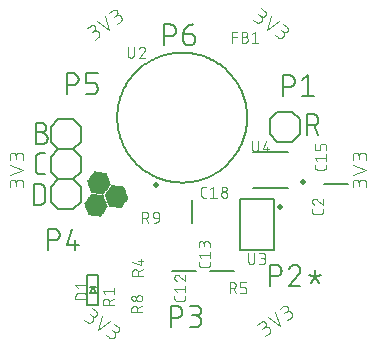
<source format=gbr>
G04 EAGLE Gerber RS-274X export*
G75*
%MOMM*%
%FSLAX34Y34*%
%LPD*%
%INSilkscreen Top*%
%IPPOS*%
%AMOC8*
5,1,8,0,0,1.08239X$1,22.5*%
G01*
%ADD10C,0.101600*%
%ADD11C,0.152400*%
%ADD12R,0.014731X0.014731*%
%ADD13R,0.147319X0.014731*%
%ADD14R,0.265175X0.014731*%
%ADD15R,0.383031X0.014731*%
%ADD16R,0.515619X0.014731*%
%ADD17R,0.633475X0.014731*%
%ADD18R,0.751331X0.014731*%
%ADD19R,0.883919X0.014731*%
%ADD20R,1.001775X0.014731*%
%ADD21R,1.119631X0.014731*%
%ADD22R,1.134363X0.014731*%
%ADD23R,1.149094X0.014731*%
%ADD24R,1.163825X0.014731*%
%ADD25R,1.178556X0.014731*%
%ADD26R,1.193288X0.014731*%
%ADD27R,1.222756X0.014731*%
%ADD28R,1.237488X0.014731*%
%ADD29R,1.266950X0.014731*%
%ADD30R,1.281681X0.014731*%
%ADD31R,1.311144X0.014731*%
%ADD32R,1.325881X0.014731*%
%ADD33R,1.355344X0.014731*%
%ADD34R,1.370075X0.014731*%
%ADD35R,1.384806X0.014731*%
%ADD36R,1.399538X0.014731*%
%ADD37R,1.414275X0.014731*%
%ADD38R,1.443738X0.014731*%
%ADD39R,1.458469X0.014731*%
%ADD40R,1.487931X0.014731*%
%ADD41R,1.502663X0.014731*%
%ADD42R,1.517394X0.014731*%
%ADD43R,1.532125X0.014731*%
%ADD44R,1.546856X0.014731*%
%ADD45R,1.576319X0.014731*%
%ADD46R,1.605788X0.014731*%
%ADD47R,1.620519X0.014731*%
%ADD48R,1.649981X0.014731*%
%ADD49R,1.664713X0.014731*%
%ADD50R,1.694175X0.014731*%
%ADD51R,1.708913X0.014731*%
%ADD52R,1.738375X0.014731*%
%ADD53R,1.753106X0.014731*%
%ADD54R,1.767838X0.014731*%
%ADD55R,1.782569X0.014731*%
%ADD56R,1.797306X0.014731*%
%ADD57R,0.117856X0.014731*%
%ADD58R,1.826769X0.014731*%
%ADD59R,0.235713X0.014731*%
%ADD60R,0.353569X0.014731*%
%ADD61R,1.856231X0.014731*%
%ADD62R,0.486156X0.014731*%
%ADD63R,1.870963X0.014731*%
%ADD64R,0.604013X0.014731*%
%ADD65R,0.721869X0.014731*%
%ADD66R,1.885694X0.014731*%
%ADD67R,0.839719X0.014731*%
%ADD68R,0.972306X0.014731*%
%ADD69R,1.090169X0.014731*%
%ADD70R,1.208025X0.014731*%
%ADD71R,1.252219X0.014731*%
%ADD72R,1.296412X0.014731*%
%ADD73R,1.340612X0.014731*%
%ADD74R,1.826763X0.014731*%
%ADD75R,1.414269X0.014731*%
%ADD76R,1.812031X0.014731*%
%ADD77R,1.429000X0.014731*%
%ADD78R,1.458462X0.014731*%
%ADD79R,1.473200X0.014731*%
%ADD80R,1.723644X0.014731*%
%ADD81R,1.694181X0.014731*%
%ADD82R,1.679450X0.014731*%
%ADD83R,1.561594X0.014731*%
%ADD84R,1.576325X0.014731*%
%ADD85R,1.591056X0.014731*%
%ADD86R,1.635250X0.014731*%
%ADD87R,1.561588X0.014731*%
%ADD88R,1.443731X0.014731*%
%ADD89R,1.797300X0.014731*%
%ADD90R,1.841500X0.014731*%
%ADD91R,1.311150X0.014731*%
%ADD92R,1.296419X0.014731*%
%ADD93R,1.193294X0.014731*%
%ADD94R,0.957575X0.014731*%
%ADD95R,0.589281X0.014731*%
%ADD96R,0.471425X0.014731*%
%ADD97R,0.220975X0.014731*%
%ADD98R,1.812038X0.014731*%
%ADD99R,0.103119X0.014731*%
%ADD100R,0.029463X0.014731*%
%ADD101R,0.162050X0.014731*%
%ADD102R,0.397763X0.014731*%
%ADD103R,0.648206X0.014731*%
%ADD104R,1.679444X0.014731*%
%ADD105R,1.016506X0.014731*%
%ADD106R,1.104900X0.014731*%
%ADD107R,1.222750X0.014731*%
%ADD108R,1.429006X0.014731*%
%ADD109R,1.208019X0.014731*%
%ADD110R,0.987044X0.014731*%
%ADD111R,0.854456X0.014731*%
%ADD112R,0.618744X0.014731*%
%ADD113R,0.500888X0.014731*%
%ADD114R,0.368300X0.014731*%
%ADD115R,0.132587X0.014731*%
%ADD116R,1.664719X0.014731*%
%ADD117R,1.075438X0.014731*%
%ADD118R,0.942844X0.014731*%
%ADD119R,0.707131X0.014731*%
%ADD120R,0.456694X0.014731*%
%ADD121R,0.088388X0.014731*%
%ADD122C,0.127000*%
%ADD123C,0.076200*%
%ADD124C,0.150000*%
%ADD125C,0.500000*%
%ADD126C,0.150000*%


D10*
X497242Y331524D02*
X497242Y334770D01*
X497240Y334883D01*
X497234Y334996D01*
X497224Y335109D01*
X497210Y335222D01*
X497193Y335334D01*
X497171Y335445D01*
X497146Y335555D01*
X497116Y335665D01*
X497083Y335773D01*
X497046Y335880D01*
X497006Y335986D01*
X496961Y336090D01*
X496913Y336193D01*
X496862Y336294D01*
X496807Y336393D01*
X496749Y336490D01*
X496687Y336585D01*
X496622Y336678D01*
X496554Y336768D01*
X496483Y336856D01*
X496408Y336942D01*
X496331Y337025D01*
X496251Y337105D01*
X496168Y337182D01*
X496082Y337257D01*
X495994Y337328D01*
X495904Y337396D01*
X495811Y337461D01*
X495716Y337523D01*
X495619Y337581D01*
X495520Y337636D01*
X495419Y337687D01*
X495316Y337735D01*
X495212Y337780D01*
X495106Y337820D01*
X494999Y337857D01*
X494891Y337890D01*
X494781Y337920D01*
X494671Y337945D01*
X494560Y337967D01*
X494448Y337984D01*
X494335Y337998D01*
X494222Y338008D01*
X494109Y338014D01*
X493996Y338016D01*
X493883Y338014D01*
X493770Y338008D01*
X493657Y337998D01*
X493544Y337984D01*
X493432Y337967D01*
X493321Y337945D01*
X493211Y337920D01*
X493101Y337890D01*
X492993Y337857D01*
X492886Y337820D01*
X492780Y337780D01*
X492676Y337735D01*
X492573Y337687D01*
X492472Y337636D01*
X492373Y337581D01*
X492276Y337523D01*
X492181Y337461D01*
X492088Y337396D01*
X491998Y337328D01*
X491910Y337257D01*
X491824Y337182D01*
X491741Y337105D01*
X491661Y337025D01*
X491584Y336942D01*
X491509Y336856D01*
X491438Y336768D01*
X491370Y336678D01*
X491305Y336585D01*
X491243Y336490D01*
X491185Y336393D01*
X491130Y336294D01*
X491079Y336193D01*
X491031Y336090D01*
X490986Y335986D01*
X490946Y335880D01*
X490909Y335773D01*
X490876Y335665D01*
X490846Y335555D01*
X490821Y335445D01*
X490799Y335334D01*
X490782Y335222D01*
X490768Y335109D01*
X490758Y334996D01*
X490752Y334883D01*
X490750Y334770D01*
X485558Y335419D02*
X485558Y331524D01*
X485558Y335419D02*
X485560Y335520D01*
X485566Y335620D01*
X485576Y335720D01*
X485589Y335820D01*
X485607Y335919D01*
X485628Y336018D01*
X485653Y336115D01*
X485682Y336212D01*
X485715Y336307D01*
X485751Y336401D01*
X485791Y336493D01*
X485834Y336584D01*
X485881Y336673D01*
X485931Y336760D01*
X485985Y336846D01*
X486042Y336929D01*
X486102Y337009D01*
X486165Y337088D01*
X486232Y337164D01*
X486301Y337237D01*
X486373Y337307D01*
X486447Y337375D01*
X486524Y337440D01*
X486604Y337501D01*
X486686Y337560D01*
X486770Y337615D01*
X486856Y337667D01*
X486944Y337716D01*
X487034Y337761D01*
X487126Y337803D01*
X487219Y337841D01*
X487314Y337875D01*
X487409Y337906D01*
X487506Y337933D01*
X487604Y337956D01*
X487703Y337976D01*
X487803Y337991D01*
X487903Y338003D01*
X488003Y338011D01*
X488104Y338015D01*
X488204Y338015D01*
X488305Y338011D01*
X488405Y338003D01*
X488505Y337991D01*
X488605Y337976D01*
X488704Y337956D01*
X488802Y337933D01*
X488899Y337906D01*
X488994Y337875D01*
X489089Y337841D01*
X489182Y337803D01*
X489274Y337761D01*
X489364Y337716D01*
X489452Y337667D01*
X489538Y337615D01*
X489622Y337560D01*
X489704Y337501D01*
X489784Y337440D01*
X489861Y337375D01*
X489935Y337307D01*
X490007Y337237D01*
X490076Y337164D01*
X490143Y337088D01*
X490206Y337009D01*
X490266Y336929D01*
X490323Y336846D01*
X490377Y336760D01*
X490427Y336673D01*
X490474Y336584D01*
X490517Y336493D01*
X490557Y336401D01*
X490593Y336307D01*
X490626Y336212D01*
X490655Y336115D01*
X490680Y336018D01*
X490701Y335919D01*
X490719Y335820D01*
X490732Y335720D01*
X490742Y335620D01*
X490748Y335520D01*
X490750Y335419D01*
X490751Y335419D02*
X490751Y332823D01*
X485558Y342305D02*
X497242Y346200D01*
X485558Y350095D01*
X497242Y354384D02*
X497242Y357630D01*
X497240Y357743D01*
X497234Y357856D01*
X497224Y357969D01*
X497210Y358082D01*
X497193Y358194D01*
X497171Y358305D01*
X497146Y358415D01*
X497116Y358525D01*
X497083Y358633D01*
X497046Y358740D01*
X497006Y358846D01*
X496961Y358950D01*
X496913Y359053D01*
X496862Y359154D01*
X496807Y359253D01*
X496749Y359350D01*
X496687Y359445D01*
X496622Y359538D01*
X496554Y359628D01*
X496483Y359716D01*
X496408Y359802D01*
X496331Y359885D01*
X496251Y359965D01*
X496168Y360042D01*
X496082Y360117D01*
X495994Y360188D01*
X495904Y360256D01*
X495811Y360321D01*
X495716Y360383D01*
X495619Y360441D01*
X495520Y360496D01*
X495419Y360547D01*
X495316Y360595D01*
X495212Y360640D01*
X495106Y360680D01*
X494999Y360717D01*
X494891Y360750D01*
X494781Y360780D01*
X494671Y360805D01*
X494560Y360827D01*
X494448Y360844D01*
X494335Y360858D01*
X494222Y360868D01*
X494109Y360874D01*
X493996Y360876D01*
X493883Y360874D01*
X493770Y360868D01*
X493657Y360858D01*
X493544Y360844D01*
X493432Y360827D01*
X493321Y360805D01*
X493211Y360780D01*
X493101Y360750D01*
X492993Y360717D01*
X492886Y360680D01*
X492780Y360640D01*
X492676Y360595D01*
X492573Y360547D01*
X492472Y360496D01*
X492373Y360441D01*
X492276Y360383D01*
X492181Y360321D01*
X492088Y360256D01*
X491998Y360188D01*
X491910Y360117D01*
X491824Y360042D01*
X491741Y359965D01*
X491661Y359885D01*
X491584Y359802D01*
X491509Y359716D01*
X491438Y359628D01*
X491370Y359538D01*
X491305Y359445D01*
X491243Y359350D01*
X491185Y359253D01*
X491130Y359154D01*
X491079Y359053D01*
X491031Y358950D01*
X490986Y358846D01*
X490946Y358740D01*
X490909Y358633D01*
X490876Y358525D01*
X490846Y358415D01*
X490821Y358305D01*
X490799Y358194D01*
X490782Y358082D01*
X490768Y357969D01*
X490758Y357856D01*
X490752Y357743D01*
X490750Y357630D01*
X485558Y358279D02*
X485558Y354384D01*
X485558Y358279D02*
X485560Y358380D01*
X485566Y358480D01*
X485576Y358580D01*
X485589Y358680D01*
X485607Y358779D01*
X485628Y358878D01*
X485653Y358975D01*
X485682Y359072D01*
X485715Y359167D01*
X485751Y359261D01*
X485791Y359353D01*
X485834Y359444D01*
X485881Y359533D01*
X485931Y359620D01*
X485985Y359706D01*
X486042Y359789D01*
X486102Y359869D01*
X486165Y359948D01*
X486232Y360024D01*
X486301Y360097D01*
X486373Y360167D01*
X486447Y360235D01*
X486524Y360300D01*
X486604Y360361D01*
X486686Y360420D01*
X486770Y360475D01*
X486856Y360527D01*
X486944Y360576D01*
X487034Y360621D01*
X487126Y360663D01*
X487219Y360701D01*
X487314Y360735D01*
X487409Y360766D01*
X487506Y360793D01*
X487604Y360816D01*
X487703Y360836D01*
X487803Y360851D01*
X487903Y360863D01*
X488003Y360871D01*
X488104Y360875D01*
X488204Y360875D01*
X488305Y360871D01*
X488405Y360863D01*
X488505Y360851D01*
X488605Y360836D01*
X488704Y360816D01*
X488802Y360793D01*
X488899Y360766D01*
X488994Y360735D01*
X489089Y360701D01*
X489182Y360663D01*
X489274Y360621D01*
X489364Y360576D01*
X489452Y360527D01*
X489538Y360475D01*
X489622Y360420D01*
X489704Y360361D01*
X489784Y360300D01*
X489861Y360235D01*
X489935Y360167D01*
X490007Y360097D01*
X490076Y360024D01*
X490143Y359948D01*
X490206Y359869D01*
X490266Y359789D01*
X490323Y359706D01*
X490377Y359620D01*
X490427Y359533D01*
X490474Y359444D01*
X490517Y359353D01*
X490557Y359261D01*
X490593Y359167D01*
X490626Y359072D01*
X490655Y358975D01*
X490680Y358878D01*
X490701Y358779D01*
X490719Y358680D01*
X490732Y358580D01*
X490742Y358480D01*
X490748Y358380D01*
X490750Y358279D01*
X490751Y358279D02*
X490751Y355683D01*
X414375Y207571D02*
X411717Y205709D01*
X414376Y207571D02*
X414467Y207638D01*
X414557Y207707D01*
X414644Y207780D01*
X414728Y207856D01*
X414809Y207935D01*
X414888Y208016D01*
X414964Y208100D01*
X415037Y208187D01*
X415106Y208277D01*
X415173Y208368D01*
X415236Y208462D01*
X415296Y208558D01*
X415353Y208656D01*
X415406Y208756D01*
X415456Y208858D01*
X415502Y208962D01*
X415544Y209067D01*
X415583Y209173D01*
X415618Y209281D01*
X415649Y209390D01*
X415677Y209500D01*
X415700Y209611D01*
X415720Y209722D01*
X415736Y209834D01*
X415748Y209947D01*
X415756Y210060D01*
X415760Y210173D01*
X415760Y210287D01*
X415756Y210400D01*
X415748Y210513D01*
X415736Y210626D01*
X415720Y210738D01*
X415700Y210849D01*
X415677Y210960D01*
X415649Y211070D01*
X415618Y211179D01*
X415583Y211287D01*
X415544Y211393D01*
X415502Y211498D01*
X415456Y211602D01*
X415406Y211704D01*
X415353Y211804D01*
X415296Y211902D01*
X415236Y211998D01*
X415173Y212092D01*
X415106Y212183D01*
X415037Y212273D01*
X414964Y212360D01*
X414888Y212444D01*
X414809Y212525D01*
X414728Y212604D01*
X414644Y212680D01*
X414557Y212753D01*
X414468Y212822D01*
X414376Y212889D01*
X414282Y212952D01*
X414186Y213012D01*
X414088Y213069D01*
X413988Y213122D01*
X413886Y213172D01*
X413782Y213218D01*
X413677Y213260D01*
X413571Y213299D01*
X413463Y213334D01*
X413354Y213365D01*
X413244Y213393D01*
X413133Y213416D01*
X413022Y213436D01*
X412910Y213452D01*
X412797Y213464D01*
X412684Y213472D01*
X412571Y213476D01*
X412457Y213476D01*
X412344Y213472D01*
X412231Y213464D01*
X412118Y213452D01*
X412006Y213436D01*
X411895Y213416D01*
X411784Y213393D01*
X411674Y213365D01*
X411565Y213334D01*
X411457Y213299D01*
X411351Y213260D01*
X411246Y213218D01*
X411142Y213172D01*
X411040Y213122D01*
X410940Y213069D01*
X410842Y213012D01*
X410746Y212952D01*
X410652Y212889D01*
X408205Y217514D02*
X405015Y215280D01*
X408206Y217514D02*
X408290Y217570D01*
X408375Y217623D01*
X408463Y217672D01*
X408552Y217718D01*
X408644Y217761D01*
X408737Y217800D01*
X408831Y217835D01*
X408926Y217867D01*
X409023Y217895D01*
X409121Y217919D01*
X409219Y217939D01*
X409319Y217956D01*
X409419Y217968D01*
X409519Y217977D01*
X409620Y217982D01*
X409720Y217983D01*
X409821Y217980D01*
X409921Y217973D01*
X410021Y217962D01*
X410121Y217948D01*
X410220Y217929D01*
X410318Y217907D01*
X410415Y217881D01*
X410512Y217851D01*
X410607Y217818D01*
X410700Y217781D01*
X410792Y217740D01*
X410883Y217695D01*
X410971Y217648D01*
X411058Y217596D01*
X411142Y217542D01*
X411225Y217484D01*
X411305Y217423D01*
X411383Y217359D01*
X411458Y217292D01*
X411531Y217223D01*
X411600Y217150D01*
X411667Y217075D01*
X411731Y216997D01*
X411792Y216917D01*
X411850Y216834D01*
X411904Y216750D01*
X411956Y216663D01*
X412003Y216575D01*
X412048Y216484D01*
X412089Y216392D01*
X412126Y216298D01*
X412159Y216204D01*
X412189Y216107D01*
X412215Y216010D01*
X412237Y215912D01*
X412256Y215813D01*
X412270Y215713D01*
X412281Y215613D01*
X412288Y215513D01*
X412291Y215412D01*
X412290Y215312D01*
X412285Y215211D01*
X412276Y215111D01*
X412264Y215011D01*
X412247Y214911D01*
X412227Y214813D01*
X412203Y214715D01*
X412175Y214618D01*
X412143Y214523D01*
X412108Y214429D01*
X412069Y214336D01*
X412026Y214244D01*
X411980Y214155D01*
X411931Y214067D01*
X411878Y213982D01*
X411822Y213898D01*
X411762Y213817D01*
X411700Y213738D01*
X411634Y213661D01*
X411566Y213587D01*
X411495Y213516D01*
X411421Y213448D01*
X411344Y213382D01*
X411265Y213320D01*
X411184Y213260D01*
X411184Y213261D02*
X409057Y211771D01*
X413846Y221464D02*
X423738Y214127D01*
X420227Y225932D01*
X430443Y218821D02*
X433101Y220683D01*
X433102Y220682D02*
X433193Y220749D01*
X433283Y220818D01*
X433370Y220891D01*
X433454Y220967D01*
X433535Y221046D01*
X433614Y221127D01*
X433690Y221211D01*
X433763Y221298D01*
X433832Y221388D01*
X433899Y221479D01*
X433962Y221573D01*
X434022Y221669D01*
X434079Y221767D01*
X434132Y221867D01*
X434182Y221969D01*
X434228Y222073D01*
X434270Y222178D01*
X434309Y222284D01*
X434344Y222392D01*
X434375Y222501D01*
X434403Y222611D01*
X434426Y222722D01*
X434446Y222833D01*
X434462Y222945D01*
X434474Y223058D01*
X434482Y223171D01*
X434486Y223284D01*
X434486Y223398D01*
X434482Y223511D01*
X434474Y223624D01*
X434462Y223737D01*
X434446Y223849D01*
X434426Y223960D01*
X434403Y224071D01*
X434375Y224181D01*
X434344Y224290D01*
X434309Y224398D01*
X434270Y224504D01*
X434228Y224609D01*
X434182Y224713D01*
X434132Y224815D01*
X434079Y224915D01*
X434022Y225013D01*
X433962Y225109D01*
X433899Y225203D01*
X433832Y225294D01*
X433763Y225384D01*
X433690Y225471D01*
X433614Y225555D01*
X433535Y225636D01*
X433454Y225715D01*
X433370Y225791D01*
X433283Y225864D01*
X433194Y225933D01*
X433102Y226000D01*
X433008Y226063D01*
X432912Y226123D01*
X432814Y226180D01*
X432714Y226233D01*
X432612Y226283D01*
X432508Y226329D01*
X432403Y226371D01*
X432297Y226410D01*
X432189Y226445D01*
X432080Y226476D01*
X431970Y226504D01*
X431859Y226527D01*
X431748Y226547D01*
X431636Y226563D01*
X431523Y226575D01*
X431410Y226583D01*
X431297Y226587D01*
X431183Y226587D01*
X431070Y226583D01*
X430957Y226575D01*
X430844Y226563D01*
X430732Y226547D01*
X430621Y226527D01*
X430510Y226504D01*
X430400Y226476D01*
X430291Y226445D01*
X430183Y226410D01*
X430077Y226371D01*
X429972Y226329D01*
X429868Y226283D01*
X429766Y226233D01*
X429666Y226180D01*
X429568Y226123D01*
X429472Y226063D01*
X429378Y226000D01*
X426931Y230626D02*
X423741Y228392D01*
X426931Y230626D02*
X427015Y230682D01*
X427100Y230735D01*
X427188Y230784D01*
X427277Y230830D01*
X427369Y230873D01*
X427462Y230912D01*
X427556Y230947D01*
X427651Y230979D01*
X427748Y231007D01*
X427846Y231031D01*
X427944Y231051D01*
X428044Y231068D01*
X428144Y231080D01*
X428244Y231089D01*
X428345Y231094D01*
X428445Y231095D01*
X428546Y231092D01*
X428646Y231085D01*
X428746Y231074D01*
X428846Y231060D01*
X428945Y231041D01*
X429043Y231019D01*
X429140Y230993D01*
X429237Y230963D01*
X429332Y230930D01*
X429425Y230893D01*
X429517Y230852D01*
X429608Y230807D01*
X429696Y230760D01*
X429783Y230708D01*
X429867Y230654D01*
X429950Y230596D01*
X430030Y230535D01*
X430108Y230471D01*
X430183Y230404D01*
X430256Y230335D01*
X430325Y230262D01*
X430392Y230187D01*
X430456Y230109D01*
X430517Y230029D01*
X430575Y229946D01*
X430629Y229862D01*
X430681Y229775D01*
X430728Y229687D01*
X430773Y229596D01*
X430814Y229504D01*
X430851Y229410D01*
X430884Y229316D01*
X430914Y229219D01*
X430940Y229122D01*
X430962Y229024D01*
X430981Y228925D01*
X430995Y228825D01*
X431006Y228725D01*
X431013Y228625D01*
X431016Y228524D01*
X431015Y228424D01*
X431010Y228323D01*
X431001Y228223D01*
X430989Y228123D01*
X430972Y228023D01*
X430952Y227925D01*
X430928Y227827D01*
X430900Y227730D01*
X430868Y227635D01*
X430833Y227541D01*
X430794Y227448D01*
X430751Y227356D01*
X430705Y227267D01*
X430656Y227179D01*
X430603Y227094D01*
X430547Y227010D01*
X430487Y226929D01*
X430425Y226850D01*
X430359Y226773D01*
X430291Y226699D01*
X430220Y226628D01*
X430146Y226560D01*
X430069Y226494D01*
X429990Y226432D01*
X429909Y226372D01*
X429910Y226372D02*
X427783Y224883D01*
X260886Y217508D02*
X258228Y219370D01*
X260886Y217508D02*
X260980Y217445D01*
X261076Y217385D01*
X261174Y217328D01*
X261274Y217275D01*
X261376Y217225D01*
X261480Y217179D01*
X261585Y217137D01*
X261691Y217098D01*
X261799Y217063D01*
X261908Y217032D01*
X262018Y217004D01*
X262129Y216981D01*
X262240Y216961D01*
X262352Y216945D01*
X262465Y216933D01*
X262578Y216925D01*
X262691Y216921D01*
X262805Y216921D01*
X262918Y216925D01*
X263031Y216933D01*
X263144Y216945D01*
X263256Y216961D01*
X263367Y216981D01*
X263478Y217004D01*
X263588Y217032D01*
X263697Y217063D01*
X263805Y217098D01*
X263911Y217137D01*
X264016Y217179D01*
X264120Y217225D01*
X264222Y217275D01*
X264322Y217328D01*
X264420Y217385D01*
X264516Y217445D01*
X264610Y217508D01*
X264701Y217575D01*
X264791Y217644D01*
X264878Y217717D01*
X264962Y217793D01*
X265043Y217872D01*
X265122Y217953D01*
X265198Y218037D01*
X265271Y218124D01*
X265340Y218214D01*
X265407Y218305D01*
X265470Y218399D01*
X265530Y218495D01*
X265587Y218593D01*
X265640Y218693D01*
X265690Y218795D01*
X265736Y218899D01*
X265778Y219004D01*
X265817Y219110D01*
X265852Y219218D01*
X265883Y219327D01*
X265911Y219437D01*
X265934Y219548D01*
X265954Y219659D01*
X265970Y219771D01*
X265982Y219884D01*
X265990Y219997D01*
X265994Y220110D01*
X265994Y220224D01*
X265990Y220337D01*
X265982Y220450D01*
X265970Y220563D01*
X265954Y220675D01*
X265934Y220786D01*
X265911Y220897D01*
X265883Y221007D01*
X265852Y221116D01*
X265817Y221224D01*
X265778Y221330D01*
X265736Y221435D01*
X265690Y221539D01*
X265640Y221641D01*
X265587Y221741D01*
X265530Y221839D01*
X265470Y221935D01*
X265407Y222029D01*
X265340Y222120D01*
X265271Y222210D01*
X265198Y222297D01*
X265122Y222381D01*
X265043Y222462D01*
X264962Y222541D01*
X264878Y222617D01*
X264791Y222690D01*
X264702Y222759D01*
X264610Y222826D01*
X268120Y226707D02*
X264929Y228940D01*
X268119Y226707D02*
X268200Y226647D01*
X268279Y226585D01*
X268356Y226519D01*
X268430Y226451D01*
X268501Y226380D01*
X268569Y226306D01*
X268635Y226229D01*
X268697Y226150D01*
X268757Y226069D01*
X268813Y225985D01*
X268866Y225900D01*
X268915Y225812D01*
X268961Y225723D01*
X269004Y225631D01*
X269043Y225538D01*
X269078Y225444D01*
X269110Y225349D01*
X269138Y225252D01*
X269162Y225154D01*
X269182Y225056D01*
X269199Y224956D01*
X269211Y224856D01*
X269220Y224756D01*
X269225Y224656D01*
X269226Y224555D01*
X269223Y224454D01*
X269216Y224354D01*
X269205Y224254D01*
X269191Y224154D01*
X269172Y224055D01*
X269150Y223957D01*
X269124Y223860D01*
X269094Y223763D01*
X269061Y223669D01*
X269024Y223575D01*
X268983Y223483D01*
X268938Y223392D01*
X268891Y223304D01*
X268839Y223217D01*
X268785Y223133D01*
X268727Y223050D01*
X268666Y222970D01*
X268602Y222892D01*
X268535Y222817D01*
X268466Y222744D01*
X268393Y222675D01*
X268318Y222608D01*
X268240Y222544D01*
X268160Y222483D01*
X268077Y222425D01*
X267993Y222371D01*
X267906Y222319D01*
X267818Y222272D01*
X267727Y222227D01*
X267635Y222186D01*
X267541Y222149D01*
X267447Y222116D01*
X267350Y222086D01*
X267253Y222060D01*
X267155Y222038D01*
X267056Y222019D01*
X266956Y222005D01*
X266856Y221994D01*
X266756Y221987D01*
X266655Y221984D01*
X266554Y221985D01*
X266454Y221990D01*
X266354Y221999D01*
X266254Y222011D01*
X266154Y222028D01*
X266056Y222048D01*
X265958Y222072D01*
X265861Y222100D01*
X265766Y222132D01*
X265672Y222167D01*
X265579Y222206D01*
X265487Y222249D01*
X265398Y222295D01*
X265310Y222344D01*
X265225Y222397D01*
X265141Y222453D01*
X263014Y223942D01*
X273760Y222757D02*
X270249Y210952D01*
X280141Y218289D01*
X276953Y206258D02*
X279612Y204396D01*
X279706Y204333D01*
X279802Y204273D01*
X279900Y204216D01*
X280000Y204163D01*
X280102Y204113D01*
X280206Y204067D01*
X280311Y204025D01*
X280417Y203986D01*
X280525Y203951D01*
X280634Y203920D01*
X280744Y203892D01*
X280855Y203869D01*
X280966Y203849D01*
X281078Y203833D01*
X281191Y203821D01*
X281304Y203813D01*
X281417Y203809D01*
X281531Y203809D01*
X281644Y203813D01*
X281757Y203821D01*
X281870Y203833D01*
X281982Y203849D01*
X282093Y203869D01*
X282204Y203892D01*
X282314Y203920D01*
X282423Y203951D01*
X282531Y203986D01*
X282637Y204025D01*
X282742Y204067D01*
X282846Y204113D01*
X282948Y204163D01*
X283048Y204216D01*
X283146Y204273D01*
X283242Y204333D01*
X283336Y204396D01*
X283427Y204463D01*
X283517Y204532D01*
X283604Y204605D01*
X283688Y204681D01*
X283769Y204760D01*
X283848Y204841D01*
X283924Y204925D01*
X283997Y205012D01*
X284066Y205102D01*
X284133Y205193D01*
X284196Y205287D01*
X284256Y205383D01*
X284313Y205481D01*
X284366Y205581D01*
X284416Y205683D01*
X284462Y205787D01*
X284504Y205892D01*
X284543Y205998D01*
X284578Y206106D01*
X284609Y206215D01*
X284637Y206325D01*
X284660Y206436D01*
X284680Y206547D01*
X284696Y206659D01*
X284708Y206772D01*
X284716Y206885D01*
X284720Y206998D01*
X284720Y207112D01*
X284716Y207225D01*
X284708Y207338D01*
X284696Y207451D01*
X284680Y207563D01*
X284660Y207674D01*
X284637Y207785D01*
X284609Y207895D01*
X284578Y208004D01*
X284543Y208112D01*
X284504Y208218D01*
X284462Y208323D01*
X284416Y208427D01*
X284366Y208529D01*
X284313Y208629D01*
X284256Y208727D01*
X284196Y208823D01*
X284133Y208917D01*
X284066Y209008D01*
X283997Y209098D01*
X283924Y209185D01*
X283848Y209269D01*
X283769Y209350D01*
X283688Y209429D01*
X283604Y209505D01*
X283517Y209578D01*
X283428Y209647D01*
X283336Y209714D01*
X286845Y213595D02*
X283655Y215828D01*
X286845Y213595D02*
X286926Y213535D01*
X287005Y213473D01*
X287082Y213407D01*
X287156Y213339D01*
X287227Y213268D01*
X287295Y213194D01*
X287361Y213117D01*
X287423Y213038D01*
X287483Y212957D01*
X287539Y212873D01*
X287592Y212788D01*
X287641Y212700D01*
X287687Y212611D01*
X287730Y212519D01*
X287769Y212426D01*
X287804Y212332D01*
X287836Y212237D01*
X287864Y212140D01*
X287888Y212042D01*
X287908Y211944D01*
X287925Y211844D01*
X287937Y211744D01*
X287946Y211644D01*
X287951Y211544D01*
X287952Y211443D01*
X287949Y211342D01*
X287942Y211242D01*
X287931Y211142D01*
X287917Y211042D01*
X287898Y210943D01*
X287876Y210845D01*
X287850Y210748D01*
X287820Y210651D01*
X287787Y210557D01*
X287750Y210463D01*
X287709Y210371D01*
X287664Y210280D01*
X287617Y210192D01*
X287565Y210105D01*
X287511Y210021D01*
X287453Y209938D01*
X287392Y209858D01*
X287328Y209780D01*
X287261Y209705D01*
X287192Y209632D01*
X287119Y209563D01*
X287044Y209496D01*
X286966Y209432D01*
X286886Y209371D01*
X286803Y209313D01*
X286719Y209259D01*
X286632Y209207D01*
X286544Y209160D01*
X286453Y209115D01*
X286361Y209074D01*
X286267Y209037D01*
X286173Y209004D01*
X286076Y208974D01*
X285979Y208948D01*
X285881Y208926D01*
X285782Y208907D01*
X285682Y208893D01*
X285582Y208882D01*
X285482Y208875D01*
X285381Y208872D01*
X285280Y208873D01*
X285180Y208878D01*
X285080Y208887D01*
X284980Y208899D01*
X284880Y208916D01*
X284782Y208936D01*
X284684Y208960D01*
X284587Y208988D01*
X284492Y209020D01*
X284398Y209055D01*
X284305Y209094D01*
X284213Y209137D01*
X284124Y209183D01*
X284036Y209232D01*
X283951Y209285D01*
X283867Y209341D01*
X281740Y210830D01*
X206842Y331524D02*
X206842Y334770D01*
X206840Y334883D01*
X206834Y334996D01*
X206824Y335109D01*
X206810Y335222D01*
X206793Y335334D01*
X206771Y335445D01*
X206746Y335555D01*
X206716Y335665D01*
X206683Y335773D01*
X206646Y335880D01*
X206606Y335986D01*
X206561Y336090D01*
X206513Y336193D01*
X206462Y336294D01*
X206407Y336393D01*
X206349Y336490D01*
X206287Y336585D01*
X206222Y336678D01*
X206154Y336768D01*
X206083Y336856D01*
X206008Y336942D01*
X205931Y337025D01*
X205851Y337105D01*
X205768Y337182D01*
X205682Y337257D01*
X205594Y337328D01*
X205504Y337396D01*
X205411Y337461D01*
X205316Y337523D01*
X205219Y337581D01*
X205120Y337636D01*
X205019Y337687D01*
X204916Y337735D01*
X204812Y337780D01*
X204706Y337820D01*
X204599Y337857D01*
X204491Y337890D01*
X204381Y337920D01*
X204271Y337945D01*
X204160Y337967D01*
X204048Y337984D01*
X203935Y337998D01*
X203822Y338008D01*
X203709Y338014D01*
X203596Y338016D01*
X203483Y338014D01*
X203370Y338008D01*
X203257Y337998D01*
X203144Y337984D01*
X203032Y337967D01*
X202921Y337945D01*
X202811Y337920D01*
X202701Y337890D01*
X202593Y337857D01*
X202486Y337820D01*
X202380Y337780D01*
X202276Y337735D01*
X202173Y337687D01*
X202072Y337636D01*
X201973Y337581D01*
X201876Y337523D01*
X201781Y337461D01*
X201688Y337396D01*
X201598Y337328D01*
X201510Y337257D01*
X201424Y337182D01*
X201341Y337105D01*
X201261Y337025D01*
X201184Y336942D01*
X201109Y336856D01*
X201038Y336768D01*
X200970Y336678D01*
X200905Y336585D01*
X200843Y336490D01*
X200785Y336393D01*
X200730Y336294D01*
X200679Y336193D01*
X200631Y336090D01*
X200586Y335986D01*
X200546Y335880D01*
X200509Y335773D01*
X200476Y335665D01*
X200446Y335555D01*
X200421Y335445D01*
X200399Y335334D01*
X200382Y335222D01*
X200368Y335109D01*
X200358Y334996D01*
X200352Y334883D01*
X200350Y334770D01*
X195158Y335419D02*
X195158Y331524D01*
X195158Y335419D02*
X195160Y335520D01*
X195166Y335620D01*
X195176Y335720D01*
X195189Y335820D01*
X195207Y335919D01*
X195228Y336018D01*
X195253Y336115D01*
X195282Y336212D01*
X195315Y336307D01*
X195351Y336401D01*
X195391Y336493D01*
X195434Y336584D01*
X195481Y336673D01*
X195531Y336760D01*
X195585Y336846D01*
X195642Y336929D01*
X195702Y337009D01*
X195765Y337088D01*
X195832Y337164D01*
X195901Y337237D01*
X195973Y337307D01*
X196047Y337375D01*
X196124Y337440D01*
X196204Y337501D01*
X196286Y337560D01*
X196370Y337615D01*
X196456Y337667D01*
X196544Y337716D01*
X196634Y337761D01*
X196726Y337803D01*
X196819Y337841D01*
X196914Y337875D01*
X197009Y337906D01*
X197106Y337933D01*
X197204Y337956D01*
X197303Y337976D01*
X197403Y337991D01*
X197503Y338003D01*
X197603Y338011D01*
X197704Y338015D01*
X197804Y338015D01*
X197905Y338011D01*
X198005Y338003D01*
X198105Y337991D01*
X198205Y337976D01*
X198304Y337956D01*
X198402Y337933D01*
X198499Y337906D01*
X198594Y337875D01*
X198689Y337841D01*
X198782Y337803D01*
X198874Y337761D01*
X198964Y337716D01*
X199052Y337667D01*
X199138Y337615D01*
X199222Y337560D01*
X199304Y337501D01*
X199384Y337440D01*
X199461Y337375D01*
X199535Y337307D01*
X199607Y337237D01*
X199676Y337164D01*
X199743Y337088D01*
X199806Y337009D01*
X199866Y336929D01*
X199923Y336846D01*
X199977Y336760D01*
X200027Y336673D01*
X200074Y336584D01*
X200117Y336493D01*
X200157Y336401D01*
X200193Y336307D01*
X200226Y336212D01*
X200255Y336115D01*
X200280Y336018D01*
X200301Y335919D01*
X200319Y335820D01*
X200332Y335720D01*
X200342Y335620D01*
X200348Y335520D01*
X200350Y335419D01*
X200351Y335419D02*
X200351Y332823D01*
X195158Y342305D02*
X206842Y346200D01*
X195158Y350095D01*
X206842Y354384D02*
X206842Y357630D01*
X206840Y357743D01*
X206834Y357856D01*
X206824Y357969D01*
X206810Y358082D01*
X206793Y358194D01*
X206771Y358305D01*
X206746Y358415D01*
X206716Y358525D01*
X206683Y358633D01*
X206646Y358740D01*
X206606Y358846D01*
X206561Y358950D01*
X206513Y359053D01*
X206462Y359154D01*
X206407Y359253D01*
X206349Y359350D01*
X206287Y359445D01*
X206222Y359538D01*
X206154Y359628D01*
X206083Y359716D01*
X206008Y359802D01*
X205931Y359885D01*
X205851Y359965D01*
X205768Y360042D01*
X205682Y360117D01*
X205594Y360188D01*
X205504Y360256D01*
X205411Y360321D01*
X205316Y360383D01*
X205219Y360441D01*
X205120Y360496D01*
X205019Y360547D01*
X204916Y360595D01*
X204812Y360640D01*
X204706Y360680D01*
X204599Y360717D01*
X204491Y360750D01*
X204381Y360780D01*
X204271Y360805D01*
X204160Y360827D01*
X204048Y360844D01*
X203935Y360858D01*
X203822Y360868D01*
X203709Y360874D01*
X203596Y360876D01*
X203483Y360874D01*
X203370Y360868D01*
X203257Y360858D01*
X203144Y360844D01*
X203032Y360827D01*
X202921Y360805D01*
X202811Y360780D01*
X202701Y360750D01*
X202593Y360717D01*
X202486Y360680D01*
X202380Y360640D01*
X202276Y360595D01*
X202173Y360547D01*
X202072Y360496D01*
X201973Y360441D01*
X201876Y360383D01*
X201781Y360321D01*
X201688Y360256D01*
X201598Y360188D01*
X201510Y360117D01*
X201424Y360042D01*
X201341Y359965D01*
X201261Y359885D01*
X201184Y359802D01*
X201109Y359716D01*
X201038Y359628D01*
X200970Y359538D01*
X200905Y359445D01*
X200843Y359350D01*
X200785Y359253D01*
X200730Y359154D01*
X200679Y359053D01*
X200631Y358950D01*
X200586Y358846D01*
X200546Y358740D01*
X200509Y358633D01*
X200476Y358525D01*
X200446Y358415D01*
X200421Y358305D01*
X200399Y358194D01*
X200382Y358082D01*
X200368Y357969D01*
X200358Y357856D01*
X200352Y357743D01*
X200350Y357630D01*
X195158Y358279D02*
X195158Y354384D01*
X195158Y358279D02*
X195160Y358380D01*
X195166Y358480D01*
X195176Y358580D01*
X195189Y358680D01*
X195207Y358779D01*
X195228Y358878D01*
X195253Y358975D01*
X195282Y359072D01*
X195315Y359167D01*
X195351Y359261D01*
X195391Y359353D01*
X195434Y359444D01*
X195481Y359533D01*
X195531Y359620D01*
X195585Y359706D01*
X195642Y359789D01*
X195702Y359869D01*
X195765Y359948D01*
X195832Y360024D01*
X195901Y360097D01*
X195973Y360167D01*
X196047Y360235D01*
X196124Y360300D01*
X196204Y360361D01*
X196286Y360420D01*
X196370Y360475D01*
X196456Y360527D01*
X196544Y360576D01*
X196634Y360621D01*
X196726Y360663D01*
X196819Y360701D01*
X196914Y360735D01*
X197009Y360766D01*
X197106Y360793D01*
X197204Y360816D01*
X197303Y360836D01*
X197403Y360851D01*
X197503Y360863D01*
X197603Y360871D01*
X197704Y360875D01*
X197804Y360875D01*
X197905Y360871D01*
X198005Y360863D01*
X198105Y360851D01*
X198205Y360836D01*
X198304Y360816D01*
X198402Y360793D01*
X198499Y360766D01*
X198594Y360735D01*
X198689Y360701D01*
X198782Y360663D01*
X198874Y360621D01*
X198964Y360576D01*
X199052Y360527D01*
X199138Y360475D01*
X199222Y360420D01*
X199304Y360361D01*
X199384Y360300D01*
X199461Y360235D01*
X199535Y360167D01*
X199607Y360097D01*
X199676Y360024D01*
X199743Y359948D01*
X199806Y359869D01*
X199866Y359789D01*
X199923Y359706D01*
X199977Y359620D01*
X200027Y359533D01*
X200074Y359444D01*
X200117Y359353D01*
X200157Y359261D01*
X200193Y359167D01*
X200226Y359072D01*
X200255Y358975D01*
X200280Y358878D01*
X200301Y358779D01*
X200319Y358680D01*
X200332Y358580D01*
X200342Y358480D01*
X200348Y358380D01*
X200350Y358279D01*
X200351Y358279D02*
X200351Y355683D01*
D11*
X426901Y408715D02*
X426901Y426495D01*
X431840Y426495D01*
X431980Y426493D01*
X432119Y426487D01*
X432259Y426477D01*
X432398Y426463D01*
X432537Y426446D01*
X432675Y426424D01*
X432812Y426398D01*
X432949Y426369D01*
X433085Y426336D01*
X433219Y426299D01*
X433353Y426258D01*
X433485Y426213D01*
X433617Y426164D01*
X433746Y426112D01*
X433874Y426057D01*
X434001Y425997D01*
X434126Y425934D01*
X434249Y425868D01*
X434370Y425798D01*
X434489Y425725D01*
X434606Y425648D01*
X434720Y425568D01*
X434833Y425485D01*
X434943Y425399D01*
X435050Y425309D01*
X435155Y425217D01*
X435257Y425122D01*
X435357Y425024D01*
X435454Y424923D01*
X435548Y424819D01*
X435638Y424713D01*
X435726Y424604D01*
X435811Y424493D01*
X435892Y424379D01*
X435971Y424264D01*
X436046Y424146D01*
X436117Y424026D01*
X436185Y423903D01*
X436250Y423780D01*
X436311Y423654D01*
X436369Y423526D01*
X436423Y423398D01*
X436473Y423267D01*
X436520Y423135D01*
X436563Y423002D01*
X436602Y422868D01*
X436637Y422733D01*
X436668Y422597D01*
X436696Y422459D01*
X436719Y422322D01*
X436739Y422183D01*
X436755Y422044D01*
X436767Y421905D01*
X436775Y421766D01*
X436779Y421626D01*
X436779Y421486D01*
X436775Y421346D01*
X436767Y421207D01*
X436755Y421068D01*
X436739Y420929D01*
X436719Y420790D01*
X436696Y420653D01*
X436668Y420515D01*
X436637Y420379D01*
X436602Y420244D01*
X436563Y420110D01*
X436520Y419977D01*
X436473Y419845D01*
X436423Y419714D01*
X436369Y419586D01*
X436311Y419458D01*
X436250Y419332D01*
X436185Y419209D01*
X436117Y419087D01*
X436046Y418966D01*
X435971Y418848D01*
X435892Y418733D01*
X435811Y418619D01*
X435726Y418508D01*
X435638Y418399D01*
X435548Y418293D01*
X435454Y418189D01*
X435357Y418088D01*
X435257Y417990D01*
X435155Y417895D01*
X435050Y417803D01*
X434943Y417713D01*
X434833Y417627D01*
X434720Y417544D01*
X434606Y417464D01*
X434489Y417387D01*
X434370Y417314D01*
X434249Y417244D01*
X434126Y417178D01*
X434001Y417115D01*
X433874Y417055D01*
X433746Y417000D01*
X433617Y416948D01*
X433485Y416899D01*
X433353Y416854D01*
X433219Y416813D01*
X433085Y416776D01*
X432949Y416743D01*
X432812Y416714D01*
X432675Y416688D01*
X432537Y416666D01*
X432398Y416649D01*
X432259Y416635D01*
X432119Y416625D01*
X431980Y416619D01*
X431840Y416617D01*
X426901Y416617D01*
X442896Y422544D02*
X447835Y426495D01*
X447835Y408715D01*
X442896Y408715D02*
X452774Y408715D01*
X415549Y266121D02*
X415549Y248341D01*
X415549Y266121D02*
X420488Y266121D01*
X420628Y266119D01*
X420767Y266113D01*
X420907Y266103D01*
X421046Y266089D01*
X421185Y266072D01*
X421323Y266050D01*
X421460Y266024D01*
X421597Y265995D01*
X421733Y265962D01*
X421867Y265925D01*
X422001Y265884D01*
X422133Y265839D01*
X422265Y265790D01*
X422394Y265738D01*
X422522Y265683D01*
X422649Y265623D01*
X422774Y265560D01*
X422897Y265494D01*
X423018Y265424D01*
X423137Y265351D01*
X423254Y265274D01*
X423368Y265194D01*
X423481Y265111D01*
X423591Y265025D01*
X423698Y264935D01*
X423803Y264843D01*
X423905Y264748D01*
X424005Y264650D01*
X424102Y264549D01*
X424196Y264445D01*
X424286Y264339D01*
X424374Y264230D01*
X424459Y264119D01*
X424540Y264005D01*
X424619Y263890D01*
X424694Y263772D01*
X424765Y263652D01*
X424833Y263529D01*
X424898Y263406D01*
X424959Y263280D01*
X425017Y263152D01*
X425071Y263024D01*
X425121Y262893D01*
X425168Y262761D01*
X425211Y262628D01*
X425250Y262494D01*
X425285Y262359D01*
X425316Y262223D01*
X425344Y262085D01*
X425367Y261948D01*
X425387Y261809D01*
X425403Y261670D01*
X425415Y261531D01*
X425423Y261392D01*
X425427Y261252D01*
X425427Y261112D01*
X425423Y260972D01*
X425415Y260833D01*
X425403Y260694D01*
X425387Y260555D01*
X425367Y260416D01*
X425344Y260279D01*
X425316Y260141D01*
X425285Y260005D01*
X425250Y259870D01*
X425211Y259736D01*
X425168Y259603D01*
X425121Y259471D01*
X425071Y259340D01*
X425017Y259212D01*
X424959Y259084D01*
X424898Y258958D01*
X424833Y258835D01*
X424765Y258713D01*
X424694Y258592D01*
X424619Y258474D01*
X424540Y258359D01*
X424459Y258245D01*
X424374Y258134D01*
X424286Y258025D01*
X424196Y257919D01*
X424102Y257815D01*
X424005Y257714D01*
X423905Y257616D01*
X423803Y257521D01*
X423698Y257429D01*
X423591Y257339D01*
X423481Y257253D01*
X423368Y257170D01*
X423254Y257090D01*
X423137Y257013D01*
X423018Y256940D01*
X422897Y256870D01*
X422774Y256804D01*
X422649Y256741D01*
X422522Y256681D01*
X422394Y256626D01*
X422265Y256574D01*
X422133Y256525D01*
X422001Y256480D01*
X421867Y256439D01*
X421733Y256402D01*
X421597Y256369D01*
X421460Y256340D01*
X421323Y256314D01*
X421185Y256292D01*
X421046Y256275D01*
X420907Y256261D01*
X420767Y256251D01*
X420628Y256245D01*
X420488Y256243D01*
X415549Y256243D01*
X436976Y266121D02*
X437108Y266119D01*
X437239Y266113D01*
X437371Y266103D01*
X437502Y266090D01*
X437632Y266072D01*
X437762Y266051D01*
X437892Y266026D01*
X438020Y265997D01*
X438148Y265964D01*
X438274Y265927D01*
X438400Y265887D01*
X438524Y265843D01*
X438647Y265795D01*
X438768Y265744D01*
X438888Y265689D01*
X439006Y265631D01*
X439122Y265569D01*
X439236Y265503D01*
X439349Y265435D01*
X439459Y265363D01*
X439567Y265288D01*
X439673Y265209D01*
X439777Y265128D01*
X439878Y265043D01*
X439976Y264956D01*
X440072Y264865D01*
X440165Y264772D01*
X440256Y264676D01*
X440343Y264578D01*
X440428Y264477D01*
X440509Y264373D01*
X440588Y264267D01*
X440663Y264159D01*
X440735Y264049D01*
X440803Y263936D01*
X440869Y263822D01*
X440931Y263706D01*
X440989Y263588D01*
X441044Y263468D01*
X441095Y263347D01*
X441143Y263224D01*
X441187Y263100D01*
X441227Y262974D01*
X441264Y262848D01*
X441297Y262720D01*
X441326Y262592D01*
X441351Y262462D01*
X441372Y262332D01*
X441390Y262202D01*
X441403Y262071D01*
X441413Y261939D01*
X441419Y261808D01*
X441421Y261676D01*
X436976Y266121D02*
X436826Y266119D01*
X436677Y266113D01*
X436528Y266103D01*
X436379Y266090D01*
X436230Y266072D01*
X436082Y266051D01*
X435934Y266025D01*
X435788Y265996D01*
X435642Y265963D01*
X435497Y265926D01*
X435353Y265885D01*
X435210Y265841D01*
X435068Y265793D01*
X434928Y265741D01*
X434789Y265686D01*
X434651Y265627D01*
X434516Y265564D01*
X434381Y265498D01*
X434249Y265428D01*
X434119Y265355D01*
X433990Y265278D01*
X433863Y265198D01*
X433739Y265115D01*
X433617Y265029D01*
X433497Y264939D01*
X433380Y264846D01*
X433265Y264751D01*
X433152Y264652D01*
X433042Y264550D01*
X432935Y264446D01*
X432831Y264339D01*
X432729Y264229D01*
X432631Y264116D01*
X432535Y264001D01*
X432443Y263883D01*
X432353Y263763D01*
X432267Y263641D01*
X432184Y263517D01*
X432104Y263390D01*
X432028Y263262D01*
X431955Y263131D01*
X431885Y262998D01*
X431819Y262864D01*
X431757Y262728D01*
X431698Y262591D01*
X431642Y262452D01*
X431591Y262311D01*
X431543Y262170D01*
X439939Y258219D02*
X440035Y258312D01*
X440127Y258408D01*
X440217Y258507D01*
X440304Y258608D01*
X440389Y258711D01*
X440470Y258816D01*
X440548Y258924D01*
X440623Y259034D01*
X440696Y259146D01*
X440765Y259260D01*
X440831Y259376D01*
X440893Y259494D01*
X440952Y259613D01*
X441008Y259734D01*
X441061Y259857D01*
X441110Y259981D01*
X441155Y260106D01*
X441198Y260233D01*
X441236Y260360D01*
X441271Y260489D01*
X441302Y260618D01*
X441330Y260749D01*
X441354Y260880D01*
X441375Y261012D01*
X441391Y261144D01*
X441404Y261277D01*
X441414Y261410D01*
X441419Y261543D01*
X441421Y261676D01*
X439940Y258219D02*
X431544Y248341D01*
X441421Y248341D01*
X453791Y255255D02*
X453791Y261182D01*
X453791Y255255D02*
X457249Y250810D01*
X453791Y255255D02*
X450334Y250810D01*
X453791Y255255D02*
X459224Y257231D01*
X453791Y255255D02*
X448359Y257231D01*
X331676Y230950D02*
X331676Y213170D01*
X331676Y230950D02*
X336615Y230950D01*
X336755Y230948D01*
X336894Y230942D01*
X337034Y230932D01*
X337173Y230918D01*
X337312Y230901D01*
X337450Y230879D01*
X337587Y230853D01*
X337724Y230824D01*
X337860Y230791D01*
X337994Y230754D01*
X338128Y230713D01*
X338260Y230668D01*
X338392Y230619D01*
X338521Y230567D01*
X338649Y230512D01*
X338776Y230452D01*
X338901Y230389D01*
X339024Y230323D01*
X339145Y230253D01*
X339264Y230180D01*
X339381Y230103D01*
X339495Y230023D01*
X339608Y229940D01*
X339718Y229854D01*
X339825Y229764D01*
X339930Y229672D01*
X340032Y229577D01*
X340132Y229479D01*
X340229Y229378D01*
X340323Y229274D01*
X340413Y229168D01*
X340501Y229059D01*
X340586Y228948D01*
X340667Y228834D01*
X340746Y228719D01*
X340821Y228601D01*
X340892Y228481D01*
X340960Y228358D01*
X341025Y228235D01*
X341086Y228109D01*
X341144Y227981D01*
X341198Y227853D01*
X341248Y227722D01*
X341295Y227590D01*
X341338Y227457D01*
X341377Y227323D01*
X341412Y227188D01*
X341443Y227052D01*
X341471Y226914D01*
X341494Y226777D01*
X341514Y226638D01*
X341530Y226499D01*
X341542Y226360D01*
X341550Y226221D01*
X341554Y226081D01*
X341554Y225941D01*
X341550Y225801D01*
X341542Y225662D01*
X341530Y225523D01*
X341514Y225384D01*
X341494Y225245D01*
X341471Y225108D01*
X341443Y224970D01*
X341412Y224834D01*
X341377Y224699D01*
X341338Y224565D01*
X341295Y224432D01*
X341248Y224300D01*
X341198Y224169D01*
X341144Y224041D01*
X341086Y223913D01*
X341025Y223787D01*
X340960Y223664D01*
X340892Y223542D01*
X340821Y223421D01*
X340746Y223303D01*
X340667Y223188D01*
X340586Y223074D01*
X340501Y222963D01*
X340413Y222854D01*
X340323Y222748D01*
X340229Y222644D01*
X340132Y222543D01*
X340032Y222445D01*
X339930Y222350D01*
X339825Y222258D01*
X339718Y222168D01*
X339608Y222082D01*
X339495Y221999D01*
X339381Y221919D01*
X339264Y221842D01*
X339145Y221769D01*
X339024Y221699D01*
X338901Y221633D01*
X338776Y221570D01*
X338649Y221510D01*
X338521Y221455D01*
X338392Y221403D01*
X338260Y221354D01*
X338128Y221309D01*
X337994Y221268D01*
X337860Y221231D01*
X337724Y221198D01*
X337587Y221169D01*
X337450Y221143D01*
X337312Y221121D01*
X337173Y221104D01*
X337034Y221090D01*
X336894Y221080D01*
X336755Y221074D01*
X336615Y221072D01*
X331676Y221072D01*
X347671Y213170D02*
X352610Y213170D01*
X352750Y213172D01*
X352889Y213178D01*
X353029Y213188D01*
X353168Y213202D01*
X353307Y213219D01*
X353445Y213241D01*
X353582Y213267D01*
X353719Y213296D01*
X353855Y213329D01*
X353989Y213366D01*
X354123Y213407D01*
X354255Y213452D01*
X354387Y213501D01*
X354516Y213553D01*
X354644Y213608D01*
X354771Y213668D01*
X354896Y213731D01*
X355019Y213797D01*
X355140Y213867D01*
X355259Y213940D01*
X355376Y214017D01*
X355490Y214097D01*
X355603Y214180D01*
X355713Y214266D01*
X355820Y214356D01*
X355925Y214448D01*
X356027Y214543D01*
X356127Y214641D01*
X356224Y214742D01*
X356318Y214846D01*
X356408Y214952D01*
X356496Y215061D01*
X356581Y215172D01*
X356662Y215286D01*
X356741Y215401D01*
X356816Y215519D01*
X356887Y215640D01*
X356955Y215762D01*
X357020Y215885D01*
X357081Y216011D01*
X357139Y216139D01*
X357193Y216267D01*
X357243Y216398D01*
X357290Y216530D01*
X357333Y216663D01*
X357372Y216797D01*
X357407Y216932D01*
X357438Y217068D01*
X357466Y217206D01*
X357489Y217343D01*
X357509Y217482D01*
X357525Y217621D01*
X357537Y217760D01*
X357545Y217899D01*
X357549Y218039D01*
X357549Y218179D01*
X357545Y218319D01*
X357537Y218458D01*
X357525Y218597D01*
X357509Y218736D01*
X357489Y218875D01*
X357466Y219012D01*
X357438Y219150D01*
X357407Y219286D01*
X357372Y219421D01*
X357333Y219555D01*
X357290Y219688D01*
X357243Y219820D01*
X357193Y219951D01*
X357139Y220079D01*
X357081Y220207D01*
X357020Y220333D01*
X356955Y220456D01*
X356887Y220579D01*
X356816Y220699D01*
X356741Y220817D01*
X356662Y220932D01*
X356581Y221046D01*
X356496Y221157D01*
X356408Y221266D01*
X356318Y221372D01*
X356224Y221476D01*
X356127Y221577D01*
X356027Y221675D01*
X355925Y221770D01*
X355820Y221862D01*
X355713Y221952D01*
X355603Y222038D01*
X355490Y222121D01*
X355376Y222201D01*
X355259Y222278D01*
X355140Y222351D01*
X355019Y222421D01*
X354896Y222487D01*
X354771Y222550D01*
X354644Y222610D01*
X354516Y222665D01*
X354387Y222717D01*
X354255Y222766D01*
X354123Y222811D01*
X353989Y222852D01*
X353855Y222889D01*
X353719Y222922D01*
X353582Y222951D01*
X353445Y222977D01*
X353307Y222999D01*
X353168Y223016D01*
X353029Y223030D01*
X352889Y223040D01*
X352750Y223046D01*
X352610Y223048D01*
X353598Y230950D02*
X347671Y230950D01*
X353598Y230950D02*
X353722Y230948D01*
X353846Y230942D01*
X353970Y230932D01*
X354093Y230919D01*
X354216Y230901D01*
X354338Y230880D01*
X354460Y230855D01*
X354581Y230826D01*
X354700Y230793D01*
X354819Y230757D01*
X354936Y230716D01*
X355052Y230673D01*
X355167Y230625D01*
X355280Y230574D01*
X355392Y230519D01*
X355501Y230461D01*
X355609Y230400D01*
X355715Y230335D01*
X355819Y230267D01*
X355920Y230195D01*
X356020Y230121D01*
X356116Y230043D01*
X356211Y229963D01*
X356303Y229879D01*
X356392Y229793D01*
X356478Y229704D01*
X356562Y229612D01*
X356642Y229517D01*
X356720Y229421D01*
X356794Y229321D01*
X356866Y229220D01*
X356934Y229116D01*
X356999Y229010D01*
X357060Y228902D01*
X357118Y228793D01*
X357173Y228681D01*
X357224Y228568D01*
X357272Y228453D01*
X357315Y228337D01*
X357356Y228220D01*
X357392Y228101D01*
X357425Y227982D01*
X357454Y227861D01*
X357479Y227739D01*
X357500Y227617D01*
X357518Y227494D01*
X357531Y227371D01*
X357541Y227247D01*
X357547Y227123D01*
X357549Y226999D01*
X357547Y226875D01*
X357541Y226751D01*
X357531Y226627D01*
X357518Y226504D01*
X357500Y226381D01*
X357479Y226259D01*
X357454Y226137D01*
X357425Y226016D01*
X357392Y225897D01*
X357356Y225778D01*
X357315Y225661D01*
X357272Y225545D01*
X357224Y225430D01*
X357173Y225317D01*
X357118Y225205D01*
X357060Y225096D01*
X356999Y224988D01*
X356934Y224882D01*
X356866Y224778D01*
X356794Y224677D01*
X356720Y224577D01*
X356642Y224481D01*
X356562Y224386D01*
X356478Y224294D01*
X356392Y224205D01*
X356303Y224119D01*
X356211Y224035D01*
X356116Y223955D01*
X356020Y223877D01*
X355920Y223803D01*
X355819Y223731D01*
X355715Y223663D01*
X355609Y223598D01*
X355501Y223537D01*
X355392Y223479D01*
X355280Y223424D01*
X355167Y223373D01*
X355052Y223325D01*
X354936Y223282D01*
X354819Y223241D01*
X354700Y223205D01*
X354581Y223172D01*
X354460Y223143D01*
X354338Y223118D01*
X354216Y223097D01*
X354093Y223079D01*
X353970Y223066D01*
X353846Y223056D01*
X353722Y223050D01*
X353598Y223048D01*
X349647Y223048D01*
X227815Y278808D02*
X227815Y296588D01*
X232754Y296588D01*
X232894Y296586D01*
X233033Y296580D01*
X233173Y296570D01*
X233312Y296556D01*
X233451Y296539D01*
X233589Y296517D01*
X233726Y296491D01*
X233863Y296462D01*
X233999Y296429D01*
X234133Y296392D01*
X234267Y296351D01*
X234399Y296306D01*
X234531Y296257D01*
X234660Y296205D01*
X234788Y296150D01*
X234915Y296090D01*
X235040Y296027D01*
X235163Y295961D01*
X235284Y295891D01*
X235403Y295818D01*
X235520Y295741D01*
X235634Y295661D01*
X235747Y295578D01*
X235857Y295492D01*
X235964Y295402D01*
X236069Y295310D01*
X236171Y295215D01*
X236271Y295117D01*
X236368Y295016D01*
X236462Y294912D01*
X236552Y294806D01*
X236640Y294697D01*
X236725Y294586D01*
X236806Y294472D01*
X236885Y294357D01*
X236960Y294239D01*
X237031Y294119D01*
X237099Y293996D01*
X237164Y293873D01*
X237225Y293747D01*
X237283Y293619D01*
X237337Y293491D01*
X237387Y293360D01*
X237434Y293228D01*
X237477Y293095D01*
X237516Y292961D01*
X237551Y292826D01*
X237582Y292690D01*
X237610Y292552D01*
X237633Y292415D01*
X237653Y292276D01*
X237669Y292137D01*
X237681Y291998D01*
X237689Y291859D01*
X237693Y291719D01*
X237693Y291579D01*
X237689Y291439D01*
X237681Y291300D01*
X237669Y291161D01*
X237653Y291022D01*
X237633Y290883D01*
X237610Y290746D01*
X237582Y290608D01*
X237551Y290472D01*
X237516Y290337D01*
X237477Y290203D01*
X237434Y290070D01*
X237387Y289938D01*
X237337Y289807D01*
X237283Y289679D01*
X237225Y289551D01*
X237164Y289425D01*
X237099Y289302D01*
X237031Y289180D01*
X236960Y289059D01*
X236885Y288941D01*
X236806Y288826D01*
X236725Y288712D01*
X236640Y288601D01*
X236552Y288492D01*
X236462Y288386D01*
X236368Y288282D01*
X236271Y288181D01*
X236171Y288083D01*
X236069Y287988D01*
X235964Y287896D01*
X235857Y287806D01*
X235747Y287720D01*
X235634Y287637D01*
X235520Y287557D01*
X235403Y287480D01*
X235284Y287407D01*
X235163Y287337D01*
X235040Y287271D01*
X234915Y287208D01*
X234788Y287148D01*
X234660Y287093D01*
X234531Y287041D01*
X234399Y286992D01*
X234267Y286947D01*
X234133Y286906D01*
X233999Y286869D01*
X233863Y286836D01*
X233726Y286807D01*
X233589Y286781D01*
X233451Y286759D01*
X233312Y286742D01*
X233173Y286728D01*
X233033Y286718D01*
X232894Y286712D01*
X232754Y286710D01*
X227815Y286710D01*
X243810Y282759D02*
X247761Y296588D01*
X243810Y282759D02*
X253688Y282759D01*
X250725Y286710D02*
X250725Y278808D01*
X243754Y410303D02*
X243754Y428083D01*
X248693Y428083D01*
X248833Y428081D01*
X248972Y428075D01*
X249112Y428065D01*
X249251Y428051D01*
X249390Y428034D01*
X249528Y428012D01*
X249665Y427986D01*
X249802Y427957D01*
X249938Y427924D01*
X250072Y427887D01*
X250206Y427846D01*
X250338Y427801D01*
X250470Y427752D01*
X250599Y427700D01*
X250727Y427645D01*
X250854Y427585D01*
X250979Y427522D01*
X251102Y427456D01*
X251223Y427386D01*
X251342Y427313D01*
X251459Y427236D01*
X251573Y427156D01*
X251686Y427073D01*
X251796Y426987D01*
X251903Y426897D01*
X252008Y426805D01*
X252110Y426710D01*
X252210Y426612D01*
X252307Y426511D01*
X252401Y426407D01*
X252491Y426301D01*
X252579Y426192D01*
X252664Y426081D01*
X252745Y425967D01*
X252824Y425852D01*
X252899Y425734D01*
X252970Y425614D01*
X253038Y425491D01*
X253103Y425368D01*
X253164Y425242D01*
X253222Y425114D01*
X253276Y424986D01*
X253326Y424855D01*
X253373Y424723D01*
X253416Y424590D01*
X253455Y424456D01*
X253490Y424321D01*
X253521Y424185D01*
X253549Y424047D01*
X253572Y423910D01*
X253592Y423771D01*
X253608Y423632D01*
X253620Y423493D01*
X253628Y423354D01*
X253632Y423214D01*
X253632Y423074D01*
X253628Y422934D01*
X253620Y422795D01*
X253608Y422656D01*
X253592Y422517D01*
X253572Y422378D01*
X253549Y422241D01*
X253521Y422103D01*
X253490Y421967D01*
X253455Y421832D01*
X253416Y421698D01*
X253373Y421565D01*
X253326Y421433D01*
X253276Y421302D01*
X253222Y421174D01*
X253164Y421046D01*
X253103Y420920D01*
X253038Y420797D01*
X252970Y420675D01*
X252899Y420554D01*
X252824Y420436D01*
X252745Y420321D01*
X252664Y420207D01*
X252579Y420096D01*
X252491Y419987D01*
X252401Y419881D01*
X252307Y419777D01*
X252210Y419676D01*
X252110Y419578D01*
X252008Y419483D01*
X251903Y419391D01*
X251796Y419301D01*
X251686Y419215D01*
X251573Y419132D01*
X251459Y419052D01*
X251342Y418975D01*
X251223Y418902D01*
X251102Y418832D01*
X250979Y418766D01*
X250854Y418703D01*
X250727Y418643D01*
X250599Y418588D01*
X250470Y418536D01*
X250338Y418487D01*
X250206Y418442D01*
X250072Y418401D01*
X249938Y418364D01*
X249802Y418331D01*
X249665Y418302D01*
X249528Y418276D01*
X249390Y418254D01*
X249251Y418237D01*
X249112Y418223D01*
X248972Y418213D01*
X248833Y418207D01*
X248693Y418205D01*
X243754Y418205D01*
X259749Y410303D02*
X265675Y410303D01*
X265799Y410305D01*
X265923Y410311D01*
X266047Y410321D01*
X266170Y410334D01*
X266293Y410352D01*
X266415Y410373D01*
X266537Y410398D01*
X266658Y410427D01*
X266777Y410460D01*
X266896Y410496D01*
X267013Y410537D01*
X267129Y410580D01*
X267244Y410628D01*
X267357Y410679D01*
X267469Y410734D01*
X267578Y410792D01*
X267686Y410853D01*
X267792Y410918D01*
X267896Y410986D01*
X267997Y411058D01*
X268097Y411132D01*
X268193Y411210D01*
X268288Y411290D01*
X268380Y411374D01*
X268469Y411460D01*
X268555Y411549D01*
X268639Y411641D01*
X268719Y411736D01*
X268797Y411832D01*
X268871Y411932D01*
X268943Y412033D01*
X269011Y412137D01*
X269076Y412243D01*
X269137Y412351D01*
X269195Y412460D01*
X269250Y412572D01*
X269301Y412685D01*
X269349Y412800D01*
X269392Y412916D01*
X269433Y413033D01*
X269469Y413152D01*
X269502Y413271D01*
X269531Y413392D01*
X269556Y413514D01*
X269577Y413636D01*
X269595Y413759D01*
X269608Y413882D01*
X269618Y414006D01*
X269624Y414130D01*
X269626Y414254D01*
X269626Y416229D01*
X269624Y416353D01*
X269618Y416477D01*
X269608Y416601D01*
X269595Y416724D01*
X269577Y416847D01*
X269556Y416969D01*
X269531Y417091D01*
X269502Y417212D01*
X269469Y417331D01*
X269433Y417450D01*
X269392Y417567D01*
X269349Y417683D01*
X269301Y417798D01*
X269250Y417911D01*
X269195Y418023D01*
X269137Y418132D01*
X269076Y418240D01*
X269011Y418346D01*
X268943Y418450D01*
X268871Y418551D01*
X268797Y418651D01*
X268719Y418747D01*
X268639Y418842D01*
X268555Y418934D01*
X268469Y419023D01*
X268380Y419109D01*
X268288Y419193D01*
X268193Y419273D01*
X268097Y419351D01*
X267997Y419425D01*
X267896Y419497D01*
X267792Y419565D01*
X267686Y419630D01*
X267578Y419691D01*
X267469Y419749D01*
X267357Y419804D01*
X267244Y419855D01*
X267129Y419903D01*
X267013Y419946D01*
X266896Y419987D01*
X266777Y420023D01*
X266658Y420056D01*
X266537Y420085D01*
X266415Y420110D01*
X266293Y420131D01*
X266170Y420149D01*
X266047Y420162D01*
X265923Y420172D01*
X265799Y420178D01*
X265675Y420180D01*
X259749Y420180D01*
X259749Y428083D01*
X269626Y428083D01*
D12*
X272222Y306494D03*
D13*
X271706Y306642D03*
D14*
X271117Y306789D03*
D15*
X270675Y306936D03*
D16*
X270160Y307083D03*
D17*
X269718Y307231D03*
D18*
X269128Y307378D03*
D19*
X268613Y307525D03*
D20*
X268171Y307673D03*
D21*
X267729Y307820D03*
D22*
X267655Y307967D03*
D23*
X267729Y308115D03*
D24*
X267802Y308262D03*
D25*
X267729Y308409D03*
D26*
X267802Y308557D03*
D27*
X267802Y308704D03*
D28*
X267876Y308851D03*
X267876Y308999D03*
D29*
X267876Y309146D03*
D30*
X267950Y309293D03*
D31*
X267950Y309441D03*
X267950Y309588D03*
D32*
X268023Y309735D03*
D33*
X268023Y309883D03*
D34*
X268097Y310030D03*
D35*
X268023Y310177D03*
D36*
X268097Y310325D03*
D37*
X268171Y310472D03*
D38*
X268171Y310619D03*
X268171Y310766D03*
D39*
X268244Y310914D03*
D40*
X268244Y311061D03*
D41*
X268318Y311208D03*
D42*
X268244Y311356D03*
D43*
X268318Y311503D03*
D44*
X268392Y311650D03*
D45*
X268392Y311798D03*
X268392Y311945D03*
D46*
X268392Y312092D03*
D47*
X268465Y312240D03*
X268465Y312387D03*
D48*
X268465Y312534D03*
D49*
X268539Y312682D03*
D50*
X268539Y312829D03*
X268539Y312976D03*
D51*
X268613Y313124D03*
D52*
X268613Y313271D03*
D53*
X268686Y313418D03*
D54*
X268613Y313566D03*
D55*
X268686Y313713D03*
D56*
X268760Y313860D03*
D57*
X289237Y313860D03*
D58*
X268760Y314008D03*
D59*
X288648Y314008D03*
D58*
X268760Y314155D03*
D60*
X288206Y314155D03*
D61*
X268760Y314302D03*
D62*
X287691Y314302D03*
D63*
X268834Y314449D03*
D64*
X287249Y314449D03*
D63*
X268834Y314597D03*
D65*
X286659Y314597D03*
D66*
X268760Y314744D03*
D67*
X286217Y314744D03*
D66*
X268760Y314891D03*
D68*
X285702Y314891D03*
D63*
X268686Y315039D03*
D69*
X285260Y315039D03*
D66*
X268613Y315186D03*
D21*
X285113Y315186D03*
D66*
X268613Y315333D03*
D23*
X285113Y315333D03*
D66*
X268465Y315481D03*
D24*
X285186Y315481D03*
D66*
X268465Y315628D03*
D25*
X285260Y315628D03*
D63*
X268392Y315775D03*
D26*
X285186Y315775D03*
D66*
X268318Y315923D03*
D70*
X285260Y315923D03*
D66*
X268318Y316070D03*
D28*
X285260Y316070D03*
D66*
X268171Y316217D03*
D71*
X285334Y316217D03*
D66*
X268171Y316365D03*
D71*
X285334Y316365D03*
D63*
X268097Y316512D03*
D30*
X285334Y316512D03*
D66*
X268023Y316659D03*
D72*
X285407Y316659D03*
D66*
X268023Y316807D03*
D32*
X285407Y316807D03*
D66*
X267876Y316954D03*
D32*
X285407Y316954D03*
D66*
X267876Y317101D03*
D73*
X285481Y317101D03*
D63*
X267802Y317249D03*
D34*
X285481Y317249D03*
D61*
X267876Y317396D03*
D35*
X285554Y317396D03*
D61*
X267876Y317543D03*
D36*
X285481Y317543D03*
D74*
X267876Y317691D03*
D75*
X285554Y317691D03*
D76*
X267950Y317838D03*
D77*
X285628Y317838D03*
D55*
X267950Y317985D03*
D78*
X285628Y317985D03*
D55*
X267950Y318132D03*
D78*
X285628Y318132D03*
D54*
X268023Y318280D03*
D79*
X285702Y318280D03*
D52*
X268023Y318427D03*
D41*
X285702Y318427D03*
D80*
X268097Y318574D03*
D41*
X285702Y318574D03*
D51*
X268023Y318722D03*
D43*
X285702Y318722D03*
D81*
X268097Y318869D03*
D44*
X285775Y318869D03*
D82*
X268171Y319016D03*
D83*
X285849Y319016D03*
D48*
X268171Y319164D03*
D84*
X285775Y319164D03*
D48*
X268171Y319311D03*
D85*
X285849Y319311D03*
D86*
X268244Y319458D03*
D47*
X285849Y319458D03*
D46*
X268244Y319606D03*
D86*
X285923Y319606D03*
D46*
X268244Y319753D03*
D86*
X285923Y319753D03*
D84*
X268244Y319900D03*
D49*
X285923Y319900D03*
D87*
X268318Y320048D03*
D82*
X285996Y320048D03*
D44*
X268392Y320195D03*
D51*
X285996Y320195D03*
D43*
X268318Y320342D03*
D51*
X285996Y320342D03*
D42*
X268392Y320490D03*
D80*
X286070Y320490D03*
D40*
X268392Y320637D03*
D53*
X286070Y320637D03*
D79*
X268465Y320784D03*
D54*
X286144Y320784D03*
D79*
X268465Y320932D03*
D55*
X286070Y320932D03*
D88*
X268465Y321079D03*
D89*
X286144Y321079D03*
D77*
X268539Y321226D03*
D76*
X286217Y321226D03*
D36*
X268539Y321374D03*
D90*
X286217Y321374D03*
D36*
X268539Y321521D03*
D90*
X286217Y321521D03*
D35*
X268613Y321668D03*
D63*
X286217Y321668D03*
D33*
X268613Y321815D03*
D66*
X286291Y321815D03*
D73*
X268686Y321963D03*
D63*
X286217Y321963D03*
D32*
X268613Y322110D03*
D66*
X286144Y322110D03*
D91*
X268686Y322257D03*
D66*
X286144Y322257D03*
D92*
X268760Y322405D03*
D63*
X286070Y322405D03*
D29*
X268760Y322552D03*
D66*
X285996Y322552D03*
D29*
X268760Y322699D03*
D66*
X285996Y322699D03*
D71*
X268834Y322847D03*
D66*
X285849Y322847D03*
D27*
X268834Y322994D03*
D66*
X285849Y322994D03*
D70*
X268907Y323141D03*
D63*
X285775Y323141D03*
D93*
X268834Y323289D03*
D66*
X285702Y323289D03*
D25*
X268907Y323436D03*
D66*
X285702Y323436D03*
D24*
X268981Y323583D03*
D66*
X285554Y323583D03*
D23*
X268907Y323731D03*
D66*
X285554Y323731D03*
D22*
X268981Y323878D03*
D63*
X285481Y323878D03*
D69*
X268907Y324025D03*
D66*
X285407Y324025D03*
D94*
X268392Y324173D03*
D66*
X285407Y324173D03*
D67*
X267802Y324320D03*
D66*
X285260Y324320D03*
D65*
X267360Y324467D03*
D66*
X285260Y324467D03*
D95*
X266845Y324615D03*
D61*
X285260Y324615D03*
D96*
X266403Y324762D03*
D90*
X285334Y324762D03*
D60*
X265814Y324909D03*
D90*
X285334Y324909D03*
D97*
X265298Y325057D03*
D98*
X285334Y325057D03*
D99*
X264856Y325204D03*
D56*
X285407Y325204D03*
D100*
X274653Y325351D03*
D55*
X285333Y325351D03*
D101*
X274137Y325498D03*
D54*
X285407Y325498D03*
D14*
X273622Y325646D03*
D53*
X285481Y325646D03*
D102*
X273106Y325793D03*
D80*
X285481Y325793D03*
D16*
X272664Y325940D03*
D80*
X285481Y325940D03*
D103*
X272148Y326088D03*
D81*
X285481Y326088D03*
D18*
X271633Y326235D03*
D104*
X285554Y326235D03*
D19*
X271117Y326382D03*
D49*
X285628Y326382D03*
D105*
X270602Y326530D03*
D48*
X285554Y326530D03*
D106*
X270160Y326677D03*
D86*
X285628Y326677D03*
D22*
X270160Y326824D03*
D47*
X285702Y326824D03*
D23*
X270233Y326972D03*
D85*
X285702Y326972D03*
D24*
X270307Y327119D03*
D85*
X285702Y327119D03*
D25*
X270233Y327266D03*
D87*
X285702Y327266D03*
D26*
X270307Y327414D03*
D44*
X285775Y327414D03*
D107*
X270307Y327561D03*
D43*
X285849Y327561D03*
D28*
X270381Y327708D03*
D42*
X285775Y327708D03*
D28*
X270381Y327856D03*
D41*
X285849Y327856D03*
D29*
X270381Y328003D03*
D79*
X285849Y328003D03*
D30*
X270454Y328150D03*
D39*
X285923Y328150D03*
D31*
X270454Y328298D03*
D39*
X285923Y328298D03*
D31*
X270454Y328445D03*
D108*
X285923Y328445D03*
D32*
X270528Y328592D03*
D75*
X285996Y328592D03*
D33*
X270528Y328740D03*
D35*
X285996Y328740D03*
D34*
X270602Y328887D03*
D35*
X285996Y328887D03*
X270528Y329034D03*
D34*
X286070Y329034D03*
D36*
X270602Y329181D03*
D73*
X286070Y329181D03*
D75*
X270675Y329329D03*
D73*
X286070Y329329D03*
D38*
X270675Y329476D03*
D91*
X286070Y329476D03*
D38*
X270675Y329623D03*
D72*
X286144Y329623D03*
D79*
X270675Y329771D03*
D30*
X286217Y329771D03*
D40*
X270749Y329918D03*
D29*
X286144Y329918D03*
D41*
X270822Y330065D03*
D71*
X286217Y330065D03*
D42*
X270749Y330213D03*
D27*
X286217Y330213D03*
D43*
X270822Y330360D03*
D109*
X286291Y330360D03*
D87*
X270822Y330507D03*
D109*
X286291Y330507D03*
D45*
X270896Y330655D03*
D25*
X286291Y330655D03*
D45*
X270896Y330802D03*
D24*
X286365Y330802D03*
D46*
X270896Y330949D03*
D23*
X286438Y330949D03*
D47*
X270970Y331097D03*
D22*
X286365Y331097D03*
D47*
X270970Y331244D03*
D106*
X286365Y331244D03*
D48*
X270970Y331391D03*
D110*
X285923Y331391D03*
D49*
X271043Y331539D03*
D111*
X285407Y331539D03*
D50*
X271043Y331686D03*
D18*
X284892Y331686D03*
D50*
X271043Y331833D03*
D112*
X284376Y331833D03*
D51*
X271117Y331981D03*
D113*
X283934Y331981D03*
D52*
X271117Y332128D03*
D114*
X283418Y332128D03*
D53*
X271191Y332275D03*
D14*
X282903Y332275D03*
D54*
X271117Y332423D03*
D115*
X282387Y332423D03*
D55*
X271191Y332570D03*
D12*
X281945Y332570D03*
D56*
X271264Y332717D03*
D58*
X271264Y332864D03*
X271264Y333012D03*
D61*
X271264Y333159D03*
D63*
X271338Y333306D03*
X271338Y333454D03*
D66*
X271264Y333601D03*
X271264Y333748D03*
X271117Y333896D03*
X271117Y334043D03*
D63*
X271043Y334190D03*
D66*
X270970Y334338D03*
X270970Y334485D03*
X270822Y334632D03*
X270822Y334780D03*
D63*
X270749Y334927D03*
D66*
X270675Y335074D03*
X270675Y335222D03*
D63*
X270602Y335369D03*
D66*
X270528Y335516D03*
X270528Y335664D03*
X270381Y335811D03*
X270381Y335958D03*
D63*
X270307Y336106D03*
D61*
X270381Y336253D03*
X270381Y336400D03*
D74*
X270381Y336547D03*
D76*
X270454Y336695D03*
D55*
X270454Y336842D03*
X270454Y336989D03*
D54*
X270528Y337137D03*
D52*
X270528Y337284D03*
D80*
X270602Y337431D03*
D51*
X270528Y337579D03*
D81*
X270602Y337726D03*
D82*
X270675Y337873D03*
D116*
X270602Y338021D03*
D48*
X270675Y338168D03*
D47*
X270675Y338315D03*
D46*
X270749Y338463D03*
X270749Y338610D03*
D84*
X270749Y338757D03*
D87*
X270822Y338905D03*
D43*
X270822Y339052D03*
X270822Y339199D03*
D42*
X270896Y339347D03*
D40*
X270896Y339494D03*
D79*
X270970Y339641D03*
X270970Y339789D03*
D88*
X270970Y339936D03*
D77*
X271043Y340083D03*
D36*
X271043Y340230D03*
X271043Y340378D03*
D35*
X271117Y340525D03*
D33*
X271117Y340672D03*
D73*
X271191Y340820D03*
D32*
X271117Y340967D03*
D91*
X271191Y341114D03*
D92*
X271264Y341262D03*
D29*
X271264Y341409D03*
X271264Y341556D03*
D28*
X271264Y341704D03*
D27*
X271338Y341851D03*
D70*
X271412Y341998D03*
D93*
X271338Y342146D03*
D25*
X271412Y342293D03*
D23*
X271412Y342440D03*
X271412Y342588D03*
D22*
X271485Y342735D03*
D117*
X271338Y342882D03*
D118*
X270822Y343030D03*
D67*
X270307Y343177D03*
D119*
X269791Y343324D03*
D95*
X269349Y343472D03*
D120*
X268834Y343619D03*
D60*
X268318Y343766D03*
D97*
X267802Y343913D03*
D121*
X267287Y344061D03*
D11*
X225319Y342603D02*
X221368Y342603D01*
X221244Y342605D01*
X221120Y342611D01*
X220996Y342621D01*
X220873Y342634D01*
X220750Y342652D01*
X220628Y342673D01*
X220506Y342698D01*
X220385Y342727D01*
X220266Y342760D01*
X220147Y342796D01*
X220030Y342837D01*
X219914Y342880D01*
X219799Y342928D01*
X219686Y342979D01*
X219574Y343034D01*
X219465Y343092D01*
X219357Y343153D01*
X219251Y343218D01*
X219147Y343286D01*
X219046Y343358D01*
X218946Y343432D01*
X218850Y343510D01*
X218755Y343590D01*
X218663Y343674D01*
X218574Y343760D01*
X218488Y343849D01*
X218404Y343941D01*
X218324Y344036D01*
X218246Y344132D01*
X218172Y344232D01*
X218100Y344333D01*
X218032Y344437D01*
X217967Y344543D01*
X217906Y344651D01*
X217848Y344760D01*
X217793Y344872D01*
X217742Y344985D01*
X217694Y345100D01*
X217651Y345216D01*
X217610Y345333D01*
X217574Y345452D01*
X217541Y345571D01*
X217512Y345692D01*
X217487Y345814D01*
X217466Y345936D01*
X217448Y346059D01*
X217435Y346182D01*
X217425Y346306D01*
X217419Y346430D01*
X217417Y346554D01*
X217416Y346554D02*
X217416Y356432D01*
X217417Y356432D02*
X217419Y356556D01*
X217425Y356680D01*
X217435Y356804D01*
X217448Y356927D01*
X217466Y357050D01*
X217487Y357172D01*
X217512Y357294D01*
X217541Y357415D01*
X217574Y357534D01*
X217610Y357653D01*
X217651Y357770D01*
X217694Y357886D01*
X217742Y358001D01*
X217793Y358114D01*
X217848Y358226D01*
X217906Y358335D01*
X217967Y358443D01*
X218032Y358549D01*
X218100Y358653D01*
X218172Y358754D01*
X218246Y358854D01*
X218324Y358950D01*
X218404Y359045D01*
X218488Y359137D01*
X218574Y359226D01*
X218663Y359312D01*
X218755Y359396D01*
X218850Y359476D01*
X218946Y359554D01*
X219046Y359628D01*
X219147Y359700D01*
X219251Y359768D01*
X219357Y359833D01*
X219465Y359894D01*
X219574Y359952D01*
X219686Y360007D01*
X219799Y360058D01*
X219914Y360106D01*
X220030Y360149D01*
X220147Y360190D01*
X220266Y360226D01*
X220385Y360259D01*
X220506Y360288D01*
X220628Y360313D01*
X220750Y360334D01*
X220873Y360352D01*
X220996Y360365D01*
X221120Y360375D01*
X221244Y360381D01*
X221368Y360383D01*
X225319Y360383D01*
X215547Y334505D02*
X215547Y316725D01*
X215547Y334505D02*
X220486Y334505D01*
X220625Y334503D01*
X220763Y334497D01*
X220901Y334488D01*
X221039Y334474D01*
X221176Y334457D01*
X221313Y334435D01*
X221450Y334410D01*
X221585Y334381D01*
X221720Y334348D01*
X221853Y334312D01*
X221986Y334272D01*
X222117Y334228D01*
X222247Y334180D01*
X222376Y334129D01*
X222503Y334074D01*
X222629Y334016D01*
X222753Y333954D01*
X222875Y333889D01*
X222995Y333820D01*
X223114Y333748D01*
X223230Y333673D01*
X223344Y333594D01*
X223456Y333512D01*
X223565Y333427D01*
X223673Y333340D01*
X223777Y333249D01*
X223879Y333155D01*
X223978Y333058D01*
X224075Y332959D01*
X224169Y332857D01*
X224260Y332753D01*
X224347Y332645D01*
X224432Y332536D01*
X224514Y332424D01*
X224593Y332310D01*
X224668Y332194D01*
X224740Y332075D01*
X224809Y331955D01*
X224874Y331833D01*
X224936Y331709D01*
X224994Y331583D01*
X225049Y331456D01*
X225100Y331327D01*
X225148Y331197D01*
X225192Y331066D01*
X225232Y330933D01*
X225268Y330800D01*
X225301Y330665D01*
X225330Y330530D01*
X225355Y330393D01*
X225377Y330256D01*
X225394Y330119D01*
X225408Y329981D01*
X225417Y329843D01*
X225423Y329705D01*
X225425Y329566D01*
X225425Y321664D01*
X225423Y321525D01*
X225417Y321387D01*
X225408Y321249D01*
X225394Y321111D01*
X225377Y320974D01*
X225355Y320837D01*
X225330Y320700D01*
X225301Y320565D01*
X225268Y320430D01*
X225232Y320297D01*
X225192Y320164D01*
X225148Y320033D01*
X225100Y319903D01*
X225049Y319774D01*
X224994Y319647D01*
X224936Y319521D01*
X224874Y319397D01*
X224809Y319275D01*
X224740Y319155D01*
X224668Y319036D01*
X224593Y318920D01*
X224514Y318806D01*
X224432Y318694D01*
X224347Y318585D01*
X224260Y318477D01*
X224169Y318373D01*
X224075Y318271D01*
X223978Y318172D01*
X223879Y318075D01*
X223777Y317981D01*
X223673Y317890D01*
X223565Y317803D01*
X223456Y317718D01*
X223344Y317636D01*
X223230Y317557D01*
X223114Y317482D01*
X222995Y317410D01*
X222875Y317341D01*
X222753Y317276D01*
X222629Y317214D01*
X222503Y317156D01*
X222376Y317101D01*
X222247Y317050D01*
X222117Y317002D01*
X221986Y316958D01*
X221853Y316918D01*
X221720Y316882D01*
X221585Y316849D01*
X221450Y316820D01*
X221313Y316795D01*
X221176Y316773D01*
X221039Y316756D01*
X220901Y316742D01*
X220763Y316733D01*
X220625Y316727D01*
X220486Y316725D01*
X215547Y316725D01*
X217480Y378023D02*
X222419Y378023D01*
X222559Y378021D01*
X222698Y378015D01*
X222838Y378005D01*
X222977Y377991D01*
X223116Y377974D01*
X223254Y377952D01*
X223391Y377926D01*
X223528Y377897D01*
X223664Y377864D01*
X223798Y377827D01*
X223932Y377786D01*
X224064Y377741D01*
X224196Y377692D01*
X224325Y377640D01*
X224453Y377585D01*
X224580Y377525D01*
X224705Y377462D01*
X224828Y377396D01*
X224949Y377326D01*
X225068Y377253D01*
X225185Y377176D01*
X225299Y377096D01*
X225412Y377013D01*
X225522Y376927D01*
X225629Y376837D01*
X225734Y376745D01*
X225836Y376650D01*
X225936Y376552D01*
X226033Y376451D01*
X226127Y376347D01*
X226217Y376241D01*
X226305Y376132D01*
X226390Y376021D01*
X226471Y375907D01*
X226550Y375792D01*
X226625Y375674D01*
X226696Y375554D01*
X226764Y375431D01*
X226829Y375308D01*
X226890Y375182D01*
X226948Y375054D01*
X227002Y374926D01*
X227052Y374795D01*
X227099Y374663D01*
X227142Y374530D01*
X227181Y374396D01*
X227216Y374261D01*
X227247Y374125D01*
X227275Y373987D01*
X227298Y373850D01*
X227318Y373711D01*
X227334Y373572D01*
X227346Y373433D01*
X227354Y373294D01*
X227358Y373154D01*
X227358Y373014D01*
X227354Y372874D01*
X227346Y372735D01*
X227334Y372596D01*
X227318Y372457D01*
X227298Y372318D01*
X227275Y372181D01*
X227247Y372043D01*
X227216Y371907D01*
X227181Y371772D01*
X227142Y371638D01*
X227099Y371505D01*
X227052Y371373D01*
X227002Y371242D01*
X226948Y371114D01*
X226890Y370986D01*
X226829Y370860D01*
X226764Y370737D01*
X226696Y370615D01*
X226625Y370494D01*
X226550Y370376D01*
X226471Y370261D01*
X226390Y370147D01*
X226305Y370036D01*
X226217Y369927D01*
X226127Y369821D01*
X226033Y369717D01*
X225936Y369616D01*
X225836Y369518D01*
X225734Y369423D01*
X225629Y369331D01*
X225522Y369241D01*
X225412Y369155D01*
X225299Y369072D01*
X225185Y368992D01*
X225068Y368915D01*
X224949Y368842D01*
X224828Y368772D01*
X224705Y368706D01*
X224580Y368643D01*
X224453Y368583D01*
X224325Y368528D01*
X224196Y368476D01*
X224064Y368427D01*
X223932Y368382D01*
X223798Y368341D01*
X223664Y368304D01*
X223528Y368271D01*
X223391Y368242D01*
X223254Y368216D01*
X223116Y368194D01*
X222977Y368177D01*
X222838Y368163D01*
X222698Y368153D01*
X222559Y368147D01*
X222419Y368145D01*
X217480Y368145D01*
X217480Y385925D01*
X222419Y385925D01*
X222543Y385923D01*
X222667Y385917D01*
X222791Y385907D01*
X222914Y385894D01*
X223037Y385876D01*
X223159Y385855D01*
X223281Y385830D01*
X223402Y385801D01*
X223521Y385768D01*
X223640Y385732D01*
X223757Y385691D01*
X223873Y385648D01*
X223988Y385600D01*
X224101Y385549D01*
X224213Y385494D01*
X224322Y385436D01*
X224430Y385375D01*
X224536Y385310D01*
X224640Y385242D01*
X224741Y385170D01*
X224841Y385096D01*
X224937Y385018D01*
X225032Y384938D01*
X225124Y384854D01*
X225213Y384768D01*
X225299Y384679D01*
X225383Y384587D01*
X225463Y384492D01*
X225541Y384396D01*
X225615Y384296D01*
X225687Y384195D01*
X225755Y384091D01*
X225820Y383985D01*
X225881Y383877D01*
X225939Y383768D01*
X225994Y383656D01*
X226045Y383543D01*
X226093Y383428D01*
X226136Y383312D01*
X226177Y383195D01*
X226213Y383076D01*
X226246Y382957D01*
X226275Y382836D01*
X226300Y382714D01*
X226321Y382592D01*
X226339Y382469D01*
X226352Y382346D01*
X226362Y382222D01*
X226368Y382098D01*
X226370Y381974D01*
X226368Y381850D01*
X226362Y381726D01*
X226352Y381602D01*
X226339Y381479D01*
X226321Y381356D01*
X226300Y381234D01*
X226275Y381112D01*
X226246Y380991D01*
X226213Y380872D01*
X226177Y380753D01*
X226136Y380636D01*
X226093Y380520D01*
X226045Y380405D01*
X225994Y380292D01*
X225939Y380180D01*
X225881Y380071D01*
X225820Y379963D01*
X225755Y379857D01*
X225687Y379753D01*
X225615Y379652D01*
X225541Y379552D01*
X225463Y379456D01*
X225383Y379361D01*
X225299Y379269D01*
X225213Y379180D01*
X225124Y379094D01*
X225032Y379010D01*
X224937Y378930D01*
X224841Y378852D01*
X224741Y378778D01*
X224640Y378706D01*
X224536Y378638D01*
X224430Y378573D01*
X224322Y378512D01*
X224213Y378454D01*
X224101Y378399D01*
X223988Y378348D01*
X223873Y378300D01*
X223757Y378257D01*
X223640Y378216D01*
X223521Y378180D01*
X223402Y378147D01*
X223281Y378118D01*
X223159Y378093D01*
X223037Y378072D01*
X222914Y378054D01*
X222791Y378041D01*
X222667Y378031D01*
X222543Y378025D01*
X222419Y378023D01*
X446720Y375940D02*
X446720Y393720D01*
X451659Y393720D01*
X451799Y393718D01*
X451938Y393712D01*
X452078Y393702D01*
X452217Y393688D01*
X452356Y393671D01*
X452494Y393649D01*
X452631Y393623D01*
X452768Y393594D01*
X452904Y393561D01*
X453038Y393524D01*
X453172Y393483D01*
X453304Y393438D01*
X453436Y393389D01*
X453565Y393337D01*
X453693Y393282D01*
X453820Y393222D01*
X453945Y393159D01*
X454068Y393093D01*
X454189Y393023D01*
X454308Y392950D01*
X454425Y392873D01*
X454539Y392793D01*
X454652Y392710D01*
X454762Y392624D01*
X454869Y392534D01*
X454974Y392442D01*
X455076Y392347D01*
X455176Y392249D01*
X455273Y392148D01*
X455367Y392044D01*
X455457Y391938D01*
X455545Y391829D01*
X455630Y391718D01*
X455711Y391604D01*
X455790Y391489D01*
X455865Y391371D01*
X455936Y391251D01*
X456004Y391128D01*
X456069Y391005D01*
X456130Y390879D01*
X456188Y390751D01*
X456242Y390623D01*
X456292Y390492D01*
X456339Y390360D01*
X456382Y390227D01*
X456421Y390093D01*
X456456Y389958D01*
X456487Y389822D01*
X456515Y389684D01*
X456538Y389547D01*
X456558Y389408D01*
X456574Y389269D01*
X456586Y389130D01*
X456594Y388991D01*
X456598Y388851D01*
X456598Y388711D01*
X456594Y388571D01*
X456586Y388432D01*
X456574Y388293D01*
X456558Y388154D01*
X456538Y388015D01*
X456515Y387878D01*
X456487Y387740D01*
X456456Y387604D01*
X456421Y387469D01*
X456382Y387335D01*
X456339Y387202D01*
X456292Y387070D01*
X456242Y386939D01*
X456188Y386811D01*
X456130Y386683D01*
X456069Y386557D01*
X456004Y386434D01*
X455936Y386312D01*
X455865Y386191D01*
X455790Y386073D01*
X455711Y385958D01*
X455630Y385844D01*
X455545Y385733D01*
X455457Y385624D01*
X455367Y385518D01*
X455273Y385414D01*
X455176Y385313D01*
X455076Y385215D01*
X454974Y385120D01*
X454869Y385028D01*
X454762Y384938D01*
X454652Y384852D01*
X454539Y384769D01*
X454425Y384689D01*
X454308Y384612D01*
X454189Y384539D01*
X454068Y384469D01*
X453945Y384403D01*
X453820Y384340D01*
X453693Y384280D01*
X453565Y384225D01*
X453436Y384173D01*
X453304Y384124D01*
X453172Y384079D01*
X453038Y384038D01*
X452904Y384001D01*
X452768Y383968D01*
X452631Y383939D01*
X452494Y383913D01*
X452356Y383891D01*
X452217Y383874D01*
X452078Y383860D01*
X451938Y383850D01*
X451799Y383844D01*
X451659Y383842D01*
X451659Y383843D02*
X446720Y383843D01*
X452647Y383843D02*
X456598Y375940D01*
X326304Y451578D02*
X326304Y469358D01*
X331243Y469358D01*
X331383Y469356D01*
X331522Y469350D01*
X331662Y469340D01*
X331801Y469326D01*
X331940Y469309D01*
X332078Y469287D01*
X332215Y469261D01*
X332352Y469232D01*
X332488Y469199D01*
X332622Y469162D01*
X332756Y469121D01*
X332888Y469076D01*
X333020Y469027D01*
X333149Y468975D01*
X333277Y468920D01*
X333404Y468860D01*
X333529Y468797D01*
X333652Y468731D01*
X333773Y468661D01*
X333892Y468588D01*
X334009Y468511D01*
X334123Y468431D01*
X334236Y468348D01*
X334346Y468262D01*
X334453Y468172D01*
X334558Y468080D01*
X334660Y467985D01*
X334760Y467887D01*
X334857Y467786D01*
X334951Y467682D01*
X335041Y467576D01*
X335129Y467467D01*
X335214Y467356D01*
X335295Y467242D01*
X335374Y467127D01*
X335449Y467009D01*
X335520Y466889D01*
X335588Y466766D01*
X335653Y466643D01*
X335714Y466517D01*
X335772Y466389D01*
X335826Y466261D01*
X335876Y466130D01*
X335923Y465998D01*
X335966Y465865D01*
X336005Y465731D01*
X336040Y465596D01*
X336071Y465460D01*
X336099Y465322D01*
X336122Y465185D01*
X336142Y465046D01*
X336158Y464907D01*
X336170Y464768D01*
X336178Y464629D01*
X336182Y464489D01*
X336182Y464349D01*
X336178Y464209D01*
X336170Y464070D01*
X336158Y463931D01*
X336142Y463792D01*
X336122Y463653D01*
X336099Y463516D01*
X336071Y463378D01*
X336040Y463242D01*
X336005Y463107D01*
X335966Y462973D01*
X335923Y462840D01*
X335876Y462708D01*
X335826Y462577D01*
X335772Y462449D01*
X335714Y462321D01*
X335653Y462195D01*
X335588Y462072D01*
X335520Y461950D01*
X335449Y461829D01*
X335374Y461711D01*
X335295Y461596D01*
X335214Y461482D01*
X335129Y461371D01*
X335041Y461262D01*
X334951Y461156D01*
X334857Y461052D01*
X334760Y460951D01*
X334660Y460853D01*
X334558Y460758D01*
X334453Y460666D01*
X334346Y460576D01*
X334236Y460490D01*
X334123Y460407D01*
X334009Y460327D01*
X333892Y460250D01*
X333773Y460177D01*
X333652Y460107D01*
X333529Y460041D01*
X333404Y459978D01*
X333277Y459918D01*
X333149Y459863D01*
X333020Y459811D01*
X332888Y459762D01*
X332756Y459717D01*
X332622Y459676D01*
X332488Y459639D01*
X332352Y459606D01*
X332215Y459577D01*
X332078Y459551D01*
X331940Y459529D01*
X331801Y459512D01*
X331662Y459498D01*
X331522Y459488D01*
X331383Y459482D01*
X331243Y459480D01*
X326304Y459480D01*
X342299Y461455D02*
X348225Y461455D01*
X348349Y461453D01*
X348473Y461447D01*
X348597Y461437D01*
X348720Y461424D01*
X348843Y461406D01*
X348965Y461385D01*
X349087Y461360D01*
X349208Y461331D01*
X349327Y461298D01*
X349446Y461262D01*
X349563Y461221D01*
X349679Y461178D01*
X349794Y461130D01*
X349907Y461079D01*
X350019Y461024D01*
X350128Y460966D01*
X350236Y460905D01*
X350342Y460840D01*
X350446Y460772D01*
X350547Y460700D01*
X350647Y460626D01*
X350743Y460548D01*
X350838Y460468D01*
X350930Y460384D01*
X351019Y460298D01*
X351105Y460209D01*
X351189Y460117D01*
X351269Y460022D01*
X351347Y459926D01*
X351421Y459826D01*
X351493Y459725D01*
X351561Y459621D01*
X351626Y459515D01*
X351687Y459407D01*
X351745Y459298D01*
X351800Y459186D01*
X351851Y459073D01*
X351899Y458958D01*
X351942Y458842D01*
X351983Y458725D01*
X352019Y458606D01*
X352052Y458487D01*
X352081Y458366D01*
X352106Y458244D01*
X352127Y458122D01*
X352145Y457999D01*
X352158Y457876D01*
X352168Y457752D01*
X352174Y457628D01*
X352176Y457504D01*
X352176Y456516D01*
X352177Y456516D02*
X352175Y456376D01*
X352169Y456237D01*
X352159Y456097D01*
X352145Y455958D01*
X352128Y455819D01*
X352106Y455681D01*
X352080Y455544D01*
X352051Y455407D01*
X352018Y455271D01*
X351981Y455137D01*
X351940Y455003D01*
X351895Y454871D01*
X351846Y454739D01*
X351794Y454610D01*
X351739Y454482D01*
X351679Y454355D01*
X351616Y454230D01*
X351550Y454107D01*
X351480Y453986D01*
X351407Y453867D01*
X351330Y453750D01*
X351250Y453636D01*
X351167Y453523D01*
X351081Y453413D01*
X350991Y453306D01*
X350899Y453201D01*
X350804Y453099D01*
X350706Y452999D01*
X350605Y452902D01*
X350501Y452808D01*
X350395Y452718D01*
X350286Y452630D01*
X350175Y452545D01*
X350061Y452464D01*
X349946Y452385D01*
X349828Y452310D01*
X349708Y452239D01*
X349585Y452171D01*
X349462Y452106D01*
X349336Y452045D01*
X349208Y451987D01*
X349080Y451933D01*
X348949Y451883D01*
X348817Y451836D01*
X348684Y451793D01*
X348550Y451754D01*
X348415Y451719D01*
X348279Y451688D01*
X348141Y451660D01*
X348004Y451637D01*
X347865Y451617D01*
X347726Y451601D01*
X347587Y451589D01*
X347448Y451581D01*
X347308Y451577D01*
X347168Y451577D01*
X347028Y451581D01*
X346889Y451589D01*
X346750Y451601D01*
X346611Y451617D01*
X346472Y451637D01*
X346335Y451660D01*
X346197Y451688D01*
X346061Y451719D01*
X345926Y451754D01*
X345792Y451793D01*
X345659Y451836D01*
X345527Y451883D01*
X345396Y451933D01*
X345268Y451987D01*
X345140Y452045D01*
X345014Y452106D01*
X344891Y452171D01*
X344769Y452239D01*
X344648Y452310D01*
X344530Y452385D01*
X344415Y452464D01*
X344301Y452545D01*
X344190Y452630D01*
X344081Y452718D01*
X343975Y452808D01*
X343871Y452902D01*
X343770Y452999D01*
X343672Y453099D01*
X343577Y453201D01*
X343485Y453306D01*
X343395Y453413D01*
X343309Y453523D01*
X343226Y453636D01*
X343146Y453750D01*
X343069Y453867D01*
X342996Y453986D01*
X342926Y454107D01*
X342860Y454230D01*
X342797Y454355D01*
X342737Y454482D01*
X342682Y454610D01*
X342630Y454739D01*
X342581Y454871D01*
X342536Y455003D01*
X342495Y455137D01*
X342458Y455271D01*
X342425Y455407D01*
X342396Y455544D01*
X342370Y455681D01*
X342348Y455819D01*
X342331Y455958D01*
X342317Y456097D01*
X342307Y456237D01*
X342301Y456376D01*
X342299Y456516D01*
X342299Y461455D01*
X342301Y461649D01*
X342309Y461843D01*
X342320Y462036D01*
X342337Y462230D01*
X342358Y462422D01*
X342385Y462614D01*
X342415Y462806D01*
X342451Y462997D01*
X342491Y463186D01*
X342536Y463375D01*
X342585Y463563D01*
X342639Y463749D01*
X342698Y463934D01*
X342761Y464117D01*
X342828Y464299D01*
X342901Y464479D01*
X342977Y464657D01*
X343058Y464834D01*
X343143Y465008D01*
X343232Y465180D01*
X343326Y465350D01*
X343423Y465517D01*
X343525Y465683D01*
X343631Y465845D01*
X343740Y466005D01*
X343854Y466162D01*
X343971Y466317D01*
X344093Y466468D01*
X344218Y466616D01*
X344346Y466762D01*
X344478Y466904D01*
X344613Y467043D01*
X344752Y467178D01*
X344894Y467310D01*
X345040Y467438D01*
X345188Y467563D01*
X345339Y467685D01*
X345494Y467802D01*
X345651Y467916D01*
X345811Y468025D01*
X345973Y468131D01*
X346139Y468233D01*
X346306Y468330D01*
X346476Y468424D01*
X346648Y468513D01*
X346822Y468598D01*
X346999Y468679D01*
X347177Y468755D01*
X347357Y468828D01*
X347539Y468895D01*
X347722Y468958D01*
X347907Y469017D01*
X348093Y469071D01*
X348281Y469120D01*
X348470Y469165D01*
X348659Y469205D01*
X348850Y469241D01*
X349042Y469271D01*
X349234Y469298D01*
X349426Y469319D01*
X349620Y469336D01*
X349813Y469347D01*
X350007Y469355D01*
X350201Y469357D01*
D10*
X269913Y458396D02*
X267254Y456534D01*
X269913Y458396D02*
X270004Y458463D01*
X270094Y458532D01*
X270181Y458605D01*
X270265Y458681D01*
X270346Y458760D01*
X270425Y458841D01*
X270501Y458925D01*
X270574Y459012D01*
X270643Y459102D01*
X270710Y459193D01*
X270773Y459287D01*
X270833Y459383D01*
X270890Y459481D01*
X270943Y459581D01*
X270993Y459683D01*
X271039Y459787D01*
X271081Y459892D01*
X271120Y459998D01*
X271155Y460106D01*
X271186Y460215D01*
X271214Y460325D01*
X271237Y460436D01*
X271257Y460547D01*
X271273Y460659D01*
X271285Y460772D01*
X271293Y460885D01*
X271297Y460998D01*
X271297Y461112D01*
X271293Y461225D01*
X271285Y461338D01*
X271273Y461451D01*
X271257Y461563D01*
X271237Y461674D01*
X271214Y461785D01*
X271186Y461895D01*
X271155Y462004D01*
X271120Y462112D01*
X271081Y462218D01*
X271039Y462323D01*
X270993Y462427D01*
X270943Y462529D01*
X270890Y462629D01*
X270833Y462727D01*
X270773Y462823D01*
X270710Y462917D01*
X270643Y463008D01*
X270574Y463098D01*
X270501Y463185D01*
X270425Y463269D01*
X270346Y463350D01*
X270265Y463429D01*
X270181Y463505D01*
X270094Y463578D01*
X270005Y463647D01*
X269913Y463714D01*
X269819Y463777D01*
X269723Y463837D01*
X269625Y463894D01*
X269525Y463947D01*
X269423Y463997D01*
X269319Y464043D01*
X269214Y464085D01*
X269108Y464124D01*
X269000Y464159D01*
X268891Y464190D01*
X268781Y464218D01*
X268670Y464241D01*
X268559Y464261D01*
X268447Y464277D01*
X268334Y464289D01*
X268221Y464297D01*
X268108Y464301D01*
X267994Y464301D01*
X267881Y464297D01*
X267768Y464289D01*
X267655Y464277D01*
X267543Y464261D01*
X267432Y464241D01*
X267321Y464218D01*
X267211Y464190D01*
X267102Y464159D01*
X266994Y464124D01*
X266888Y464085D01*
X266783Y464043D01*
X266679Y463997D01*
X266577Y463947D01*
X266477Y463894D01*
X266379Y463837D01*
X266283Y463777D01*
X266189Y463714D01*
X263743Y468339D02*
X260553Y466105D01*
X263743Y468339D02*
X263827Y468395D01*
X263912Y468448D01*
X264000Y468497D01*
X264089Y468543D01*
X264181Y468586D01*
X264274Y468625D01*
X264368Y468660D01*
X264463Y468692D01*
X264560Y468720D01*
X264658Y468744D01*
X264756Y468764D01*
X264856Y468781D01*
X264956Y468793D01*
X265056Y468802D01*
X265157Y468807D01*
X265257Y468808D01*
X265358Y468805D01*
X265458Y468798D01*
X265558Y468787D01*
X265658Y468773D01*
X265757Y468754D01*
X265855Y468732D01*
X265952Y468706D01*
X266049Y468676D01*
X266144Y468643D01*
X266237Y468606D01*
X266329Y468565D01*
X266420Y468520D01*
X266508Y468473D01*
X266595Y468421D01*
X266679Y468367D01*
X266762Y468309D01*
X266842Y468248D01*
X266920Y468184D01*
X266995Y468117D01*
X267068Y468048D01*
X267137Y467975D01*
X267204Y467900D01*
X267268Y467822D01*
X267329Y467742D01*
X267387Y467659D01*
X267441Y467575D01*
X267493Y467488D01*
X267540Y467400D01*
X267585Y467309D01*
X267626Y467217D01*
X267663Y467123D01*
X267696Y467029D01*
X267726Y466932D01*
X267752Y466835D01*
X267774Y466737D01*
X267793Y466638D01*
X267807Y466538D01*
X267818Y466438D01*
X267825Y466338D01*
X267828Y466237D01*
X267827Y466137D01*
X267822Y466036D01*
X267813Y465936D01*
X267801Y465836D01*
X267784Y465736D01*
X267764Y465638D01*
X267740Y465540D01*
X267712Y465443D01*
X267680Y465348D01*
X267645Y465254D01*
X267606Y465161D01*
X267563Y465069D01*
X267517Y464980D01*
X267468Y464892D01*
X267415Y464807D01*
X267359Y464723D01*
X267299Y464642D01*
X267237Y464563D01*
X267171Y464486D01*
X267103Y464412D01*
X267032Y464341D01*
X266958Y464273D01*
X266881Y464207D01*
X266802Y464145D01*
X266721Y464085D01*
X266721Y464086D02*
X264595Y462596D01*
X269384Y472289D02*
X279276Y464952D01*
X275764Y476757D01*
X285980Y469646D02*
X288639Y471508D01*
X288639Y471507D02*
X288730Y471574D01*
X288820Y471643D01*
X288907Y471716D01*
X288991Y471792D01*
X289072Y471871D01*
X289151Y471952D01*
X289227Y472036D01*
X289300Y472123D01*
X289369Y472213D01*
X289436Y472304D01*
X289499Y472398D01*
X289559Y472494D01*
X289616Y472592D01*
X289669Y472692D01*
X289719Y472794D01*
X289765Y472898D01*
X289807Y473003D01*
X289846Y473109D01*
X289881Y473217D01*
X289912Y473326D01*
X289940Y473436D01*
X289963Y473547D01*
X289983Y473658D01*
X289999Y473770D01*
X290011Y473883D01*
X290019Y473996D01*
X290023Y474109D01*
X290023Y474223D01*
X290019Y474336D01*
X290011Y474449D01*
X289999Y474562D01*
X289983Y474674D01*
X289963Y474785D01*
X289940Y474896D01*
X289912Y475006D01*
X289881Y475115D01*
X289846Y475223D01*
X289807Y475329D01*
X289765Y475434D01*
X289719Y475538D01*
X289669Y475640D01*
X289616Y475740D01*
X289559Y475838D01*
X289499Y475934D01*
X289436Y476028D01*
X289369Y476119D01*
X289300Y476209D01*
X289227Y476296D01*
X289151Y476380D01*
X289072Y476461D01*
X288991Y476540D01*
X288907Y476616D01*
X288820Y476689D01*
X288731Y476758D01*
X288639Y476825D01*
X288545Y476888D01*
X288449Y476948D01*
X288351Y477005D01*
X288251Y477058D01*
X288149Y477108D01*
X288045Y477154D01*
X287940Y477196D01*
X287834Y477235D01*
X287726Y477270D01*
X287617Y477301D01*
X287507Y477329D01*
X287396Y477352D01*
X287285Y477372D01*
X287173Y477388D01*
X287060Y477400D01*
X286947Y477408D01*
X286834Y477412D01*
X286720Y477412D01*
X286607Y477408D01*
X286494Y477400D01*
X286381Y477388D01*
X286269Y477372D01*
X286158Y477352D01*
X286047Y477329D01*
X285937Y477301D01*
X285828Y477270D01*
X285720Y477235D01*
X285614Y477196D01*
X285509Y477154D01*
X285405Y477108D01*
X285303Y477058D01*
X285203Y477005D01*
X285105Y476948D01*
X285009Y476888D01*
X284915Y476825D01*
X282469Y481451D02*
X279278Y479217D01*
X282469Y481451D02*
X282553Y481507D01*
X282638Y481560D01*
X282726Y481609D01*
X282815Y481655D01*
X282907Y481698D01*
X283000Y481737D01*
X283094Y481772D01*
X283189Y481804D01*
X283286Y481832D01*
X283384Y481856D01*
X283482Y481876D01*
X283582Y481893D01*
X283682Y481905D01*
X283782Y481914D01*
X283883Y481919D01*
X283983Y481920D01*
X284084Y481917D01*
X284184Y481910D01*
X284284Y481899D01*
X284384Y481885D01*
X284483Y481866D01*
X284581Y481844D01*
X284678Y481818D01*
X284775Y481788D01*
X284870Y481755D01*
X284963Y481718D01*
X285055Y481677D01*
X285146Y481632D01*
X285234Y481585D01*
X285321Y481533D01*
X285405Y481479D01*
X285488Y481421D01*
X285568Y481360D01*
X285646Y481296D01*
X285721Y481229D01*
X285794Y481160D01*
X285863Y481087D01*
X285930Y481012D01*
X285994Y480934D01*
X286055Y480854D01*
X286113Y480771D01*
X286167Y480687D01*
X286219Y480600D01*
X286266Y480512D01*
X286311Y480421D01*
X286352Y480329D01*
X286389Y480235D01*
X286422Y480141D01*
X286452Y480044D01*
X286478Y479947D01*
X286500Y479849D01*
X286519Y479750D01*
X286533Y479650D01*
X286544Y479550D01*
X286551Y479450D01*
X286554Y479349D01*
X286553Y479249D01*
X286548Y479148D01*
X286539Y479048D01*
X286527Y478948D01*
X286510Y478848D01*
X286490Y478750D01*
X286466Y478652D01*
X286438Y478555D01*
X286406Y478460D01*
X286371Y478366D01*
X286332Y478273D01*
X286289Y478181D01*
X286243Y478092D01*
X286194Y478004D01*
X286141Y477919D01*
X286085Y477835D01*
X286025Y477754D01*
X285963Y477675D01*
X285897Y477598D01*
X285829Y477524D01*
X285758Y477453D01*
X285684Y477385D01*
X285607Y477319D01*
X285528Y477257D01*
X285447Y477197D01*
X283320Y475708D01*
X401103Y473370D02*
X403761Y471508D01*
X403855Y471445D01*
X403951Y471385D01*
X404049Y471328D01*
X404149Y471275D01*
X404251Y471225D01*
X404355Y471179D01*
X404460Y471137D01*
X404566Y471098D01*
X404674Y471063D01*
X404783Y471032D01*
X404893Y471004D01*
X405004Y470981D01*
X405115Y470961D01*
X405227Y470945D01*
X405340Y470933D01*
X405453Y470925D01*
X405566Y470921D01*
X405680Y470921D01*
X405793Y470925D01*
X405906Y470933D01*
X406019Y470945D01*
X406131Y470961D01*
X406242Y470981D01*
X406353Y471004D01*
X406463Y471032D01*
X406572Y471063D01*
X406680Y471098D01*
X406786Y471137D01*
X406891Y471179D01*
X406995Y471225D01*
X407097Y471275D01*
X407197Y471328D01*
X407295Y471385D01*
X407391Y471445D01*
X407485Y471508D01*
X407576Y471575D01*
X407666Y471644D01*
X407753Y471717D01*
X407837Y471793D01*
X407918Y471872D01*
X407997Y471953D01*
X408073Y472037D01*
X408146Y472124D01*
X408215Y472214D01*
X408282Y472305D01*
X408345Y472399D01*
X408405Y472495D01*
X408462Y472593D01*
X408515Y472693D01*
X408565Y472795D01*
X408611Y472899D01*
X408653Y473004D01*
X408692Y473110D01*
X408727Y473218D01*
X408758Y473327D01*
X408786Y473437D01*
X408809Y473548D01*
X408829Y473659D01*
X408845Y473771D01*
X408857Y473884D01*
X408865Y473997D01*
X408869Y474110D01*
X408869Y474224D01*
X408865Y474337D01*
X408857Y474450D01*
X408845Y474563D01*
X408829Y474675D01*
X408809Y474786D01*
X408786Y474897D01*
X408758Y475007D01*
X408727Y475116D01*
X408692Y475224D01*
X408653Y475330D01*
X408611Y475435D01*
X408565Y475539D01*
X408515Y475641D01*
X408462Y475741D01*
X408405Y475839D01*
X408345Y475935D01*
X408282Y476029D01*
X408215Y476120D01*
X408146Y476210D01*
X408073Y476297D01*
X407997Y476381D01*
X407918Y476462D01*
X407837Y476541D01*
X407753Y476617D01*
X407666Y476690D01*
X407577Y476759D01*
X407485Y476826D01*
X410995Y480707D02*
X407804Y482940D01*
X410994Y480707D02*
X411075Y480647D01*
X411154Y480585D01*
X411231Y480519D01*
X411305Y480451D01*
X411376Y480380D01*
X411444Y480306D01*
X411510Y480229D01*
X411572Y480150D01*
X411632Y480069D01*
X411688Y479985D01*
X411741Y479900D01*
X411790Y479812D01*
X411836Y479723D01*
X411879Y479631D01*
X411918Y479538D01*
X411953Y479444D01*
X411985Y479349D01*
X412013Y479252D01*
X412037Y479154D01*
X412057Y479056D01*
X412074Y478956D01*
X412086Y478856D01*
X412095Y478756D01*
X412100Y478656D01*
X412101Y478555D01*
X412098Y478454D01*
X412091Y478354D01*
X412080Y478254D01*
X412066Y478154D01*
X412047Y478055D01*
X412025Y477957D01*
X411999Y477860D01*
X411969Y477763D01*
X411936Y477669D01*
X411899Y477575D01*
X411858Y477483D01*
X411813Y477392D01*
X411766Y477304D01*
X411714Y477217D01*
X411660Y477133D01*
X411602Y477050D01*
X411541Y476970D01*
X411477Y476892D01*
X411410Y476817D01*
X411341Y476744D01*
X411268Y476675D01*
X411193Y476608D01*
X411115Y476544D01*
X411035Y476483D01*
X410952Y476425D01*
X410868Y476371D01*
X410781Y476319D01*
X410693Y476272D01*
X410602Y476227D01*
X410510Y476186D01*
X410416Y476149D01*
X410322Y476116D01*
X410225Y476086D01*
X410128Y476060D01*
X410030Y476038D01*
X409931Y476019D01*
X409831Y476005D01*
X409731Y475994D01*
X409631Y475987D01*
X409530Y475984D01*
X409429Y475985D01*
X409329Y475990D01*
X409229Y475999D01*
X409129Y476011D01*
X409029Y476028D01*
X408931Y476048D01*
X408833Y476072D01*
X408736Y476100D01*
X408641Y476132D01*
X408547Y476167D01*
X408454Y476206D01*
X408362Y476249D01*
X408273Y476295D01*
X408185Y476344D01*
X408100Y476397D01*
X408016Y476453D01*
X405889Y477942D01*
X416635Y476757D02*
X413124Y464952D01*
X423016Y472289D01*
X419828Y460258D02*
X422487Y458396D01*
X422581Y458333D01*
X422677Y458273D01*
X422775Y458216D01*
X422875Y458163D01*
X422977Y458113D01*
X423081Y458067D01*
X423186Y458025D01*
X423292Y457986D01*
X423400Y457951D01*
X423509Y457920D01*
X423619Y457892D01*
X423730Y457869D01*
X423841Y457849D01*
X423953Y457833D01*
X424066Y457821D01*
X424179Y457813D01*
X424292Y457809D01*
X424406Y457809D01*
X424519Y457813D01*
X424632Y457821D01*
X424745Y457833D01*
X424857Y457849D01*
X424968Y457869D01*
X425079Y457892D01*
X425189Y457920D01*
X425298Y457951D01*
X425406Y457986D01*
X425512Y458025D01*
X425617Y458067D01*
X425721Y458113D01*
X425823Y458163D01*
X425923Y458216D01*
X426021Y458273D01*
X426117Y458333D01*
X426211Y458396D01*
X426302Y458463D01*
X426392Y458532D01*
X426479Y458605D01*
X426563Y458681D01*
X426644Y458760D01*
X426723Y458841D01*
X426799Y458925D01*
X426872Y459012D01*
X426941Y459102D01*
X427008Y459193D01*
X427071Y459287D01*
X427131Y459383D01*
X427188Y459481D01*
X427241Y459581D01*
X427291Y459683D01*
X427337Y459787D01*
X427379Y459892D01*
X427418Y459998D01*
X427453Y460106D01*
X427484Y460215D01*
X427512Y460325D01*
X427535Y460436D01*
X427555Y460547D01*
X427571Y460659D01*
X427583Y460772D01*
X427591Y460885D01*
X427595Y460998D01*
X427595Y461112D01*
X427591Y461225D01*
X427583Y461338D01*
X427571Y461451D01*
X427555Y461563D01*
X427535Y461674D01*
X427512Y461785D01*
X427484Y461895D01*
X427453Y462004D01*
X427418Y462112D01*
X427379Y462218D01*
X427337Y462323D01*
X427291Y462427D01*
X427241Y462529D01*
X427188Y462629D01*
X427131Y462727D01*
X427071Y462823D01*
X427008Y462917D01*
X426941Y463008D01*
X426872Y463098D01*
X426799Y463185D01*
X426723Y463269D01*
X426644Y463350D01*
X426563Y463429D01*
X426479Y463505D01*
X426392Y463578D01*
X426303Y463647D01*
X426211Y463714D01*
X429720Y467595D02*
X426530Y469828D01*
X429720Y467595D02*
X429801Y467535D01*
X429880Y467473D01*
X429957Y467407D01*
X430031Y467339D01*
X430102Y467268D01*
X430170Y467194D01*
X430236Y467117D01*
X430298Y467038D01*
X430358Y466957D01*
X430414Y466873D01*
X430467Y466788D01*
X430516Y466700D01*
X430562Y466611D01*
X430605Y466519D01*
X430644Y466426D01*
X430679Y466332D01*
X430711Y466237D01*
X430739Y466140D01*
X430763Y466042D01*
X430783Y465944D01*
X430800Y465844D01*
X430812Y465744D01*
X430821Y465644D01*
X430826Y465544D01*
X430827Y465443D01*
X430824Y465342D01*
X430817Y465242D01*
X430806Y465142D01*
X430792Y465042D01*
X430773Y464943D01*
X430751Y464845D01*
X430725Y464748D01*
X430695Y464651D01*
X430662Y464557D01*
X430625Y464463D01*
X430584Y464371D01*
X430539Y464280D01*
X430492Y464192D01*
X430440Y464105D01*
X430386Y464021D01*
X430328Y463938D01*
X430267Y463858D01*
X430203Y463780D01*
X430136Y463705D01*
X430067Y463632D01*
X429994Y463563D01*
X429919Y463496D01*
X429841Y463432D01*
X429761Y463371D01*
X429678Y463313D01*
X429594Y463259D01*
X429507Y463207D01*
X429419Y463160D01*
X429328Y463115D01*
X429236Y463074D01*
X429142Y463037D01*
X429048Y463004D01*
X428951Y462974D01*
X428854Y462948D01*
X428756Y462926D01*
X428657Y462907D01*
X428557Y462893D01*
X428457Y462882D01*
X428357Y462875D01*
X428256Y462872D01*
X428155Y462873D01*
X428055Y462878D01*
X427955Y462887D01*
X427855Y462899D01*
X427755Y462916D01*
X427657Y462936D01*
X427559Y462960D01*
X427462Y462988D01*
X427367Y463020D01*
X427273Y463055D01*
X427180Y463094D01*
X427088Y463137D01*
X426999Y463183D01*
X426911Y463232D01*
X426826Y463285D01*
X426742Y463341D01*
X424615Y464830D01*
D122*
X267930Y246975D02*
X265430Y246975D01*
X262930Y246975D01*
X265430Y246975D02*
X267930Y241975D01*
X262930Y241975D02*
X265430Y246975D01*
X262930Y241975D02*
X267930Y241975D01*
X270430Y231975D02*
X260430Y231975D01*
X260430Y256975D01*
X270430Y256975D01*
X270430Y231975D01*
D123*
X260364Y236724D02*
X250966Y236724D01*
X250966Y239335D01*
X250968Y239435D01*
X250974Y239535D01*
X250983Y239634D01*
X250997Y239734D01*
X251014Y239832D01*
X251035Y239930D01*
X251059Y240027D01*
X251088Y240123D01*
X251120Y240218D01*
X251155Y240311D01*
X251194Y240403D01*
X251237Y240494D01*
X251283Y240582D01*
X251333Y240669D01*
X251385Y240754D01*
X251441Y240837D01*
X251500Y240918D01*
X251563Y240996D01*
X251628Y241072D01*
X251696Y241146D01*
X251766Y241216D01*
X251840Y241284D01*
X251916Y241349D01*
X251994Y241412D01*
X252075Y241471D01*
X252158Y241527D01*
X252243Y241579D01*
X252330Y241629D01*
X252418Y241675D01*
X252509Y241718D01*
X252601Y241757D01*
X252694Y241792D01*
X252789Y241824D01*
X252885Y241853D01*
X252982Y241877D01*
X253080Y241898D01*
X253178Y241915D01*
X253278Y241929D01*
X253377Y241938D01*
X253477Y241944D01*
X253577Y241946D01*
X253577Y241945D02*
X257753Y241945D01*
X257753Y241946D02*
X257853Y241944D01*
X257953Y241938D01*
X258052Y241929D01*
X258152Y241915D01*
X258250Y241898D01*
X258348Y241877D01*
X258445Y241853D01*
X258541Y241824D01*
X258636Y241792D01*
X258729Y241757D01*
X258821Y241718D01*
X258912Y241675D01*
X259000Y241629D01*
X259087Y241579D01*
X259172Y241527D01*
X259255Y241471D01*
X259336Y241412D01*
X259414Y241349D01*
X259490Y241284D01*
X259564Y241216D01*
X259634Y241146D01*
X259702Y241072D01*
X259767Y240996D01*
X259830Y240918D01*
X259889Y240837D01*
X259945Y240754D01*
X259997Y240669D01*
X260047Y240582D01*
X260093Y240494D01*
X260136Y240403D01*
X260175Y240311D01*
X260210Y240218D01*
X260242Y240123D01*
X260271Y240027D01*
X260295Y239930D01*
X260316Y239832D01*
X260333Y239734D01*
X260347Y239634D01*
X260356Y239535D01*
X260362Y239435D01*
X260364Y239335D01*
X260364Y236724D01*
X253054Y246173D02*
X250966Y248783D01*
X260364Y248783D01*
X260364Y246173D02*
X260364Y251394D01*
X274066Y231839D02*
X283464Y231839D01*
X274066Y231839D02*
X274066Y234449D01*
X274068Y234550D01*
X274074Y234651D01*
X274084Y234752D01*
X274097Y234852D01*
X274115Y234952D01*
X274136Y235051D01*
X274162Y235149D01*
X274191Y235246D01*
X274223Y235342D01*
X274260Y235436D01*
X274300Y235529D01*
X274344Y235621D01*
X274391Y235710D01*
X274442Y235798D01*
X274496Y235884D01*
X274553Y235967D01*
X274613Y236049D01*
X274677Y236127D01*
X274743Y236204D01*
X274813Y236277D01*
X274885Y236348D01*
X274960Y236416D01*
X275038Y236481D01*
X275118Y236543D01*
X275200Y236602D01*
X275285Y236658D01*
X275372Y236710D01*
X275460Y236759D01*
X275551Y236805D01*
X275643Y236846D01*
X275737Y236885D01*
X275832Y236919D01*
X275928Y236950D01*
X276026Y236977D01*
X276124Y237001D01*
X276224Y237020D01*
X276324Y237036D01*
X276424Y237048D01*
X276525Y237056D01*
X276626Y237060D01*
X276728Y237060D01*
X276829Y237056D01*
X276930Y237048D01*
X277030Y237036D01*
X277130Y237020D01*
X277230Y237001D01*
X277328Y236977D01*
X277426Y236950D01*
X277522Y236919D01*
X277617Y236885D01*
X277711Y236846D01*
X277803Y236805D01*
X277894Y236759D01*
X277983Y236710D01*
X278069Y236658D01*
X278154Y236602D01*
X278236Y236543D01*
X278316Y236481D01*
X278394Y236416D01*
X278469Y236348D01*
X278541Y236277D01*
X278611Y236204D01*
X278677Y236127D01*
X278741Y236049D01*
X278801Y235967D01*
X278858Y235884D01*
X278912Y235798D01*
X278963Y235710D01*
X279010Y235621D01*
X279054Y235529D01*
X279094Y235436D01*
X279131Y235342D01*
X279163Y235246D01*
X279192Y235149D01*
X279218Y235051D01*
X279239Y234952D01*
X279257Y234852D01*
X279270Y234752D01*
X279280Y234651D01*
X279286Y234550D01*
X279288Y234449D01*
X279287Y234449D02*
X279287Y231839D01*
X279287Y234971D02*
X283464Y237060D01*
X276154Y240925D02*
X274066Y243536D01*
X283464Y243536D01*
X283464Y240925D02*
X283464Y246147D01*
D11*
X421958Y395288D02*
X434658Y395288D01*
X441008Y388938D01*
X441008Y376238D01*
X434658Y369888D01*
X415608Y376238D02*
X415608Y388938D01*
X421958Y395288D01*
X415608Y376238D02*
X421958Y369888D01*
X434658Y369888D01*
D123*
X383604Y453771D02*
X383604Y463169D01*
X387780Y463169D01*
X387780Y458992D02*
X383604Y458992D01*
X391642Y458992D02*
X394253Y458992D01*
X394253Y458993D02*
X394354Y458991D01*
X394455Y458985D01*
X394556Y458975D01*
X394656Y458962D01*
X394756Y458944D01*
X394855Y458923D01*
X394953Y458897D01*
X395050Y458868D01*
X395146Y458836D01*
X395240Y458799D01*
X395333Y458759D01*
X395425Y458715D01*
X395514Y458668D01*
X395602Y458617D01*
X395688Y458563D01*
X395771Y458506D01*
X395853Y458446D01*
X395931Y458382D01*
X396008Y458316D01*
X396081Y458246D01*
X396152Y458174D01*
X396220Y458099D01*
X396285Y458021D01*
X396347Y457941D01*
X396406Y457859D01*
X396462Y457774D01*
X396514Y457687D01*
X396563Y457599D01*
X396609Y457508D01*
X396650Y457416D01*
X396689Y457322D01*
X396723Y457227D01*
X396754Y457131D01*
X396781Y457033D01*
X396805Y456935D01*
X396824Y456835D01*
X396840Y456735D01*
X396852Y456635D01*
X396860Y456534D01*
X396864Y456433D01*
X396864Y456331D01*
X396860Y456230D01*
X396852Y456129D01*
X396840Y456029D01*
X396824Y455929D01*
X396805Y455829D01*
X396781Y455731D01*
X396754Y455633D01*
X396723Y455537D01*
X396689Y455442D01*
X396650Y455348D01*
X396609Y455256D01*
X396563Y455165D01*
X396514Y455077D01*
X396462Y454990D01*
X396406Y454905D01*
X396347Y454823D01*
X396285Y454743D01*
X396220Y454665D01*
X396152Y454590D01*
X396081Y454518D01*
X396008Y454448D01*
X395931Y454382D01*
X395853Y454318D01*
X395771Y454258D01*
X395688Y454201D01*
X395602Y454147D01*
X395514Y454096D01*
X395425Y454049D01*
X395333Y454005D01*
X395240Y453965D01*
X395146Y453928D01*
X395050Y453896D01*
X394953Y453867D01*
X394855Y453841D01*
X394756Y453820D01*
X394656Y453802D01*
X394556Y453789D01*
X394455Y453779D01*
X394354Y453773D01*
X394253Y453771D01*
X391642Y453771D01*
X391642Y463169D01*
X394253Y463169D01*
X394343Y463167D01*
X394432Y463161D01*
X394522Y463152D01*
X394611Y463138D01*
X394699Y463121D01*
X394786Y463100D01*
X394873Y463075D01*
X394958Y463046D01*
X395042Y463014D01*
X395124Y462979D01*
X395205Y462939D01*
X395284Y462897D01*
X395361Y462851D01*
X395436Y462801D01*
X395509Y462749D01*
X395580Y462693D01*
X395648Y462635D01*
X395713Y462573D01*
X395776Y462509D01*
X395836Y462442D01*
X395893Y462373D01*
X395947Y462301D01*
X395998Y462227D01*
X396046Y462151D01*
X396090Y462073D01*
X396131Y461993D01*
X396169Y461911D01*
X396203Y461828D01*
X396233Y461743D01*
X396260Y461657D01*
X396283Y461571D01*
X396302Y461483D01*
X396317Y461394D01*
X396329Y461305D01*
X396337Y461216D01*
X396341Y461126D01*
X396341Y461036D01*
X396337Y460946D01*
X396329Y460857D01*
X396317Y460768D01*
X396302Y460679D01*
X396283Y460591D01*
X396260Y460505D01*
X396233Y460419D01*
X396203Y460334D01*
X396169Y460251D01*
X396131Y460169D01*
X396090Y460089D01*
X396046Y460011D01*
X395998Y459935D01*
X395947Y459861D01*
X395893Y459789D01*
X395836Y459720D01*
X395776Y459653D01*
X395713Y459589D01*
X395648Y459527D01*
X395580Y459469D01*
X395509Y459413D01*
X395436Y459361D01*
X395361Y459311D01*
X395284Y459265D01*
X395205Y459223D01*
X395124Y459183D01*
X395042Y459148D01*
X394958Y459116D01*
X394873Y459087D01*
X394786Y459062D01*
X394699Y459041D01*
X394611Y459024D01*
X394522Y459010D01*
X394432Y459001D01*
X394343Y458995D01*
X394253Y458993D01*
X400350Y461081D02*
X402960Y463169D01*
X402960Y453771D01*
X400350Y453771D02*
X405571Y453771D01*
X307594Y225806D02*
X298196Y225806D01*
X298196Y228417D01*
X298198Y228518D01*
X298204Y228619D01*
X298214Y228720D01*
X298227Y228820D01*
X298245Y228920D01*
X298266Y229019D01*
X298292Y229117D01*
X298321Y229214D01*
X298353Y229310D01*
X298390Y229404D01*
X298430Y229497D01*
X298474Y229589D01*
X298521Y229678D01*
X298572Y229766D01*
X298626Y229852D01*
X298683Y229935D01*
X298743Y230017D01*
X298807Y230095D01*
X298873Y230172D01*
X298943Y230245D01*
X299015Y230316D01*
X299090Y230384D01*
X299168Y230449D01*
X299248Y230511D01*
X299330Y230570D01*
X299415Y230626D01*
X299502Y230678D01*
X299590Y230727D01*
X299681Y230773D01*
X299773Y230814D01*
X299867Y230853D01*
X299962Y230887D01*
X300058Y230918D01*
X300156Y230945D01*
X300254Y230969D01*
X300354Y230988D01*
X300454Y231004D01*
X300554Y231016D01*
X300655Y231024D01*
X300756Y231028D01*
X300858Y231028D01*
X300959Y231024D01*
X301060Y231016D01*
X301160Y231004D01*
X301260Y230988D01*
X301360Y230969D01*
X301458Y230945D01*
X301556Y230918D01*
X301652Y230887D01*
X301747Y230853D01*
X301841Y230814D01*
X301933Y230773D01*
X302024Y230727D01*
X302113Y230678D01*
X302199Y230626D01*
X302284Y230570D01*
X302366Y230511D01*
X302446Y230449D01*
X302524Y230384D01*
X302599Y230316D01*
X302671Y230245D01*
X302741Y230172D01*
X302807Y230095D01*
X302871Y230017D01*
X302931Y229935D01*
X302988Y229852D01*
X303042Y229766D01*
X303093Y229678D01*
X303140Y229589D01*
X303184Y229497D01*
X303224Y229404D01*
X303261Y229310D01*
X303293Y229214D01*
X303322Y229117D01*
X303348Y229019D01*
X303369Y228920D01*
X303387Y228820D01*
X303400Y228720D01*
X303410Y228619D01*
X303416Y228518D01*
X303418Y228417D01*
X303417Y228417D02*
X303417Y225806D01*
X303417Y228939D02*
X307594Y231027D01*
X304983Y234892D02*
X304882Y234894D01*
X304781Y234900D01*
X304680Y234910D01*
X304580Y234923D01*
X304480Y234941D01*
X304381Y234962D01*
X304283Y234988D01*
X304186Y235017D01*
X304090Y235049D01*
X303996Y235086D01*
X303903Y235126D01*
X303811Y235170D01*
X303722Y235217D01*
X303634Y235268D01*
X303548Y235322D01*
X303465Y235379D01*
X303383Y235439D01*
X303305Y235503D01*
X303228Y235569D01*
X303155Y235639D01*
X303084Y235711D01*
X303016Y235786D01*
X302951Y235864D01*
X302889Y235944D01*
X302830Y236026D01*
X302774Y236111D01*
X302722Y236198D01*
X302673Y236286D01*
X302627Y236377D01*
X302586Y236469D01*
X302547Y236563D01*
X302513Y236658D01*
X302482Y236754D01*
X302455Y236852D01*
X302431Y236950D01*
X302412Y237050D01*
X302396Y237150D01*
X302384Y237250D01*
X302376Y237351D01*
X302372Y237452D01*
X302372Y237554D01*
X302376Y237655D01*
X302384Y237756D01*
X302396Y237856D01*
X302412Y237956D01*
X302431Y238056D01*
X302455Y238154D01*
X302482Y238252D01*
X302513Y238348D01*
X302547Y238443D01*
X302586Y238537D01*
X302627Y238629D01*
X302673Y238720D01*
X302722Y238809D01*
X302774Y238895D01*
X302830Y238980D01*
X302889Y239062D01*
X302951Y239142D01*
X303016Y239220D01*
X303084Y239295D01*
X303155Y239367D01*
X303228Y239437D01*
X303305Y239503D01*
X303383Y239567D01*
X303465Y239627D01*
X303548Y239684D01*
X303634Y239738D01*
X303722Y239789D01*
X303811Y239836D01*
X303903Y239880D01*
X303996Y239920D01*
X304090Y239957D01*
X304186Y239989D01*
X304283Y240018D01*
X304381Y240044D01*
X304480Y240065D01*
X304580Y240083D01*
X304680Y240096D01*
X304781Y240106D01*
X304882Y240112D01*
X304983Y240114D01*
X305084Y240112D01*
X305185Y240106D01*
X305286Y240096D01*
X305386Y240083D01*
X305486Y240065D01*
X305585Y240044D01*
X305683Y240018D01*
X305780Y239989D01*
X305876Y239957D01*
X305970Y239920D01*
X306063Y239880D01*
X306155Y239836D01*
X306244Y239789D01*
X306332Y239738D01*
X306418Y239684D01*
X306501Y239627D01*
X306583Y239567D01*
X306661Y239503D01*
X306738Y239437D01*
X306811Y239367D01*
X306882Y239295D01*
X306950Y239220D01*
X307015Y239142D01*
X307077Y239062D01*
X307136Y238980D01*
X307192Y238895D01*
X307244Y238808D01*
X307293Y238720D01*
X307339Y238629D01*
X307380Y238537D01*
X307419Y238443D01*
X307453Y238348D01*
X307484Y238252D01*
X307511Y238154D01*
X307535Y238056D01*
X307554Y237956D01*
X307570Y237856D01*
X307582Y237756D01*
X307590Y237655D01*
X307594Y237554D01*
X307594Y237452D01*
X307590Y237351D01*
X307582Y237250D01*
X307570Y237150D01*
X307554Y237050D01*
X307535Y236950D01*
X307511Y236852D01*
X307484Y236754D01*
X307453Y236658D01*
X307419Y236563D01*
X307380Y236469D01*
X307339Y236377D01*
X307293Y236286D01*
X307244Y236197D01*
X307192Y236111D01*
X307136Y236026D01*
X307077Y235944D01*
X307015Y235864D01*
X306950Y235786D01*
X306882Y235711D01*
X306811Y235639D01*
X306738Y235569D01*
X306661Y235503D01*
X306583Y235439D01*
X306501Y235379D01*
X306418Y235322D01*
X306332Y235268D01*
X306244Y235217D01*
X306155Y235170D01*
X306063Y235126D01*
X305970Y235086D01*
X305876Y235049D01*
X305780Y235017D01*
X305683Y234988D01*
X305585Y234962D01*
X305486Y234941D01*
X305386Y234923D01*
X305286Y234910D01*
X305185Y234900D01*
X305084Y234894D01*
X304983Y234892D01*
X300284Y235415D02*
X300194Y235417D01*
X300105Y235423D01*
X300015Y235432D01*
X299926Y235446D01*
X299838Y235463D01*
X299751Y235484D01*
X299664Y235509D01*
X299579Y235538D01*
X299495Y235570D01*
X299413Y235605D01*
X299332Y235645D01*
X299253Y235687D01*
X299176Y235733D01*
X299101Y235783D01*
X299028Y235835D01*
X298957Y235891D01*
X298889Y235949D01*
X298824Y236011D01*
X298761Y236075D01*
X298701Y236142D01*
X298644Y236211D01*
X298590Y236283D01*
X298539Y236357D01*
X298491Y236433D01*
X298447Y236511D01*
X298406Y236591D01*
X298368Y236673D01*
X298334Y236756D01*
X298304Y236841D01*
X298277Y236927D01*
X298254Y237013D01*
X298235Y237101D01*
X298220Y237190D01*
X298208Y237279D01*
X298200Y237368D01*
X298196Y237458D01*
X298196Y237548D01*
X298200Y237638D01*
X298208Y237727D01*
X298220Y237816D01*
X298235Y237905D01*
X298254Y237993D01*
X298277Y238079D01*
X298304Y238165D01*
X298334Y238250D01*
X298368Y238333D01*
X298406Y238415D01*
X298447Y238495D01*
X298491Y238573D01*
X298539Y238649D01*
X298590Y238723D01*
X298644Y238795D01*
X298701Y238864D01*
X298761Y238931D01*
X298824Y238995D01*
X298889Y239057D01*
X298957Y239115D01*
X299028Y239171D01*
X299101Y239223D01*
X299176Y239273D01*
X299253Y239319D01*
X299332Y239361D01*
X299413Y239401D01*
X299495Y239436D01*
X299579Y239468D01*
X299664Y239497D01*
X299751Y239522D01*
X299838Y239543D01*
X299926Y239560D01*
X300015Y239574D01*
X300105Y239583D01*
X300194Y239589D01*
X300284Y239591D01*
X300374Y239589D01*
X300463Y239583D01*
X300553Y239574D01*
X300642Y239560D01*
X300730Y239543D01*
X300817Y239522D01*
X300904Y239497D01*
X300989Y239468D01*
X301073Y239436D01*
X301155Y239401D01*
X301236Y239361D01*
X301315Y239319D01*
X301392Y239273D01*
X301467Y239223D01*
X301540Y239171D01*
X301611Y239115D01*
X301679Y239057D01*
X301744Y238995D01*
X301807Y238931D01*
X301867Y238864D01*
X301924Y238795D01*
X301978Y238723D01*
X302029Y238649D01*
X302077Y238573D01*
X302121Y238495D01*
X302162Y238415D01*
X302200Y238333D01*
X302234Y238250D01*
X302264Y238165D01*
X302291Y238079D01*
X302314Y237993D01*
X302333Y237905D01*
X302348Y237816D01*
X302360Y237727D01*
X302368Y237638D01*
X302372Y237548D01*
X302372Y237458D01*
X302368Y237368D01*
X302360Y237279D01*
X302348Y237190D01*
X302333Y237101D01*
X302314Y237013D01*
X302291Y236927D01*
X302264Y236841D01*
X302234Y236756D01*
X302200Y236673D01*
X302162Y236591D01*
X302121Y236511D01*
X302077Y236433D01*
X302029Y236357D01*
X301978Y236283D01*
X301924Y236211D01*
X301867Y236142D01*
X301807Y236075D01*
X301744Y236011D01*
X301679Y235949D01*
X301611Y235891D01*
X301540Y235835D01*
X301467Y235783D01*
X301392Y235733D01*
X301315Y235687D01*
X301236Y235645D01*
X301155Y235605D01*
X301073Y235570D01*
X300989Y235538D01*
X300904Y235509D01*
X300817Y235484D01*
X300730Y235463D01*
X300642Y235446D01*
X300553Y235432D01*
X300463Y235423D01*
X300374Y235417D01*
X300284Y235415D01*
D124*
X286313Y390525D02*
X286330Y391875D01*
X286379Y393224D01*
X286462Y394571D01*
X286578Y395916D01*
X286727Y397258D01*
X286908Y398595D01*
X287123Y399928D01*
X287370Y401255D01*
X287649Y402576D01*
X287961Y403889D01*
X288305Y405194D01*
X288681Y406491D01*
X289089Y407777D01*
X289528Y409054D01*
X289998Y410319D01*
X290500Y411573D01*
X291031Y412813D01*
X291594Y414041D01*
X292186Y415254D01*
X292807Y416452D01*
X293458Y417634D01*
X294138Y418801D01*
X294846Y419950D01*
X295582Y421081D01*
X296346Y422194D01*
X297137Y423288D01*
X297954Y424363D01*
X298797Y425417D01*
X299667Y426450D01*
X300561Y427461D01*
X301479Y428450D01*
X302422Y429416D01*
X303388Y430359D01*
X304377Y431277D01*
X305388Y432171D01*
X306421Y433041D01*
X307475Y433884D01*
X308550Y434701D01*
X309644Y435492D01*
X310757Y436256D01*
X311888Y436992D01*
X313037Y437700D01*
X314204Y438380D01*
X315386Y439031D01*
X316584Y439652D01*
X317797Y440244D01*
X319025Y440807D01*
X320265Y441338D01*
X321519Y441840D01*
X322784Y442310D01*
X324061Y442749D01*
X325347Y443157D01*
X326644Y443533D01*
X327949Y443877D01*
X329262Y444189D01*
X330583Y444468D01*
X331910Y444715D01*
X333243Y444930D01*
X334580Y445111D01*
X335922Y445260D01*
X337267Y445376D01*
X338614Y445459D01*
X339963Y445508D01*
X341313Y445525D01*
X342663Y445508D01*
X344012Y445459D01*
X345359Y445376D01*
X346704Y445260D01*
X348046Y445111D01*
X349383Y444930D01*
X350716Y444715D01*
X352043Y444468D01*
X353364Y444189D01*
X354677Y443877D01*
X355982Y443533D01*
X357279Y443157D01*
X358565Y442749D01*
X359842Y442310D01*
X361107Y441840D01*
X362361Y441338D01*
X363601Y440807D01*
X364829Y440244D01*
X366042Y439652D01*
X367240Y439031D01*
X368422Y438380D01*
X369589Y437700D01*
X370738Y436992D01*
X371869Y436256D01*
X372982Y435492D01*
X374076Y434701D01*
X375151Y433884D01*
X376205Y433041D01*
X377238Y432171D01*
X378249Y431277D01*
X379238Y430359D01*
X380204Y429416D01*
X381147Y428450D01*
X382065Y427461D01*
X382959Y426450D01*
X383829Y425417D01*
X384672Y424363D01*
X385489Y423288D01*
X386280Y422194D01*
X387044Y421081D01*
X387780Y419950D01*
X388488Y418801D01*
X389168Y417634D01*
X389819Y416452D01*
X390440Y415254D01*
X391032Y414041D01*
X391595Y412813D01*
X392126Y411573D01*
X392628Y410319D01*
X393098Y409054D01*
X393537Y407777D01*
X393945Y406491D01*
X394321Y405194D01*
X394665Y403889D01*
X394977Y402576D01*
X395256Y401255D01*
X395503Y399928D01*
X395718Y398595D01*
X395899Y397258D01*
X396048Y395916D01*
X396164Y394571D01*
X396247Y393224D01*
X396296Y391875D01*
X396313Y390525D01*
X396296Y389175D01*
X396247Y387826D01*
X396164Y386479D01*
X396048Y385134D01*
X395899Y383792D01*
X395718Y382455D01*
X395503Y381122D01*
X395256Y379795D01*
X394977Y378474D01*
X394665Y377161D01*
X394321Y375856D01*
X393945Y374559D01*
X393537Y373273D01*
X393098Y371996D01*
X392628Y370731D01*
X392126Y369477D01*
X391595Y368237D01*
X391032Y367009D01*
X390440Y365796D01*
X389819Y364598D01*
X389168Y363416D01*
X388488Y362249D01*
X387780Y361100D01*
X387044Y359969D01*
X386280Y358856D01*
X385489Y357762D01*
X384672Y356687D01*
X383829Y355633D01*
X382959Y354600D01*
X382065Y353589D01*
X381147Y352600D01*
X380204Y351634D01*
X379238Y350691D01*
X378249Y349773D01*
X377238Y348879D01*
X376205Y348009D01*
X375151Y347166D01*
X374076Y346349D01*
X372982Y345558D01*
X371869Y344794D01*
X370738Y344058D01*
X369589Y343350D01*
X368422Y342670D01*
X367240Y342019D01*
X366042Y341398D01*
X364829Y340806D01*
X363601Y340243D01*
X362361Y339712D01*
X361107Y339210D01*
X359842Y338740D01*
X358565Y338301D01*
X357279Y337893D01*
X355982Y337517D01*
X354677Y337173D01*
X353364Y336861D01*
X352043Y336582D01*
X350716Y336335D01*
X349383Y336120D01*
X348046Y335939D01*
X346704Y335790D01*
X345359Y335674D01*
X344012Y335591D01*
X342663Y335542D01*
X341313Y335525D01*
X339963Y335542D01*
X338614Y335591D01*
X337267Y335674D01*
X335922Y335790D01*
X334580Y335939D01*
X333243Y336120D01*
X331910Y336335D01*
X330583Y336582D01*
X329262Y336861D01*
X327949Y337173D01*
X326644Y337517D01*
X325347Y337893D01*
X324061Y338301D01*
X322784Y338740D01*
X321519Y339210D01*
X320265Y339712D01*
X319025Y340243D01*
X317797Y340806D01*
X316584Y341398D01*
X315386Y342019D01*
X314204Y342670D01*
X313037Y343350D01*
X311888Y344058D01*
X310757Y344794D01*
X309644Y345558D01*
X308550Y346349D01*
X307475Y347166D01*
X306421Y348009D01*
X305388Y348879D01*
X304377Y349773D01*
X303388Y350691D01*
X302422Y351634D01*
X301479Y352600D01*
X300561Y353589D01*
X299667Y354600D01*
X298797Y355633D01*
X297954Y356687D01*
X297137Y357762D01*
X296346Y358856D01*
X295582Y359969D01*
X294846Y361100D01*
X294138Y362249D01*
X293458Y363416D01*
X292807Y364598D01*
X292186Y365796D01*
X291594Y367009D01*
X291031Y368237D01*
X290500Y369477D01*
X289998Y370731D01*
X289528Y371996D01*
X289089Y373273D01*
X288681Y374559D01*
X288305Y375856D01*
X287961Y377161D01*
X287649Y378474D01*
X287370Y379795D01*
X287123Y381122D01*
X286908Y382455D01*
X286727Y383792D01*
X286578Y385134D01*
X286462Y386479D01*
X286379Y387826D01*
X286330Y389175D01*
X286313Y390525D01*
D125*
X319063Y333275D03*
D123*
X295169Y443772D02*
X295169Y450444D01*
X295169Y443772D02*
X295171Y443673D01*
X295177Y443573D01*
X295186Y443474D01*
X295200Y443376D01*
X295217Y443278D01*
X295238Y443180D01*
X295263Y443084D01*
X295292Y442989D01*
X295324Y442894D01*
X295360Y442802D01*
X295399Y442710D01*
X295442Y442620D01*
X295488Y442532D01*
X295538Y442446D01*
X295591Y442362D01*
X295647Y442280D01*
X295707Y442200D01*
X295769Y442123D01*
X295835Y442048D01*
X295903Y441975D01*
X295974Y441906D01*
X296048Y441839D01*
X296124Y441775D01*
X296203Y441714D01*
X296284Y441656D01*
X296367Y441601D01*
X296452Y441550D01*
X296539Y441502D01*
X296628Y441457D01*
X296719Y441416D01*
X296811Y441378D01*
X296904Y441344D01*
X296999Y441314D01*
X297095Y441287D01*
X297192Y441264D01*
X297289Y441245D01*
X297388Y441230D01*
X297487Y441218D01*
X297586Y441210D01*
X297685Y441206D01*
X297785Y441206D01*
X297884Y441210D01*
X297983Y441218D01*
X298082Y441230D01*
X298181Y441245D01*
X298278Y441264D01*
X298375Y441287D01*
X298471Y441314D01*
X298566Y441344D01*
X298659Y441378D01*
X298751Y441416D01*
X298842Y441457D01*
X298931Y441502D01*
X299018Y441550D01*
X299103Y441601D01*
X299186Y441656D01*
X299267Y441714D01*
X299346Y441775D01*
X299422Y441839D01*
X299496Y441906D01*
X299567Y441975D01*
X299635Y442048D01*
X299701Y442123D01*
X299763Y442200D01*
X299823Y442280D01*
X299879Y442362D01*
X299932Y442446D01*
X299982Y442532D01*
X300028Y442620D01*
X300071Y442710D01*
X300110Y442802D01*
X300146Y442894D01*
X300178Y442989D01*
X300207Y443084D01*
X300232Y443180D01*
X300253Y443278D01*
X300270Y443376D01*
X300284Y443474D01*
X300293Y443573D01*
X300299Y443673D01*
X300301Y443772D01*
X300301Y450444D01*
X307291Y450444D02*
X307384Y450442D01*
X307477Y450437D01*
X307569Y450427D01*
X307662Y450414D01*
X307753Y450397D01*
X307844Y450377D01*
X307934Y450353D01*
X308023Y450325D01*
X308110Y450294D01*
X308196Y450259D01*
X308281Y450221D01*
X308365Y450179D01*
X308446Y450135D01*
X308526Y450086D01*
X308603Y450035D01*
X308679Y449981D01*
X308752Y449923D01*
X308823Y449863D01*
X308891Y449800D01*
X308957Y449734D01*
X309020Y449666D01*
X309080Y449595D01*
X309138Y449522D01*
X309192Y449446D01*
X309243Y449369D01*
X309292Y449289D01*
X309336Y449208D01*
X309378Y449124D01*
X309416Y449039D01*
X309451Y448953D01*
X309482Y448866D01*
X309510Y448777D01*
X309534Y448687D01*
X309554Y448596D01*
X309571Y448505D01*
X309584Y448412D01*
X309594Y448320D01*
X309599Y448227D01*
X309601Y448134D01*
X307291Y450444D02*
X307184Y450442D01*
X307078Y450436D01*
X306972Y450427D01*
X306866Y450413D01*
X306761Y450396D01*
X306656Y450375D01*
X306553Y450351D01*
X306450Y450322D01*
X306348Y450290D01*
X306248Y450255D01*
X306149Y450215D01*
X306051Y450172D01*
X305955Y450126D01*
X305861Y450076D01*
X305768Y450023D01*
X305678Y449967D01*
X305589Y449907D01*
X305503Y449845D01*
X305419Y449779D01*
X305338Y449710D01*
X305259Y449639D01*
X305182Y449564D01*
X305109Y449487D01*
X305038Y449408D01*
X304970Y449325D01*
X304905Y449241D01*
X304843Y449154D01*
X304785Y449065D01*
X304729Y448974D01*
X304677Y448881D01*
X304628Y448786D01*
X304583Y448690D01*
X304541Y448591D01*
X304503Y448492D01*
X304468Y448391D01*
X308831Y446337D02*
X308899Y446405D01*
X308964Y446475D01*
X309027Y446547D01*
X309087Y446622D01*
X309144Y446699D01*
X309197Y446778D01*
X309248Y446859D01*
X309296Y446942D01*
X309340Y447026D01*
X309381Y447113D01*
X309419Y447201D01*
X309453Y447290D01*
X309484Y447381D01*
X309511Y447472D01*
X309535Y447565D01*
X309555Y447659D01*
X309572Y447753D01*
X309584Y447848D01*
X309594Y447943D01*
X309599Y448038D01*
X309601Y448134D01*
X308831Y446338D02*
X304468Y441206D01*
X309601Y441206D01*
D124*
X390613Y321988D02*
X390613Y278088D01*
X390613Y321988D02*
X419013Y321988D01*
X419013Y278088D01*
X390613Y278088D01*
D125*
X424263Y315088D03*
D123*
X397331Y275532D02*
X397331Y268860D01*
X397333Y268761D01*
X397339Y268661D01*
X397348Y268562D01*
X397362Y268464D01*
X397379Y268366D01*
X397400Y268268D01*
X397425Y268172D01*
X397454Y268077D01*
X397486Y267982D01*
X397522Y267890D01*
X397561Y267798D01*
X397604Y267708D01*
X397650Y267620D01*
X397700Y267534D01*
X397753Y267450D01*
X397809Y267368D01*
X397869Y267288D01*
X397931Y267211D01*
X397997Y267136D01*
X398065Y267063D01*
X398136Y266994D01*
X398210Y266927D01*
X398286Y266863D01*
X398365Y266802D01*
X398446Y266744D01*
X398529Y266689D01*
X398614Y266638D01*
X398701Y266590D01*
X398790Y266545D01*
X398881Y266504D01*
X398973Y266466D01*
X399066Y266432D01*
X399161Y266402D01*
X399257Y266375D01*
X399354Y266352D01*
X399451Y266333D01*
X399550Y266318D01*
X399649Y266306D01*
X399748Y266298D01*
X399847Y266294D01*
X399947Y266294D01*
X400046Y266298D01*
X400145Y266306D01*
X400244Y266318D01*
X400343Y266333D01*
X400440Y266352D01*
X400537Y266375D01*
X400633Y266402D01*
X400728Y266432D01*
X400821Y266466D01*
X400913Y266504D01*
X401004Y266545D01*
X401093Y266590D01*
X401180Y266638D01*
X401265Y266689D01*
X401348Y266744D01*
X401429Y266802D01*
X401508Y266863D01*
X401584Y266927D01*
X401658Y266994D01*
X401729Y267063D01*
X401797Y267136D01*
X401863Y267211D01*
X401925Y267288D01*
X401985Y267368D01*
X402041Y267450D01*
X402094Y267534D01*
X402144Y267620D01*
X402190Y267708D01*
X402233Y267798D01*
X402272Y267890D01*
X402308Y267982D01*
X402340Y268077D01*
X402369Y268172D01*
X402394Y268268D01*
X402415Y268366D01*
X402432Y268464D01*
X402446Y268562D01*
X402455Y268661D01*
X402461Y268761D01*
X402463Y268860D01*
X402463Y275532D01*
X406631Y266294D02*
X409197Y266294D01*
X409296Y266296D01*
X409396Y266302D01*
X409495Y266311D01*
X409593Y266325D01*
X409691Y266342D01*
X409789Y266363D01*
X409885Y266388D01*
X409980Y266417D01*
X410075Y266449D01*
X410167Y266485D01*
X410259Y266524D01*
X410349Y266567D01*
X410437Y266613D01*
X410523Y266663D01*
X410607Y266716D01*
X410689Y266772D01*
X410769Y266832D01*
X410846Y266894D01*
X410921Y266960D01*
X410994Y267028D01*
X411063Y267099D01*
X411130Y267173D01*
X411194Y267249D01*
X411255Y267328D01*
X411313Y267409D01*
X411368Y267492D01*
X411419Y267577D01*
X411467Y267664D01*
X411512Y267753D01*
X411553Y267844D01*
X411591Y267936D01*
X411625Y268029D01*
X411655Y268124D01*
X411682Y268220D01*
X411705Y268317D01*
X411724Y268414D01*
X411739Y268513D01*
X411751Y268612D01*
X411759Y268711D01*
X411763Y268810D01*
X411763Y268910D01*
X411759Y269009D01*
X411751Y269108D01*
X411739Y269207D01*
X411724Y269306D01*
X411705Y269403D01*
X411682Y269500D01*
X411655Y269596D01*
X411625Y269691D01*
X411591Y269784D01*
X411553Y269876D01*
X411512Y269967D01*
X411467Y270056D01*
X411419Y270143D01*
X411368Y270228D01*
X411313Y270311D01*
X411255Y270392D01*
X411194Y270471D01*
X411130Y270547D01*
X411063Y270621D01*
X410994Y270692D01*
X410921Y270760D01*
X410846Y270826D01*
X410769Y270888D01*
X410689Y270948D01*
X410607Y271004D01*
X410523Y271057D01*
X410437Y271107D01*
X410349Y271153D01*
X410259Y271196D01*
X410167Y271235D01*
X410075Y271271D01*
X409980Y271303D01*
X409885Y271332D01*
X409789Y271357D01*
X409691Y271378D01*
X409593Y271395D01*
X409495Y271409D01*
X409396Y271418D01*
X409296Y271424D01*
X409197Y271426D01*
X409710Y275532D02*
X406631Y275532D01*
X409710Y275532D02*
X409800Y275530D01*
X409889Y275524D01*
X409978Y275514D01*
X410066Y275501D01*
X410154Y275483D01*
X410241Y275462D01*
X410327Y275437D01*
X410412Y275408D01*
X410496Y275376D01*
X410578Y275340D01*
X410658Y275300D01*
X410737Y275257D01*
X410813Y275210D01*
X410888Y275161D01*
X410960Y275108D01*
X411030Y275052D01*
X411097Y274993D01*
X411162Y274931D01*
X411224Y274866D01*
X411283Y274799D01*
X411339Y274729D01*
X411392Y274657D01*
X411441Y274582D01*
X411488Y274506D01*
X411531Y274427D01*
X411571Y274347D01*
X411607Y274265D01*
X411639Y274181D01*
X411668Y274096D01*
X411693Y274010D01*
X411714Y273923D01*
X411732Y273835D01*
X411745Y273747D01*
X411755Y273658D01*
X411761Y273569D01*
X411763Y273479D01*
X411761Y273389D01*
X411755Y273300D01*
X411745Y273211D01*
X411732Y273123D01*
X411714Y273035D01*
X411693Y272948D01*
X411668Y272862D01*
X411639Y272777D01*
X411607Y272693D01*
X411571Y272611D01*
X411531Y272531D01*
X411488Y272453D01*
X411441Y272376D01*
X411392Y272301D01*
X411339Y272229D01*
X411283Y272159D01*
X411224Y272092D01*
X411162Y272027D01*
X411097Y271965D01*
X411030Y271906D01*
X410960Y271850D01*
X410888Y271797D01*
X410813Y271748D01*
X410737Y271701D01*
X410658Y271658D01*
X410578Y271618D01*
X410496Y271582D01*
X410412Y271550D01*
X410327Y271521D01*
X410241Y271496D01*
X410154Y271475D01*
X410066Y271457D01*
X409978Y271444D01*
X409889Y271434D01*
X409800Y271428D01*
X409710Y271426D01*
X407657Y271426D01*
D126*
X430925Y361075D03*
D124*
X400925Y361075D01*
D126*
X400925Y361075D03*
X430925Y331075D03*
D124*
X400925Y331075D01*
D126*
X400925Y331075D03*
D125*
X443485Y336075D03*
D123*
X400509Y364410D02*
X400509Y371082D01*
X400509Y364410D02*
X400511Y364311D01*
X400517Y364211D01*
X400526Y364112D01*
X400540Y364014D01*
X400557Y363916D01*
X400578Y363818D01*
X400603Y363722D01*
X400632Y363627D01*
X400664Y363532D01*
X400700Y363440D01*
X400739Y363348D01*
X400782Y363258D01*
X400828Y363170D01*
X400878Y363084D01*
X400931Y363000D01*
X400987Y362918D01*
X401047Y362838D01*
X401109Y362761D01*
X401175Y362686D01*
X401243Y362613D01*
X401314Y362544D01*
X401388Y362477D01*
X401464Y362413D01*
X401543Y362352D01*
X401624Y362294D01*
X401707Y362239D01*
X401792Y362188D01*
X401879Y362140D01*
X401968Y362095D01*
X402059Y362054D01*
X402151Y362016D01*
X402244Y361982D01*
X402339Y361952D01*
X402435Y361925D01*
X402532Y361902D01*
X402629Y361883D01*
X402728Y361868D01*
X402827Y361856D01*
X402926Y361848D01*
X403025Y361844D01*
X403125Y361844D01*
X403224Y361848D01*
X403323Y361856D01*
X403422Y361868D01*
X403521Y361883D01*
X403618Y361902D01*
X403715Y361925D01*
X403811Y361952D01*
X403906Y361982D01*
X403999Y362016D01*
X404091Y362054D01*
X404182Y362095D01*
X404271Y362140D01*
X404358Y362188D01*
X404443Y362239D01*
X404526Y362294D01*
X404607Y362352D01*
X404686Y362413D01*
X404762Y362477D01*
X404836Y362544D01*
X404907Y362613D01*
X404975Y362686D01*
X405041Y362761D01*
X405103Y362838D01*
X405163Y362918D01*
X405219Y363000D01*
X405272Y363084D01*
X405322Y363170D01*
X405368Y363258D01*
X405411Y363348D01*
X405450Y363440D01*
X405486Y363532D01*
X405518Y363627D01*
X405547Y363722D01*
X405572Y363818D01*
X405593Y363916D01*
X405610Y364014D01*
X405624Y364112D01*
X405633Y364211D01*
X405639Y364311D01*
X405641Y364410D01*
X405642Y364410D02*
X405642Y371082D01*
X411862Y371082D02*
X409809Y363896D01*
X414942Y363896D01*
X413402Y361844D02*
X413402Y365949D01*
D11*
X461315Y334480D02*
X481444Y334480D01*
D123*
X460629Y313192D02*
X460629Y311103D01*
X460627Y311014D01*
X460621Y310926D01*
X460612Y310838D01*
X460599Y310750D01*
X460582Y310663D01*
X460562Y310577D01*
X460537Y310492D01*
X460510Y310407D01*
X460478Y310324D01*
X460444Y310243D01*
X460405Y310163D01*
X460364Y310085D01*
X460319Y310008D01*
X460271Y309934D01*
X460220Y309861D01*
X460166Y309791D01*
X460108Y309724D01*
X460048Y309658D01*
X459986Y309596D01*
X459920Y309536D01*
X459853Y309478D01*
X459783Y309424D01*
X459710Y309373D01*
X459636Y309325D01*
X459559Y309280D01*
X459481Y309239D01*
X459401Y309200D01*
X459320Y309166D01*
X459237Y309134D01*
X459152Y309107D01*
X459067Y309082D01*
X458981Y309062D01*
X458894Y309045D01*
X458806Y309032D01*
X458718Y309023D01*
X458630Y309017D01*
X458541Y309015D01*
X453319Y309015D01*
X453319Y309014D02*
X453228Y309016D01*
X453137Y309022D01*
X453046Y309032D01*
X452956Y309046D01*
X452867Y309064D01*
X452778Y309085D01*
X452691Y309111D01*
X452605Y309140D01*
X452520Y309173D01*
X452436Y309210D01*
X452354Y309250D01*
X452275Y309294D01*
X452197Y309341D01*
X452121Y309392D01*
X452047Y309446D01*
X451976Y309503D01*
X451908Y309563D01*
X451842Y309626D01*
X451779Y309692D01*
X451719Y309760D01*
X451662Y309831D01*
X451608Y309905D01*
X451557Y309981D01*
X451510Y310058D01*
X451466Y310138D01*
X451426Y310220D01*
X451389Y310304D01*
X451356Y310388D01*
X451327Y310475D01*
X451301Y310562D01*
X451280Y310651D01*
X451262Y310740D01*
X451248Y310830D01*
X451238Y310921D01*
X451232Y311012D01*
X451230Y311103D01*
X451231Y311103D02*
X451231Y313192D01*
X451231Y319532D02*
X451233Y319627D01*
X451239Y319721D01*
X451248Y319815D01*
X451261Y319909D01*
X451278Y320002D01*
X451299Y320094D01*
X451324Y320186D01*
X451352Y320276D01*
X451384Y320365D01*
X451419Y320453D01*
X451458Y320539D01*
X451500Y320624D01*
X451546Y320707D01*
X451595Y320788D01*
X451647Y320867D01*
X451702Y320944D01*
X451761Y321018D01*
X451822Y321090D01*
X451886Y321160D01*
X451953Y321227D01*
X452023Y321291D01*
X452095Y321352D01*
X452169Y321411D01*
X452246Y321466D01*
X452325Y321518D01*
X452406Y321567D01*
X452489Y321613D01*
X452574Y321655D01*
X452660Y321694D01*
X452748Y321729D01*
X452837Y321761D01*
X452927Y321789D01*
X453019Y321814D01*
X453111Y321835D01*
X453204Y321852D01*
X453298Y321865D01*
X453392Y321874D01*
X453486Y321880D01*
X453581Y321882D01*
X451231Y319532D02*
X451233Y319424D01*
X451239Y319315D01*
X451249Y319207D01*
X451262Y319100D01*
X451280Y318993D01*
X451301Y318886D01*
X451326Y318781D01*
X451355Y318676D01*
X451387Y318573D01*
X451424Y318471D01*
X451464Y318370D01*
X451507Y318271D01*
X451554Y318173D01*
X451605Y318077D01*
X451659Y317983D01*
X451716Y317891D01*
X451777Y317801D01*
X451841Y317713D01*
X451907Y317628D01*
X451977Y317545D01*
X452050Y317465D01*
X452126Y317387D01*
X452204Y317312D01*
X452285Y317240D01*
X452369Y317171D01*
X452455Y317105D01*
X452543Y317042D01*
X452634Y316983D01*
X452726Y316926D01*
X452821Y316873D01*
X452918Y316824D01*
X453016Y316778D01*
X453115Y316735D01*
X453217Y316696D01*
X453319Y316661D01*
X455409Y321099D02*
X455340Y321168D01*
X455269Y321234D01*
X455196Y321298D01*
X455120Y321359D01*
X455041Y321417D01*
X454961Y321471D01*
X454878Y321523D01*
X454794Y321571D01*
X454708Y321617D01*
X454620Y321658D01*
X454530Y321697D01*
X454439Y321732D01*
X454347Y321763D01*
X454254Y321791D01*
X454160Y321815D01*
X454065Y321835D01*
X453969Y321852D01*
X453872Y321865D01*
X453775Y321874D01*
X453678Y321880D01*
X453581Y321882D01*
X455408Y321098D02*
X460629Y316660D01*
X460629Y321882D01*
X463169Y348544D02*
X463169Y350633D01*
X463169Y348544D02*
X463167Y348455D01*
X463161Y348367D01*
X463152Y348279D01*
X463139Y348191D01*
X463122Y348104D01*
X463102Y348018D01*
X463077Y347933D01*
X463050Y347848D01*
X463018Y347765D01*
X462984Y347684D01*
X462945Y347604D01*
X462904Y347526D01*
X462859Y347449D01*
X462811Y347375D01*
X462760Y347302D01*
X462706Y347232D01*
X462648Y347165D01*
X462588Y347099D01*
X462526Y347037D01*
X462460Y346977D01*
X462393Y346919D01*
X462323Y346865D01*
X462250Y346814D01*
X462176Y346766D01*
X462099Y346721D01*
X462021Y346680D01*
X461941Y346641D01*
X461860Y346607D01*
X461777Y346575D01*
X461692Y346548D01*
X461607Y346523D01*
X461521Y346503D01*
X461434Y346486D01*
X461346Y346473D01*
X461258Y346464D01*
X461170Y346458D01*
X461081Y346456D01*
X455859Y346456D01*
X455768Y346458D01*
X455677Y346464D01*
X455586Y346474D01*
X455496Y346488D01*
X455407Y346506D01*
X455318Y346527D01*
X455231Y346553D01*
X455145Y346582D01*
X455060Y346615D01*
X454976Y346652D01*
X454894Y346692D01*
X454815Y346736D01*
X454737Y346783D01*
X454661Y346834D01*
X454587Y346888D01*
X454516Y346945D01*
X454448Y347005D01*
X454382Y347068D01*
X454319Y347134D01*
X454259Y347202D01*
X454202Y347273D01*
X454148Y347347D01*
X454097Y347423D01*
X454050Y347500D01*
X454006Y347580D01*
X453966Y347662D01*
X453929Y347746D01*
X453896Y347830D01*
X453867Y347917D01*
X453841Y348004D01*
X453820Y348093D01*
X453802Y348182D01*
X453788Y348272D01*
X453778Y348363D01*
X453772Y348454D01*
X453770Y348545D01*
X453771Y348544D02*
X453771Y350633D01*
X455859Y354102D02*
X453771Y356712D01*
X463169Y356712D01*
X463169Y354102D02*
X463169Y359323D01*
X463169Y363246D02*
X463169Y366378D01*
X463167Y366467D01*
X463161Y366555D01*
X463152Y366643D01*
X463139Y366731D01*
X463122Y366818D01*
X463102Y366904D01*
X463077Y366989D01*
X463050Y367074D01*
X463018Y367157D01*
X462984Y367238D01*
X462945Y367318D01*
X462904Y367396D01*
X462859Y367473D01*
X462811Y367547D01*
X462760Y367620D01*
X462706Y367690D01*
X462648Y367757D01*
X462588Y367823D01*
X462526Y367885D01*
X462460Y367945D01*
X462393Y368003D01*
X462323Y368057D01*
X462250Y368108D01*
X462176Y368156D01*
X462099Y368201D01*
X462021Y368242D01*
X461941Y368281D01*
X461860Y368315D01*
X461777Y368347D01*
X461692Y368374D01*
X461607Y368399D01*
X461521Y368419D01*
X461434Y368436D01*
X461346Y368449D01*
X461258Y368458D01*
X461170Y368464D01*
X461081Y368466D01*
X461081Y368467D02*
X460036Y368467D01*
X460036Y368466D02*
X459947Y368464D01*
X459859Y368458D01*
X459771Y368449D01*
X459683Y368436D01*
X459596Y368419D01*
X459510Y368399D01*
X459425Y368374D01*
X459340Y368347D01*
X459257Y368315D01*
X459176Y368281D01*
X459096Y368242D01*
X459018Y368201D01*
X458941Y368156D01*
X458867Y368108D01*
X458794Y368057D01*
X458724Y368003D01*
X458657Y367945D01*
X458591Y367885D01*
X458529Y367823D01*
X458469Y367757D01*
X458411Y367690D01*
X458357Y367620D01*
X458306Y367547D01*
X458258Y367473D01*
X458213Y367396D01*
X458172Y367318D01*
X458133Y367238D01*
X458099Y367157D01*
X458067Y367074D01*
X458040Y366989D01*
X458015Y366904D01*
X457995Y366818D01*
X457978Y366731D01*
X457965Y366643D01*
X457956Y366555D01*
X457950Y366467D01*
X457948Y366378D01*
X457948Y363246D01*
X453771Y363246D01*
X453771Y368467D01*
D11*
X353073Y260833D02*
X332943Y260833D01*
D123*
X344107Y239508D02*
X344107Y237419D01*
X344106Y237419D02*
X344104Y237330D01*
X344098Y237242D01*
X344089Y237154D01*
X344076Y237066D01*
X344059Y236979D01*
X344039Y236893D01*
X344014Y236808D01*
X343987Y236723D01*
X343955Y236640D01*
X343921Y236559D01*
X343882Y236479D01*
X343841Y236401D01*
X343796Y236324D01*
X343748Y236250D01*
X343697Y236177D01*
X343643Y236107D01*
X343585Y236040D01*
X343525Y235974D01*
X343463Y235912D01*
X343397Y235852D01*
X343330Y235794D01*
X343260Y235740D01*
X343187Y235689D01*
X343113Y235641D01*
X343036Y235596D01*
X342958Y235555D01*
X342878Y235516D01*
X342797Y235482D01*
X342714Y235450D01*
X342629Y235423D01*
X342544Y235398D01*
X342458Y235378D01*
X342371Y235361D01*
X342283Y235348D01*
X342195Y235339D01*
X342107Y235333D01*
X342018Y235331D01*
X336797Y235331D01*
X336706Y235333D01*
X336615Y235339D01*
X336524Y235349D01*
X336434Y235363D01*
X336345Y235381D01*
X336256Y235402D01*
X336169Y235428D01*
X336083Y235457D01*
X335998Y235490D01*
X335914Y235527D01*
X335832Y235567D01*
X335753Y235611D01*
X335675Y235658D01*
X335599Y235709D01*
X335525Y235763D01*
X335454Y235820D01*
X335386Y235880D01*
X335320Y235943D01*
X335257Y236009D01*
X335197Y236077D01*
X335140Y236148D01*
X335086Y236222D01*
X335035Y236298D01*
X334988Y236375D01*
X334944Y236455D01*
X334904Y236537D01*
X334867Y236621D01*
X334834Y236705D01*
X334805Y236792D01*
X334779Y236879D01*
X334758Y236968D01*
X334740Y237057D01*
X334726Y237147D01*
X334716Y237238D01*
X334710Y237329D01*
X334708Y237420D01*
X334709Y237419D02*
X334709Y239508D01*
X336797Y242977D02*
X334709Y245587D01*
X344107Y245587D01*
X344107Y242977D02*
X344107Y248198D01*
X337058Y257342D02*
X336963Y257340D01*
X336869Y257334D01*
X336775Y257325D01*
X336681Y257312D01*
X336588Y257295D01*
X336496Y257274D01*
X336404Y257249D01*
X336314Y257221D01*
X336225Y257189D01*
X336137Y257154D01*
X336051Y257115D01*
X335966Y257073D01*
X335883Y257027D01*
X335802Y256978D01*
X335723Y256926D01*
X335646Y256871D01*
X335572Y256812D01*
X335500Y256751D01*
X335430Y256687D01*
X335363Y256620D01*
X335299Y256550D01*
X335238Y256478D01*
X335179Y256404D01*
X335124Y256327D01*
X335072Y256248D01*
X335023Y256167D01*
X334977Y256084D01*
X334935Y255999D01*
X334896Y255913D01*
X334861Y255825D01*
X334829Y255736D01*
X334801Y255646D01*
X334776Y255554D01*
X334755Y255462D01*
X334738Y255369D01*
X334725Y255275D01*
X334716Y255181D01*
X334710Y255087D01*
X334708Y254992D01*
X334709Y254992D02*
X334711Y254884D01*
X334717Y254775D01*
X334727Y254667D01*
X334740Y254560D01*
X334758Y254453D01*
X334779Y254346D01*
X334804Y254241D01*
X334833Y254136D01*
X334865Y254033D01*
X334902Y253931D01*
X334942Y253830D01*
X334985Y253731D01*
X335032Y253633D01*
X335083Y253537D01*
X335137Y253443D01*
X335194Y253351D01*
X335255Y253261D01*
X335319Y253173D01*
X335385Y253088D01*
X335455Y253005D01*
X335528Y252925D01*
X335604Y252847D01*
X335682Y252772D01*
X335763Y252700D01*
X335847Y252631D01*
X335933Y252565D01*
X336021Y252502D01*
X336112Y252443D01*
X336204Y252386D01*
X336299Y252333D01*
X336396Y252284D01*
X336494Y252238D01*
X336593Y252195D01*
X336695Y252156D01*
X336797Y252121D01*
X338886Y256559D02*
X338817Y256628D01*
X338746Y256694D01*
X338673Y256758D01*
X338597Y256819D01*
X338518Y256877D01*
X338438Y256931D01*
X338355Y256983D01*
X338271Y257031D01*
X338185Y257077D01*
X338097Y257118D01*
X338007Y257157D01*
X337916Y257192D01*
X337824Y257223D01*
X337731Y257251D01*
X337637Y257275D01*
X337542Y257295D01*
X337446Y257312D01*
X337349Y257325D01*
X337252Y257334D01*
X337155Y257340D01*
X337058Y257342D01*
X338885Y256559D02*
X344107Y252121D01*
X344107Y257342D01*
D11*
X364693Y260833D02*
X384823Y260833D01*
D123*
X364744Y265994D02*
X364744Y268083D01*
X364744Y265994D02*
X364742Y265905D01*
X364736Y265817D01*
X364727Y265729D01*
X364714Y265641D01*
X364697Y265554D01*
X364677Y265468D01*
X364652Y265383D01*
X364625Y265298D01*
X364593Y265215D01*
X364559Y265134D01*
X364520Y265054D01*
X364479Y264976D01*
X364434Y264899D01*
X364386Y264825D01*
X364335Y264752D01*
X364281Y264682D01*
X364223Y264615D01*
X364163Y264549D01*
X364101Y264487D01*
X364035Y264427D01*
X363968Y264369D01*
X363898Y264315D01*
X363825Y264264D01*
X363751Y264216D01*
X363674Y264171D01*
X363596Y264130D01*
X363516Y264091D01*
X363435Y264057D01*
X363352Y264025D01*
X363267Y263998D01*
X363182Y263973D01*
X363096Y263953D01*
X363009Y263936D01*
X362921Y263923D01*
X362833Y263914D01*
X362745Y263908D01*
X362656Y263906D01*
X357434Y263906D01*
X357343Y263908D01*
X357252Y263914D01*
X357161Y263924D01*
X357071Y263938D01*
X356982Y263956D01*
X356893Y263977D01*
X356806Y264003D01*
X356720Y264032D01*
X356635Y264065D01*
X356551Y264102D01*
X356469Y264142D01*
X356390Y264186D01*
X356312Y264233D01*
X356236Y264284D01*
X356162Y264338D01*
X356091Y264395D01*
X356023Y264455D01*
X355957Y264518D01*
X355894Y264584D01*
X355834Y264652D01*
X355777Y264723D01*
X355723Y264797D01*
X355672Y264873D01*
X355625Y264950D01*
X355581Y265030D01*
X355541Y265112D01*
X355504Y265196D01*
X355471Y265280D01*
X355442Y265367D01*
X355416Y265454D01*
X355395Y265543D01*
X355377Y265632D01*
X355363Y265722D01*
X355353Y265813D01*
X355347Y265904D01*
X355345Y265995D01*
X355346Y265994D02*
X355346Y268083D01*
X357434Y271552D02*
X355346Y274162D01*
X364744Y274162D01*
X364744Y271552D02*
X364744Y276773D01*
X364744Y280696D02*
X364744Y283306D01*
X364742Y283407D01*
X364736Y283508D01*
X364726Y283609D01*
X364713Y283709D01*
X364695Y283809D01*
X364674Y283908D01*
X364648Y284006D01*
X364619Y284103D01*
X364587Y284199D01*
X364550Y284293D01*
X364510Y284386D01*
X364466Y284478D01*
X364419Y284567D01*
X364368Y284655D01*
X364314Y284741D01*
X364257Y284824D01*
X364197Y284906D01*
X364133Y284984D01*
X364067Y285061D01*
X363997Y285134D01*
X363925Y285205D01*
X363850Y285273D01*
X363772Y285338D01*
X363692Y285400D01*
X363610Y285459D01*
X363525Y285515D01*
X363439Y285567D01*
X363350Y285616D01*
X363259Y285662D01*
X363167Y285703D01*
X363073Y285742D01*
X362978Y285776D01*
X362882Y285807D01*
X362784Y285834D01*
X362686Y285858D01*
X362586Y285877D01*
X362486Y285893D01*
X362386Y285905D01*
X362285Y285913D01*
X362184Y285917D01*
X362082Y285917D01*
X361981Y285913D01*
X361880Y285905D01*
X361780Y285893D01*
X361680Y285877D01*
X361580Y285858D01*
X361482Y285834D01*
X361384Y285807D01*
X361288Y285776D01*
X361193Y285742D01*
X361099Y285703D01*
X361007Y285662D01*
X360916Y285616D01*
X360828Y285567D01*
X360741Y285515D01*
X360656Y285459D01*
X360574Y285400D01*
X360494Y285338D01*
X360416Y285273D01*
X360341Y285205D01*
X360269Y285134D01*
X360199Y285061D01*
X360133Y284984D01*
X360069Y284906D01*
X360009Y284824D01*
X359952Y284741D01*
X359898Y284655D01*
X359847Y284567D01*
X359800Y284478D01*
X359756Y284386D01*
X359716Y284293D01*
X359679Y284199D01*
X359647Y284103D01*
X359618Y284006D01*
X359592Y283908D01*
X359571Y283809D01*
X359553Y283709D01*
X359540Y283609D01*
X359530Y283508D01*
X359524Y283407D01*
X359522Y283306D01*
X355346Y283828D02*
X355346Y280696D01*
X355346Y283828D02*
X355348Y283918D01*
X355354Y284007D01*
X355363Y284097D01*
X355377Y284186D01*
X355394Y284274D01*
X355415Y284361D01*
X355440Y284448D01*
X355469Y284533D01*
X355501Y284617D01*
X355536Y284699D01*
X355576Y284780D01*
X355618Y284859D01*
X355664Y284936D01*
X355714Y285011D01*
X355766Y285084D01*
X355822Y285155D01*
X355880Y285223D01*
X355942Y285288D01*
X356006Y285351D01*
X356073Y285411D01*
X356142Y285468D01*
X356214Y285522D01*
X356288Y285573D01*
X356364Y285621D01*
X356442Y285665D01*
X356522Y285706D01*
X356604Y285744D01*
X356687Y285778D01*
X356772Y285808D01*
X356858Y285835D01*
X356944Y285858D01*
X357032Y285877D01*
X357121Y285892D01*
X357210Y285904D01*
X357299Y285912D01*
X357389Y285916D01*
X357479Y285916D01*
X357569Y285912D01*
X357658Y285904D01*
X357747Y285892D01*
X357836Y285877D01*
X357924Y285858D01*
X358010Y285835D01*
X358096Y285808D01*
X358181Y285778D01*
X358264Y285744D01*
X358346Y285706D01*
X358426Y285665D01*
X358504Y285621D01*
X358580Y285573D01*
X358654Y285522D01*
X358726Y285468D01*
X358795Y285411D01*
X358862Y285351D01*
X358926Y285288D01*
X358988Y285223D01*
X359046Y285155D01*
X359102Y285084D01*
X359154Y285011D01*
X359204Y284936D01*
X359250Y284859D01*
X359292Y284780D01*
X359332Y284699D01*
X359367Y284617D01*
X359399Y284533D01*
X359428Y284448D01*
X359453Y284361D01*
X359474Y284274D01*
X359491Y284186D01*
X359505Y284097D01*
X359514Y284007D01*
X359520Y283918D01*
X359522Y283828D01*
X359523Y283828D02*
X359523Y281740D01*
X308229Y256774D02*
X298831Y256774D01*
X298831Y259384D01*
X298833Y259485D01*
X298839Y259586D01*
X298849Y259687D01*
X298862Y259787D01*
X298880Y259887D01*
X298901Y259986D01*
X298927Y260084D01*
X298956Y260181D01*
X298988Y260277D01*
X299025Y260371D01*
X299065Y260464D01*
X299109Y260556D01*
X299156Y260645D01*
X299207Y260733D01*
X299261Y260819D01*
X299318Y260902D01*
X299378Y260984D01*
X299442Y261062D01*
X299508Y261139D01*
X299578Y261212D01*
X299650Y261283D01*
X299725Y261351D01*
X299803Y261416D01*
X299883Y261478D01*
X299965Y261537D01*
X300050Y261593D01*
X300137Y261645D01*
X300225Y261694D01*
X300316Y261740D01*
X300408Y261781D01*
X300502Y261820D01*
X300597Y261854D01*
X300693Y261885D01*
X300791Y261912D01*
X300889Y261936D01*
X300989Y261955D01*
X301089Y261971D01*
X301189Y261983D01*
X301290Y261991D01*
X301391Y261995D01*
X301493Y261995D01*
X301594Y261991D01*
X301695Y261983D01*
X301795Y261971D01*
X301895Y261955D01*
X301995Y261936D01*
X302093Y261912D01*
X302191Y261885D01*
X302287Y261854D01*
X302382Y261820D01*
X302476Y261781D01*
X302568Y261740D01*
X302659Y261694D01*
X302748Y261645D01*
X302834Y261593D01*
X302919Y261537D01*
X303001Y261478D01*
X303081Y261416D01*
X303159Y261351D01*
X303234Y261283D01*
X303306Y261212D01*
X303376Y261139D01*
X303442Y261062D01*
X303506Y260984D01*
X303566Y260902D01*
X303623Y260819D01*
X303677Y260733D01*
X303728Y260645D01*
X303775Y260556D01*
X303819Y260464D01*
X303859Y260371D01*
X303896Y260277D01*
X303928Y260181D01*
X303957Y260084D01*
X303983Y259986D01*
X304004Y259887D01*
X304022Y259787D01*
X304035Y259687D01*
X304045Y259586D01*
X304051Y259485D01*
X304053Y259384D01*
X304052Y259384D02*
X304052Y256774D01*
X304052Y259906D02*
X308229Y261995D01*
X306141Y265860D02*
X298831Y267949D01*
X306141Y265860D02*
X306141Y271082D01*
X308229Y269515D02*
X304052Y269515D01*
X381381Y251079D02*
X381381Y241681D01*
X381381Y251079D02*
X383992Y251079D01*
X384093Y251077D01*
X384194Y251071D01*
X384295Y251061D01*
X384395Y251048D01*
X384495Y251030D01*
X384594Y251009D01*
X384692Y250983D01*
X384789Y250954D01*
X384885Y250922D01*
X384979Y250885D01*
X385072Y250845D01*
X385164Y250801D01*
X385253Y250754D01*
X385341Y250703D01*
X385427Y250649D01*
X385510Y250592D01*
X385592Y250532D01*
X385670Y250468D01*
X385747Y250402D01*
X385820Y250332D01*
X385891Y250260D01*
X385959Y250185D01*
X386024Y250107D01*
X386086Y250027D01*
X386145Y249945D01*
X386201Y249860D01*
X386253Y249773D01*
X386302Y249685D01*
X386348Y249594D01*
X386389Y249502D01*
X386428Y249408D01*
X386462Y249313D01*
X386493Y249217D01*
X386520Y249119D01*
X386544Y249021D01*
X386563Y248921D01*
X386579Y248821D01*
X386591Y248721D01*
X386599Y248620D01*
X386603Y248519D01*
X386603Y248417D01*
X386599Y248316D01*
X386591Y248215D01*
X386579Y248115D01*
X386563Y248015D01*
X386544Y247915D01*
X386520Y247817D01*
X386493Y247719D01*
X386462Y247623D01*
X386428Y247528D01*
X386389Y247434D01*
X386348Y247342D01*
X386302Y247251D01*
X386253Y247162D01*
X386201Y247076D01*
X386145Y246991D01*
X386086Y246909D01*
X386024Y246829D01*
X385959Y246751D01*
X385891Y246676D01*
X385820Y246604D01*
X385747Y246534D01*
X385670Y246468D01*
X385592Y246404D01*
X385510Y246344D01*
X385427Y246287D01*
X385341Y246233D01*
X385253Y246182D01*
X385164Y246135D01*
X385072Y246091D01*
X384979Y246051D01*
X384885Y246014D01*
X384789Y245982D01*
X384692Y245953D01*
X384594Y245927D01*
X384495Y245906D01*
X384395Y245888D01*
X384295Y245875D01*
X384194Y245865D01*
X384093Y245859D01*
X383992Y245857D01*
X383992Y245858D02*
X381381Y245858D01*
X384514Y245858D02*
X386602Y241681D01*
X390468Y241681D02*
X393601Y241681D01*
X393690Y241683D01*
X393778Y241689D01*
X393866Y241698D01*
X393954Y241711D01*
X394041Y241728D01*
X394127Y241748D01*
X394212Y241773D01*
X394297Y241800D01*
X394380Y241832D01*
X394461Y241866D01*
X394541Y241905D01*
X394619Y241946D01*
X394696Y241991D01*
X394770Y242039D01*
X394843Y242090D01*
X394913Y242144D01*
X394980Y242202D01*
X395046Y242262D01*
X395108Y242324D01*
X395168Y242390D01*
X395226Y242457D01*
X395280Y242527D01*
X395331Y242600D01*
X395379Y242674D01*
X395424Y242751D01*
X395465Y242829D01*
X395504Y242909D01*
X395538Y242990D01*
X395570Y243073D01*
X395597Y243158D01*
X395622Y243243D01*
X395642Y243329D01*
X395659Y243416D01*
X395672Y243504D01*
X395681Y243592D01*
X395687Y243680D01*
X395689Y243769D01*
X395689Y244814D01*
X395687Y244903D01*
X395681Y244991D01*
X395672Y245079D01*
X395659Y245167D01*
X395642Y245254D01*
X395622Y245340D01*
X395597Y245425D01*
X395570Y245510D01*
X395538Y245593D01*
X395504Y245674D01*
X395465Y245754D01*
X395424Y245832D01*
X395379Y245909D01*
X395331Y245983D01*
X395280Y246056D01*
X395226Y246126D01*
X395168Y246193D01*
X395108Y246259D01*
X395046Y246321D01*
X394980Y246381D01*
X394913Y246439D01*
X394843Y246493D01*
X394770Y246544D01*
X394696Y246592D01*
X394619Y246637D01*
X394541Y246678D01*
X394461Y246717D01*
X394380Y246751D01*
X394297Y246783D01*
X394212Y246810D01*
X394127Y246835D01*
X394041Y246855D01*
X393954Y246872D01*
X393866Y246885D01*
X393778Y246894D01*
X393690Y246900D01*
X393601Y246902D01*
X390468Y246902D01*
X390468Y251079D01*
X395689Y251079D01*
D11*
X349733Y300977D02*
X349733Y321107D01*
D123*
X359657Y322644D02*
X361745Y322644D01*
X359657Y322644D02*
X359568Y322646D01*
X359480Y322652D01*
X359392Y322661D01*
X359304Y322674D01*
X359217Y322691D01*
X359131Y322711D01*
X359046Y322736D01*
X358961Y322763D01*
X358878Y322795D01*
X358797Y322829D01*
X358717Y322868D01*
X358639Y322909D01*
X358562Y322954D01*
X358488Y323002D01*
X358415Y323053D01*
X358345Y323107D01*
X358278Y323165D01*
X358212Y323225D01*
X358150Y323287D01*
X358090Y323353D01*
X358032Y323420D01*
X357978Y323490D01*
X357927Y323563D01*
X357879Y323637D01*
X357834Y323714D01*
X357793Y323792D01*
X357754Y323872D01*
X357720Y323953D01*
X357688Y324036D01*
X357661Y324121D01*
X357636Y324206D01*
X357616Y324292D01*
X357599Y324379D01*
X357586Y324467D01*
X357577Y324555D01*
X357571Y324643D01*
X357569Y324732D01*
X357569Y329953D01*
X357571Y330044D01*
X357577Y330135D01*
X357587Y330226D01*
X357601Y330316D01*
X357618Y330405D01*
X357640Y330493D01*
X357666Y330581D01*
X357695Y330667D01*
X357728Y330752D01*
X357765Y330835D01*
X357805Y330917D01*
X357849Y330997D01*
X357896Y331075D01*
X357947Y331151D01*
X358000Y331224D01*
X358057Y331295D01*
X358118Y331364D01*
X358181Y331429D01*
X358246Y331492D01*
X358315Y331552D01*
X358386Y331610D01*
X358459Y331663D01*
X358535Y331714D01*
X358613Y331761D01*
X358693Y331805D01*
X358775Y331845D01*
X358858Y331882D01*
X358943Y331915D01*
X359029Y331944D01*
X359117Y331970D01*
X359205Y331992D01*
X359294Y332009D01*
X359384Y332023D01*
X359475Y332033D01*
X359566Y332039D01*
X359657Y332041D01*
X359657Y332042D02*
X361745Y332042D01*
X365214Y329953D02*
X367825Y332042D01*
X367825Y322644D01*
X370435Y322644D02*
X365214Y322644D01*
X374358Y325254D02*
X374360Y325355D01*
X374366Y325456D01*
X374376Y325557D01*
X374389Y325657D01*
X374407Y325757D01*
X374428Y325856D01*
X374454Y325954D01*
X374483Y326051D01*
X374515Y326147D01*
X374552Y326241D01*
X374592Y326334D01*
X374636Y326426D01*
X374683Y326515D01*
X374734Y326603D01*
X374788Y326689D01*
X374845Y326772D01*
X374905Y326854D01*
X374969Y326932D01*
X375035Y327009D01*
X375105Y327082D01*
X375177Y327153D01*
X375252Y327221D01*
X375330Y327286D01*
X375410Y327348D01*
X375492Y327407D01*
X375577Y327463D01*
X375664Y327515D01*
X375752Y327564D01*
X375843Y327610D01*
X375935Y327651D01*
X376029Y327690D01*
X376124Y327724D01*
X376220Y327755D01*
X376318Y327782D01*
X376416Y327806D01*
X376516Y327825D01*
X376616Y327841D01*
X376716Y327853D01*
X376817Y327861D01*
X376918Y327865D01*
X377020Y327865D01*
X377121Y327861D01*
X377222Y327853D01*
X377322Y327841D01*
X377422Y327825D01*
X377522Y327806D01*
X377620Y327782D01*
X377718Y327755D01*
X377814Y327724D01*
X377909Y327690D01*
X378003Y327651D01*
X378095Y327610D01*
X378186Y327564D01*
X378275Y327515D01*
X378361Y327463D01*
X378446Y327407D01*
X378528Y327348D01*
X378608Y327286D01*
X378686Y327221D01*
X378761Y327153D01*
X378833Y327082D01*
X378903Y327009D01*
X378969Y326932D01*
X379033Y326854D01*
X379093Y326772D01*
X379150Y326689D01*
X379204Y326603D01*
X379255Y326515D01*
X379302Y326426D01*
X379346Y326334D01*
X379386Y326241D01*
X379423Y326147D01*
X379455Y326051D01*
X379484Y325954D01*
X379510Y325856D01*
X379531Y325757D01*
X379549Y325657D01*
X379562Y325557D01*
X379572Y325456D01*
X379578Y325355D01*
X379580Y325254D01*
X379578Y325153D01*
X379572Y325052D01*
X379562Y324951D01*
X379549Y324851D01*
X379531Y324751D01*
X379510Y324652D01*
X379484Y324554D01*
X379455Y324457D01*
X379423Y324361D01*
X379386Y324267D01*
X379346Y324174D01*
X379302Y324082D01*
X379255Y323993D01*
X379204Y323905D01*
X379150Y323819D01*
X379093Y323736D01*
X379033Y323654D01*
X378969Y323576D01*
X378903Y323499D01*
X378833Y323426D01*
X378761Y323355D01*
X378686Y323287D01*
X378608Y323222D01*
X378528Y323160D01*
X378446Y323101D01*
X378361Y323045D01*
X378274Y322993D01*
X378186Y322944D01*
X378095Y322898D01*
X378003Y322857D01*
X377909Y322818D01*
X377814Y322784D01*
X377718Y322753D01*
X377620Y322726D01*
X377522Y322702D01*
X377422Y322683D01*
X377322Y322667D01*
X377222Y322655D01*
X377121Y322647D01*
X377020Y322643D01*
X376918Y322643D01*
X376817Y322647D01*
X376716Y322655D01*
X376616Y322667D01*
X376516Y322683D01*
X376416Y322702D01*
X376318Y322726D01*
X376220Y322753D01*
X376124Y322784D01*
X376029Y322818D01*
X375935Y322857D01*
X375843Y322898D01*
X375752Y322944D01*
X375664Y322993D01*
X375577Y323045D01*
X375492Y323101D01*
X375410Y323160D01*
X375330Y323222D01*
X375252Y323287D01*
X375177Y323355D01*
X375105Y323426D01*
X375035Y323499D01*
X374969Y323576D01*
X374905Y323654D01*
X374845Y323736D01*
X374788Y323819D01*
X374734Y323905D01*
X374683Y323993D01*
X374636Y324082D01*
X374592Y324174D01*
X374552Y324267D01*
X374515Y324361D01*
X374483Y324457D01*
X374454Y324554D01*
X374428Y324652D01*
X374407Y324751D01*
X374389Y324851D01*
X374376Y324951D01*
X374366Y325052D01*
X374360Y325153D01*
X374358Y325254D01*
X374881Y329953D02*
X374883Y330043D01*
X374889Y330132D01*
X374898Y330222D01*
X374912Y330311D01*
X374929Y330399D01*
X374950Y330486D01*
X374975Y330573D01*
X375004Y330658D01*
X375036Y330742D01*
X375071Y330824D01*
X375111Y330905D01*
X375153Y330984D01*
X375199Y331061D01*
X375249Y331136D01*
X375301Y331209D01*
X375357Y331280D01*
X375415Y331348D01*
X375477Y331413D01*
X375541Y331476D01*
X375608Y331536D01*
X375677Y331593D01*
X375749Y331647D01*
X375823Y331698D01*
X375899Y331746D01*
X375977Y331790D01*
X376057Y331831D01*
X376139Y331869D01*
X376222Y331903D01*
X376307Y331933D01*
X376393Y331960D01*
X376479Y331983D01*
X376567Y332002D01*
X376656Y332017D01*
X376745Y332029D01*
X376834Y332037D01*
X376924Y332041D01*
X377014Y332041D01*
X377104Y332037D01*
X377193Y332029D01*
X377282Y332017D01*
X377371Y332002D01*
X377459Y331983D01*
X377545Y331960D01*
X377631Y331933D01*
X377716Y331903D01*
X377799Y331869D01*
X377881Y331831D01*
X377961Y331790D01*
X378039Y331746D01*
X378115Y331698D01*
X378189Y331647D01*
X378261Y331593D01*
X378330Y331536D01*
X378397Y331476D01*
X378461Y331413D01*
X378523Y331348D01*
X378581Y331280D01*
X378637Y331209D01*
X378689Y331136D01*
X378739Y331061D01*
X378785Y330984D01*
X378827Y330905D01*
X378867Y330824D01*
X378902Y330742D01*
X378934Y330658D01*
X378963Y330573D01*
X378988Y330486D01*
X379009Y330399D01*
X379026Y330311D01*
X379040Y330222D01*
X379049Y330132D01*
X379055Y330043D01*
X379057Y329953D01*
X379055Y329863D01*
X379049Y329774D01*
X379040Y329684D01*
X379026Y329595D01*
X379009Y329507D01*
X378988Y329420D01*
X378963Y329333D01*
X378934Y329248D01*
X378902Y329164D01*
X378867Y329082D01*
X378827Y329001D01*
X378785Y328922D01*
X378739Y328845D01*
X378689Y328770D01*
X378637Y328697D01*
X378581Y328626D01*
X378523Y328558D01*
X378461Y328493D01*
X378397Y328430D01*
X378330Y328370D01*
X378261Y328313D01*
X378189Y328259D01*
X378115Y328208D01*
X378039Y328160D01*
X377961Y328116D01*
X377881Y328075D01*
X377799Y328037D01*
X377716Y328003D01*
X377631Y327973D01*
X377545Y327946D01*
X377459Y327923D01*
X377371Y327904D01*
X377282Y327889D01*
X377193Y327877D01*
X377104Y327869D01*
X377014Y327865D01*
X376924Y327865D01*
X376834Y327869D01*
X376745Y327877D01*
X376656Y327889D01*
X376567Y327904D01*
X376479Y327923D01*
X376393Y327946D01*
X376307Y327973D01*
X376222Y328003D01*
X376139Y328037D01*
X376057Y328075D01*
X375977Y328116D01*
X375899Y328160D01*
X375823Y328208D01*
X375749Y328259D01*
X375677Y328313D01*
X375608Y328370D01*
X375541Y328430D01*
X375477Y328493D01*
X375415Y328558D01*
X375357Y328626D01*
X375301Y328697D01*
X375249Y328770D01*
X375199Y328845D01*
X375153Y328922D01*
X375111Y329001D01*
X375071Y329082D01*
X375036Y329164D01*
X375004Y329248D01*
X374975Y329333D01*
X374950Y329420D01*
X374929Y329507D01*
X374912Y329595D01*
X374898Y329684D01*
X374889Y329774D01*
X374883Y329863D01*
X374881Y329953D01*
D11*
X255588Y369888D02*
X255588Y382588D01*
X255588Y369888D02*
X249238Y363538D01*
X236538Y363538D01*
X230188Y369888D01*
X249238Y363538D02*
X255588Y357188D01*
X255588Y344488D01*
X249238Y338138D01*
X236538Y338138D01*
X230188Y344488D01*
X230188Y357188D01*
X236538Y363538D01*
X236538Y388938D02*
X249238Y388938D01*
X255588Y382588D01*
X236538Y388938D02*
X230188Y382588D01*
X230188Y369888D01*
X249238Y338138D02*
X255588Y331788D01*
X255588Y319088D01*
X249238Y312738D01*
X236538Y312738D01*
X230188Y319088D01*
X230188Y331788D01*
X236538Y338138D01*
D123*
X307574Y310769D02*
X307574Y301371D01*
X307574Y310769D02*
X310184Y310769D01*
X310285Y310767D01*
X310386Y310761D01*
X310487Y310751D01*
X310587Y310738D01*
X310687Y310720D01*
X310786Y310699D01*
X310884Y310673D01*
X310981Y310644D01*
X311077Y310612D01*
X311171Y310575D01*
X311264Y310535D01*
X311356Y310491D01*
X311445Y310444D01*
X311533Y310393D01*
X311619Y310339D01*
X311702Y310282D01*
X311784Y310222D01*
X311862Y310158D01*
X311939Y310092D01*
X312012Y310022D01*
X312083Y309950D01*
X312151Y309875D01*
X312216Y309797D01*
X312278Y309717D01*
X312337Y309635D01*
X312393Y309550D01*
X312445Y309463D01*
X312494Y309375D01*
X312540Y309284D01*
X312581Y309192D01*
X312620Y309098D01*
X312654Y309003D01*
X312685Y308907D01*
X312712Y308809D01*
X312736Y308711D01*
X312755Y308611D01*
X312771Y308511D01*
X312783Y308411D01*
X312791Y308310D01*
X312795Y308209D01*
X312795Y308107D01*
X312791Y308006D01*
X312783Y307905D01*
X312771Y307805D01*
X312755Y307705D01*
X312736Y307605D01*
X312712Y307507D01*
X312685Y307409D01*
X312654Y307313D01*
X312620Y307218D01*
X312581Y307124D01*
X312540Y307032D01*
X312494Y306941D01*
X312445Y306853D01*
X312393Y306766D01*
X312337Y306681D01*
X312278Y306599D01*
X312216Y306519D01*
X312151Y306441D01*
X312083Y306366D01*
X312012Y306294D01*
X311939Y306224D01*
X311862Y306158D01*
X311784Y306094D01*
X311702Y306034D01*
X311619Y305977D01*
X311533Y305923D01*
X311445Y305872D01*
X311356Y305825D01*
X311264Y305781D01*
X311171Y305741D01*
X311077Y305704D01*
X310981Y305672D01*
X310884Y305643D01*
X310786Y305617D01*
X310687Y305596D01*
X310587Y305578D01*
X310487Y305565D01*
X310386Y305555D01*
X310285Y305549D01*
X310184Y305547D01*
X310184Y305548D02*
X307574Y305548D01*
X310706Y305548D02*
X312795Y301371D01*
X318749Y305548D02*
X321882Y305548D01*
X318749Y305548D02*
X318660Y305550D01*
X318572Y305556D01*
X318484Y305565D01*
X318396Y305578D01*
X318309Y305595D01*
X318223Y305615D01*
X318138Y305640D01*
X318053Y305667D01*
X317970Y305699D01*
X317889Y305733D01*
X317809Y305772D01*
X317731Y305813D01*
X317654Y305858D01*
X317580Y305906D01*
X317507Y305957D01*
X317437Y306011D01*
X317370Y306069D01*
X317304Y306129D01*
X317242Y306191D01*
X317182Y306257D01*
X317124Y306324D01*
X317070Y306394D01*
X317019Y306467D01*
X316971Y306541D01*
X316926Y306618D01*
X316885Y306696D01*
X316846Y306776D01*
X316812Y306857D01*
X316780Y306940D01*
X316753Y307025D01*
X316728Y307110D01*
X316708Y307196D01*
X316691Y307283D01*
X316678Y307371D01*
X316669Y307459D01*
X316663Y307547D01*
X316661Y307636D01*
X316660Y307636D02*
X316660Y308158D01*
X316662Y308259D01*
X316668Y308360D01*
X316678Y308461D01*
X316691Y308561D01*
X316709Y308661D01*
X316730Y308760D01*
X316756Y308858D01*
X316785Y308955D01*
X316817Y309051D01*
X316854Y309145D01*
X316894Y309238D01*
X316938Y309330D01*
X316985Y309419D01*
X317036Y309507D01*
X317090Y309593D01*
X317147Y309676D01*
X317207Y309758D01*
X317271Y309836D01*
X317337Y309913D01*
X317407Y309986D01*
X317479Y310057D01*
X317554Y310125D01*
X317632Y310190D01*
X317712Y310252D01*
X317794Y310311D01*
X317879Y310367D01*
X317966Y310419D01*
X318054Y310468D01*
X318145Y310514D01*
X318237Y310555D01*
X318331Y310594D01*
X318426Y310628D01*
X318522Y310659D01*
X318620Y310686D01*
X318718Y310710D01*
X318818Y310729D01*
X318918Y310745D01*
X319018Y310757D01*
X319119Y310765D01*
X319220Y310769D01*
X319322Y310769D01*
X319423Y310765D01*
X319524Y310757D01*
X319624Y310745D01*
X319724Y310729D01*
X319824Y310710D01*
X319922Y310686D01*
X320020Y310659D01*
X320116Y310628D01*
X320211Y310594D01*
X320305Y310555D01*
X320397Y310514D01*
X320488Y310468D01*
X320577Y310419D01*
X320663Y310367D01*
X320748Y310311D01*
X320830Y310252D01*
X320910Y310190D01*
X320988Y310125D01*
X321063Y310057D01*
X321135Y309986D01*
X321205Y309913D01*
X321271Y309836D01*
X321335Y309758D01*
X321395Y309676D01*
X321452Y309593D01*
X321506Y309507D01*
X321557Y309419D01*
X321604Y309330D01*
X321648Y309238D01*
X321688Y309145D01*
X321725Y309051D01*
X321757Y308955D01*
X321786Y308858D01*
X321812Y308760D01*
X321833Y308661D01*
X321851Y308561D01*
X321864Y308461D01*
X321874Y308360D01*
X321880Y308259D01*
X321882Y308158D01*
X321882Y305548D01*
X321880Y305422D01*
X321874Y305296D01*
X321865Y305170D01*
X321852Y305045D01*
X321834Y304920D01*
X321814Y304795D01*
X321789Y304671D01*
X321761Y304548D01*
X321729Y304426D01*
X321693Y304305D01*
X321654Y304185D01*
X321611Y304067D01*
X321564Y303950D01*
X321514Y303834D01*
X321460Y303719D01*
X321404Y303607D01*
X321343Y303496D01*
X321280Y303387D01*
X321213Y303280D01*
X321143Y303175D01*
X321069Y303072D01*
X320993Y302972D01*
X320914Y302874D01*
X320832Y302778D01*
X320746Y302685D01*
X320659Y302594D01*
X320568Y302507D01*
X320475Y302421D01*
X320379Y302339D01*
X320281Y302260D01*
X320181Y302184D01*
X320078Y302110D01*
X319973Y302040D01*
X319866Y301973D01*
X319757Y301910D01*
X319646Y301849D01*
X319534Y301793D01*
X319419Y301739D01*
X319303Y301689D01*
X319186Y301642D01*
X319068Y301599D01*
X318948Y301560D01*
X318827Y301524D01*
X318705Y301492D01*
X318582Y301464D01*
X318458Y301439D01*
X318333Y301419D01*
X318208Y301401D01*
X318083Y301388D01*
X317957Y301379D01*
X317831Y301373D01*
X317705Y301371D01*
M02*

</source>
